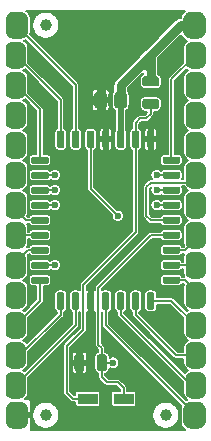
<source format=gtl>
G04 #@! TF.GenerationSoftware,KiCad,Pcbnew,(5.1.5-0-10_14)*
G04 #@! TF.CreationDate,2021-04-02T23:38:05-04:00*
G04 #@! TF.ProjectId,GW28R8128,47573238-5238-4313-9238-2e6b69636164,rev?*
G04 #@! TF.SameCoordinates,Original*
G04 #@! TF.FileFunction,Copper,L1,Top*
G04 #@! TF.FilePolarity,Positive*
%FSLAX46Y46*%
G04 Gerber Fmt 4.6, Leading zero omitted, Abs format (unit mm)*
G04 Created by KiCad (PCBNEW (5.1.5-0-10_14)) date 2021-04-02 23:38:05*
%MOMM*%
%LPD*%
G04 APERTURE LIST*
%ADD10C,0.100000*%
%ADD11C,1.000000*%
%ADD12R,1.700000X0.900000*%
%ADD13C,0.800000*%
%ADD14C,0.600000*%
%ADD15C,0.508000*%
%ADD16C,0.762000*%
%ADD17C,0.152400*%
G04 APERTURE END LIST*
G04 #@! TA.AperFunction,SMDPad,CuDef*
D10*
G36*
X46273329Y-48196023D02*
G01*
X46293957Y-48199083D01*
X46314185Y-48204150D01*
X46333820Y-48211176D01*
X46352672Y-48220092D01*
X46370559Y-48230813D01*
X46387309Y-48243235D01*
X46402760Y-48257240D01*
X46416765Y-48272691D01*
X46429187Y-48289441D01*
X46439908Y-48307328D01*
X46448824Y-48326180D01*
X46455850Y-48345815D01*
X46460917Y-48366043D01*
X46463977Y-48386671D01*
X46465000Y-48407500D01*
X46465000Y-49382500D01*
X46463977Y-49403329D01*
X46460917Y-49423957D01*
X46455850Y-49444185D01*
X46448824Y-49463820D01*
X46439908Y-49482672D01*
X46429187Y-49500559D01*
X46416765Y-49517309D01*
X46402760Y-49532760D01*
X46387309Y-49546765D01*
X46370559Y-49559187D01*
X46352672Y-49569908D01*
X46333820Y-49578824D01*
X46314185Y-49585850D01*
X46293957Y-49590917D01*
X46273329Y-49593977D01*
X46252500Y-49595000D01*
X45827500Y-49595000D01*
X45806671Y-49593977D01*
X45786043Y-49590917D01*
X45765815Y-49585850D01*
X45746180Y-49578824D01*
X45727328Y-49569908D01*
X45709441Y-49559187D01*
X45692691Y-49546765D01*
X45677240Y-49532760D01*
X45663235Y-49517309D01*
X45650813Y-49500559D01*
X45640092Y-49482672D01*
X45631176Y-49463820D01*
X45624150Y-49444185D01*
X45619083Y-49423957D01*
X45616023Y-49403329D01*
X45615000Y-49382500D01*
X45615000Y-48407500D01*
X45616023Y-48386671D01*
X45619083Y-48366043D01*
X45624150Y-48345815D01*
X45631176Y-48326180D01*
X45640092Y-48307328D01*
X45650813Y-48289441D01*
X45663235Y-48272691D01*
X45677240Y-48257240D01*
X45692691Y-48243235D01*
X45709441Y-48230813D01*
X45727328Y-48220092D01*
X45746180Y-48211176D01*
X45765815Y-48204150D01*
X45786043Y-48199083D01*
X45806671Y-48196023D01*
X45827500Y-48195000D01*
X46252500Y-48195000D01*
X46273329Y-48196023D01*
G37*
G04 #@! TD.AperFunction*
G04 #@! TA.AperFunction,SMDPad,CuDef*
G36*
X48173329Y-48196023D02*
G01*
X48193957Y-48199083D01*
X48214185Y-48204150D01*
X48233820Y-48211176D01*
X48252672Y-48220092D01*
X48270559Y-48230813D01*
X48287309Y-48243235D01*
X48302760Y-48257240D01*
X48316765Y-48272691D01*
X48329187Y-48289441D01*
X48339908Y-48307328D01*
X48348824Y-48326180D01*
X48355850Y-48345815D01*
X48360917Y-48366043D01*
X48363977Y-48386671D01*
X48365000Y-48407500D01*
X48365000Y-49382500D01*
X48363977Y-49403329D01*
X48360917Y-49423957D01*
X48355850Y-49444185D01*
X48348824Y-49463820D01*
X48339908Y-49482672D01*
X48329187Y-49500559D01*
X48316765Y-49517309D01*
X48302760Y-49532760D01*
X48287309Y-49546765D01*
X48270559Y-49559187D01*
X48252672Y-49569908D01*
X48233820Y-49578824D01*
X48214185Y-49585850D01*
X48193957Y-49590917D01*
X48173329Y-49593977D01*
X48152500Y-49595000D01*
X47727500Y-49595000D01*
X47706671Y-49593977D01*
X47686043Y-49590917D01*
X47665815Y-49585850D01*
X47646180Y-49578824D01*
X47627328Y-49569908D01*
X47609441Y-49559187D01*
X47592691Y-49546765D01*
X47577240Y-49532760D01*
X47563235Y-49517309D01*
X47550813Y-49500559D01*
X47540092Y-49482672D01*
X47531176Y-49463820D01*
X47524150Y-49444185D01*
X47519083Y-49423957D01*
X47516023Y-49403329D01*
X47515000Y-49382500D01*
X47515000Y-48407500D01*
X47516023Y-48386671D01*
X47519083Y-48366043D01*
X47524150Y-48345815D01*
X47531176Y-48326180D01*
X47540092Y-48307328D01*
X47550813Y-48289441D01*
X47563235Y-48272691D01*
X47577240Y-48257240D01*
X47592691Y-48243235D01*
X47609441Y-48230813D01*
X47627328Y-48220092D01*
X47646180Y-48211176D01*
X47665815Y-48204150D01*
X47686043Y-48199083D01*
X47706671Y-48196023D01*
X47727500Y-48195000D01*
X48152500Y-48195000D01*
X48173329Y-48196023D01*
G37*
G04 #@! TD.AperFunction*
G04 #@! TA.AperFunction,SMDPad,CuDef*
G36*
X48118229Y-25971264D02*
G01*
X48143711Y-25975044D01*
X48168700Y-25981303D01*
X48192954Y-25989982D01*
X48216242Y-26000996D01*
X48238337Y-26014239D01*
X48259028Y-26029585D01*
X48278116Y-26046884D01*
X48295415Y-26065972D01*
X48310761Y-26086663D01*
X48324004Y-26108758D01*
X48335018Y-26132046D01*
X48343697Y-26156300D01*
X48349956Y-26181289D01*
X48353736Y-26206771D01*
X48355000Y-26232500D01*
X48355000Y-27107500D01*
X48353736Y-27133229D01*
X48349956Y-27158711D01*
X48343697Y-27183700D01*
X48335018Y-27207954D01*
X48324004Y-27231242D01*
X48310761Y-27253337D01*
X48295415Y-27274028D01*
X48278116Y-27293116D01*
X48259028Y-27310415D01*
X48238337Y-27325761D01*
X48216242Y-27339004D01*
X48192954Y-27350018D01*
X48168700Y-27358697D01*
X48143711Y-27364956D01*
X48118229Y-27368736D01*
X48092500Y-27370000D01*
X47567500Y-27370000D01*
X47541771Y-27368736D01*
X47516289Y-27364956D01*
X47491300Y-27358697D01*
X47467046Y-27350018D01*
X47443758Y-27339004D01*
X47421663Y-27325761D01*
X47400972Y-27310415D01*
X47381884Y-27293116D01*
X47364585Y-27274028D01*
X47349239Y-27253337D01*
X47335996Y-27231242D01*
X47324982Y-27207954D01*
X47316303Y-27183700D01*
X47310044Y-27158711D01*
X47306264Y-27133229D01*
X47305000Y-27107500D01*
X47305000Y-26232500D01*
X47306264Y-26206771D01*
X47310044Y-26181289D01*
X47316303Y-26156300D01*
X47324982Y-26132046D01*
X47335996Y-26108758D01*
X47349239Y-26086663D01*
X47364585Y-26065972D01*
X47381884Y-26046884D01*
X47400972Y-26029585D01*
X47421663Y-26014239D01*
X47443758Y-26000996D01*
X47467046Y-25989982D01*
X47491300Y-25981303D01*
X47516289Y-25975044D01*
X47541771Y-25971264D01*
X47567500Y-25970000D01*
X48092500Y-25970000D01*
X48118229Y-25971264D01*
G37*
G04 #@! TD.AperFunction*
G04 #@! TA.AperFunction,SMDPad,CuDef*
G36*
X49818229Y-25971264D02*
G01*
X49843711Y-25975044D01*
X49868700Y-25981303D01*
X49892954Y-25989982D01*
X49916242Y-26000996D01*
X49938337Y-26014239D01*
X49959028Y-26029585D01*
X49978116Y-26046884D01*
X49995415Y-26065972D01*
X50010761Y-26086663D01*
X50024004Y-26108758D01*
X50035018Y-26132046D01*
X50043697Y-26156300D01*
X50049956Y-26181289D01*
X50053736Y-26206771D01*
X50055000Y-26232500D01*
X50055000Y-27107500D01*
X50053736Y-27133229D01*
X50049956Y-27158711D01*
X50043697Y-27183700D01*
X50035018Y-27207954D01*
X50024004Y-27231242D01*
X50010761Y-27253337D01*
X49995415Y-27274028D01*
X49978116Y-27293116D01*
X49959028Y-27310415D01*
X49938337Y-27325761D01*
X49916242Y-27339004D01*
X49892954Y-27350018D01*
X49868700Y-27358697D01*
X49843711Y-27364956D01*
X49818229Y-27368736D01*
X49792500Y-27370000D01*
X49267500Y-27370000D01*
X49241771Y-27368736D01*
X49216289Y-27364956D01*
X49191300Y-27358697D01*
X49167046Y-27350018D01*
X49143758Y-27339004D01*
X49121663Y-27325761D01*
X49100972Y-27310415D01*
X49081884Y-27293116D01*
X49064585Y-27274028D01*
X49049239Y-27253337D01*
X49035996Y-27231242D01*
X49024982Y-27207954D01*
X49016303Y-27183700D01*
X49010044Y-27158711D01*
X49006264Y-27133229D01*
X49005000Y-27107500D01*
X49005000Y-26232500D01*
X49006264Y-26206771D01*
X49010044Y-26181289D01*
X49016303Y-26156300D01*
X49024982Y-26132046D01*
X49035996Y-26108758D01*
X49049239Y-26086663D01*
X49064585Y-26065972D01*
X49081884Y-26046884D01*
X49100972Y-26029585D01*
X49121663Y-26014239D01*
X49143758Y-26000996D01*
X49167046Y-25989982D01*
X49191300Y-25981303D01*
X49216289Y-25975044D01*
X49241771Y-25971264D01*
X49267500Y-25970000D01*
X49792500Y-25970000D01*
X49818229Y-25971264D01*
G37*
G04 #@! TD.AperFunction*
G04 #@! TA.AperFunction,SMDPad,CuDef*
G36*
X52578329Y-26561023D02*
G01*
X52598957Y-26564083D01*
X52619185Y-26569150D01*
X52638820Y-26576176D01*
X52657672Y-26585092D01*
X52675559Y-26595813D01*
X52692309Y-26608235D01*
X52707760Y-26622240D01*
X52721765Y-26637691D01*
X52734187Y-26654441D01*
X52744908Y-26672328D01*
X52753824Y-26691180D01*
X52760850Y-26710815D01*
X52765917Y-26731043D01*
X52768977Y-26751671D01*
X52770000Y-26772500D01*
X52770000Y-27197500D01*
X52768977Y-27218329D01*
X52765917Y-27238957D01*
X52760850Y-27259185D01*
X52753824Y-27278820D01*
X52744908Y-27297672D01*
X52734187Y-27315559D01*
X52721765Y-27332309D01*
X52707760Y-27347760D01*
X52692309Y-27361765D01*
X52675559Y-27374187D01*
X52657672Y-27384908D01*
X52638820Y-27393824D01*
X52619185Y-27400850D01*
X52598957Y-27405917D01*
X52578329Y-27408977D01*
X52557500Y-27410000D01*
X51582500Y-27410000D01*
X51561671Y-27408977D01*
X51541043Y-27405917D01*
X51520815Y-27400850D01*
X51501180Y-27393824D01*
X51482328Y-27384908D01*
X51464441Y-27374187D01*
X51447691Y-27361765D01*
X51432240Y-27347760D01*
X51418235Y-27332309D01*
X51405813Y-27315559D01*
X51395092Y-27297672D01*
X51386176Y-27278820D01*
X51379150Y-27259185D01*
X51374083Y-27238957D01*
X51371023Y-27218329D01*
X51370000Y-27197500D01*
X51370000Y-26772500D01*
X51371023Y-26751671D01*
X51374083Y-26731043D01*
X51379150Y-26710815D01*
X51386176Y-26691180D01*
X51395092Y-26672328D01*
X51405813Y-26654441D01*
X51418235Y-26637691D01*
X51432240Y-26622240D01*
X51447691Y-26608235D01*
X51464441Y-26595813D01*
X51482328Y-26585092D01*
X51501180Y-26576176D01*
X51520815Y-26569150D01*
X51541043Y-26564083D01*
X51561671Y-26561023D01*
X51582500Y-26560000D01*
X52557500Y-26560000D01*
X52578329Y-26561023D01*
G37*
G04 #@! TD.AperFunction*
G04 #@! TA.AperFunction,SMDPad,CuDef*
G36*
X52578329Y-24661023D02*
G01*
X52598957Y-24664083D01*
X52619185Y-24669150D01*
X52638820Y-24676176D01*
X52657672Y-24685092D01*
X52675559Y-24695813D01*
X52692309Y-24708235D01*
X52707760Y-24722240D01*
X52721765Y-24737691D01*
X52734187Y-24754441D01*
X52744908Y-24772328D01*
X52753824Y-24791180D01*
X52760850Y-24810815D01*
X52765917Y-24831043D01*
X52768977Y-24851671D01*
X52770000Y-24872500D01*
X52770000Y-25297500D01*
X52768977Y-25318329D01*
X52765917Y-25338957D01*
X52760850Y-25359185D01*
X52753824Y-25378820D01*
X52744908Y-25397672D01*
X52734187Y-25415559D01*
X52721765Y-25432309D01*
X52707760Y-25447760D01*
X52692309Y-25461765D01*
X52675559Y-25474187D01*
X52657672Y-25484908D01*
X52638820Y-25493824D01*
X52619185Y-25500850D01*
X52598957Y-25505917D01*
X52578329Y-25508977D01*
X52557500Y-25510000D01*
X51582500Y-25510000D01*
X51561671Y-25508977D01*
X51541043Y-25505917D01*
X51520815Y-25500850D01*
X51501180Y-25493824D01*
X51482328Y-25484908D01*
X51464441Y-25474187D01*
X51447691Y-25461765D01*
X51432240Y-25447760D01*
X51418235Y-25432309D01*
X51405813Y-25415559D01*
X51395092Y-25397672D01*
X51386176Y-25378820D01*
X51379150Y-25359185D01*
X51374083Y-25338957D01*
X51371023Y-25318329D01*
X51370000Y-25297500D01*
X51370000Y-24872500D01*
X51371023Y-24851671D01*
X51374083Y-24831043D01*
X51379150Y-24810815D01*
X51386176Y-24791180D01*
X51395092Y-24772328D01*
X51405813Y-24754441D01*
X51418235Y-24737691D01*
X51432240Y-24722240D01*
X51447691Y-24708235D01*
X51464441Y-24695813D01*
X51482328Y-24685092D01*
X51501180Y-24676176D01*
X51520815Y-24669150D01*
X51541043Y-24664083D01*
X51561671Y-24661023D01*
X51582500Y-24660000D01*
X52557500Y-24660000D01*
X52578329Y-24661023D01*
G37*
G04 #@! TD.AperFunction*
G04 #@! TA.AperFunction,ComponentPad*
G36*
X41090181Y-19183202D02*
G01*
X41154735Y-19192778D01*
X41218039Y-19208635D01*
X41279484Y-19230620D01*
X41338479Y-19258522D01*
X41394454Y-19292073D01*
X41446872Y-19330948D01*
X41495226Y-19374774D01*
X41539052Y-19423128D01*
X41577927Y-19475546D01*
X41611478Y-19531521D01*
X41639380Y-19590516D01*
X41661365Y-19651961D01*
X41677222Y-19715265D01*
X41686798Y-19779819D01*
X41690000Y-19845000D01*
X41690000Y-20795000D01*
X41686798Y-20860181D01*
X41677222Y-20924735D01*
X41661365Y-20988039D01*
X41639380Y-21049484D01*
X41611478Y-21108479D01*
X41577927Y-21164454D01*
X41539052Y-21216872D01*
X41495226Y-21265226D01*
X41446872Y-21309052D01*
X41394454Y-21347927D01*
X41338479Y-21381478D01*
X41279484Y-21409380D01*
X41218039Y-21431365D01*
X41154735Y-21447222D01*
X41090181Y-21456798D01*
X41025000Y-21460000D01*
X40455000Y-21460000D01*
X40389819Y-21456798D01*
X40325265Y-21447222D01*
X40261961Y-21431365D01*
X40200516Y-21409380D01*
X40141521Y-21381478D01*
X40085546Y-21347927D01*
X40033128Y-21309052D01*
X39984774Y-21265226D01*
X39940948Y-21216872D01*
X39902073Y-21164454D01*
X39868522Y-21108479D01*
X39840620Y-21049484D01*
X39818635Y-20988039D01*
X39802778Y-20924735D01*
X39793202Y-20860181D01*
X39790000Y-20795000D01*
X39790000Y-19845000D01*
X39793202Y-19779819D01*
X39802778Y-19715265D01*
X39818635Y-19651961D01*
X39840620Y-19590516D01*
X39868522Y-19531521D01*
X39902073Y-19475546D01*
X39940948Y-19423128D01*
X39984774Y-19374774D01*
X40033128Y-19330948D01*
X40085546Y-19292073D01*
X40141521Y-19258522D01*
X40200516Y-19230620D01*
X40261961Y-19208635D01*
X40325265Y-19192778D01*
X40389819Y-19183202D01*
X40455000Y-19180000D01*
X41025000Y-19180000D01*
X41090181Y-19183202D01*
G37*
G04 #@! TD.AperFunction*
G04 #@! TA.AperFunction,ComponentPad*
G36*
X56130181Y-52203202D02*
G01*
X56194735Y-52212778D01*
X56258039Y-52228635D01*
X56319484Y-52250620D01*
X56378479Y-52278522D01*
X56434454Y-52312073D01*
X56486872Y-52350948D01*
X56535226Y-52394774D01*
X56579052Y-52443128D01*
X56617927Y-52495546D01*
X56651478Y-52551521D01*
X56679380Y-52610516D01*
X56701365Y-52671961D01*
X56717222Y-52735265D01*
X56726798Y-52799819D01*
X56730000Y-52865000D01*
X56730000Y-53815000D01*
X56726798Y-53880181D01*
X56717222Y-53944735D01*
X56701365Y-54008039D01*
X56679380Y-54069484D01*
X56651478Y-54128479D01*
X56617927Y-54184454D01*
X56579052Y-54236872D01*
X56535226Y-54285226D01*
X56486872Y-54329052D01*
X56434454Y-54367927D01*
X56378479Y-54401478D01*
X56319484Y-54429380D01*
X56258039Y-54451365D01*
X56194735Y-54467222D01*
X56130181Y-54476798D01*
X56065000Y-54480000D01*
X55495000Y-54480000D01*
X55429819Y-54476798D01*
X55365265Y-54467222D01*
X55301961Y-54451365D01*
X55240516Y-54429380D01*
X55181521Y-54401478D01*
X55125546Y-54367927D01*
X55073128Y-54329052D01*
X55024774Y-54285226D01*
X54980948Y-54236872D01*
X54942073Y-54184454D01*
X54908522Y-54128479D01*
X54880620Y-54069484D01*
X54858635Y-54008039D01*
X54842778Y-53944735D01*
X54833202Y-53880181D01*
X54830000Y-53815000D01*
X54830000Y-52865000D01*
X54833202Y-52799819D01*
X54842778Y-52735265D01*
X54858635Y-52671961D01*
X54880620Y-52610516D01*
X54908522Y-52551521D01*
X54942073Y-52495546D01*
X54980948Y-52443128D01*
X55024774Y-52394774D01*
X55073128Y-52350948D01*
X55125546Y-52312073D01*
X55181521Y-52278522D01*
X55240516Y-52250620D01*
X55301961Y-52228635D01*
X55365265Y-52212778D01*
X55429819Y-52203202D01*
X55495000Y-52200000D01*
X56065000Y-52200000D01*
X56130181Y-52203202D01*
G37*
G04 #@! TD.AperFunction*
G04 #@! TA.AperFunction,ComponentPad*
G36*
X40953320Y-21722865D02*
G01*
X41011079Y-21731433D01*
X41067719Y-21745621D01*
X41122697Y-21765292D01*
X41175481Y-21790257D01*
X41225564Y-21820276D01*
X41272464Y-21855059D01*
X41315729Y-21894271D01*
X41354941Y-21937536D01*
X41389724Y-21984436D01*
X41419743Y-22034519D01*
X41444708Y-22087303D01*
X41464379Y-22142281D01*
X41478567Y-22198921D01*
X41487135Y-22256680D01*
X41490000Y-22315000D01*
X41490000Y-23405000D01*
X41487135Y-23463320D01*
X41478567Y-23521079D01*
X41464379Y-23577719D01*
X41444708Y-23632697D01*
X41419743Y-23685481D01*
X41389724Y-23735564D01*
X41354941Y-23782464D01*
X41315729Y-23825729D01*
X41272464Y-23864941D01*
X41225564Y-23899724D01*
X41175481Y-23929743D01*
X41122697Y-23954708D01*
X41067719Y-23974379D01*
X41011079Y-23988567D01*
X40953320Y-23997135D01*
X40895000Y-24000000D01*
X40385000Y-24000000D01*
X40326680Y-23997135D01*
X40268921Y-23988567D01*
X40212281Y-23974379D01*
X40157303Y-23954708D01*
X40104519Y-23929743D01*
X40054436Y-23899724D01*
X40007536Y-23864941D01*
X39964271Y-23825729D01*
X39925059Y-23782464D01*
X39890276Y-23735564D01*
X39860257Y-23685481D01*
X39835292Y-23632697D01*
X39815621Y-23577719D01*
X39801433Y-23521079D01*
X39792865Y-23463320D01*
X39790000Y-23405000D01*
X39790000Y-22315000D01*
X39792865Y-22256680D01*
X39801433Y-22198921D01*
X39815621Y-22142281D01*
X39835292Y-22087303D01*
X39860257Y-22034519D01*
X39890276Y-21984436D01*
X39925059Y-21937536D01*
X39964271Y-21894271D01*
X40007536Y-21855059D01*
X40054436Y-21820276D01*
X40104519Y-21790257D01*
X40157303Y-21765292D01*
X40212281Y-21745621D01*
X40268921Y-21731433D01*
X40326680Y-21722865D01*
X40385000Y-21720000D01*
X40895000Y-21720000D01*
X40953320Y-21722865D01*
G37*
G04 #@! TD.AperFunction*
G04 #@! TA.AperFunction,ComponentPad*
G36*
X56193320Y-49662865D02*
G01*
X56251079Y-49671433D01*
X56307719Y-49685621D01*
X56362697Y-49705292D01*
X56415481Y-49730257D01*
X56465564Y-49760276D01*
X56512464Y-49795059D01*
X56555729Y-49834271D01*
X56594941Y-49877536D01*
X56629724Y-49924436D01*
X56659743Y-49974519D01*
X56684708Y-50027303D01*
X56704379Y-50082281D01*
X56718567Y-50138921D01*
X56727135Y-50196680D01*
X56730000Y-50255000D01*
X56730000Y-51345000D01*
X56727135Y-51403320D01*
X56718567Y-51461079D01*
X56704379Y-51517719D01*
X56684708Y-51572697D01*
X56659743Y-51625481D01*
X56629724Y-51675564D01*
X56594941Y-51722464D01*
X56555729Y-51765729D01*
X56512464Y-51804941D01*
X56465564Y-51839724D01*
X56415481Y-51869743D01*
X56362697Y-51894708D01*
X56307719Y-51914379D01*
X56251079Y-51928567D01*
X56193320Y-51937135D01*
X56135000Y-51940000D01*
X55625000Y-51940000D01*
X55566680Y-51937135D01*
X55508921Y-51928567D01*
X55452281Y-51914379D01*
X55397303Y-51894708D01*
X55344519Y-51869743D01*
X55294436Y-51839724D01*
X55247536Y-51804941D01*
X55204271Y-51765729D01*
X55165059Y-51722464D01*
X55130276Y-51675564D01*
X55100257Y-51625481D01*
X55075292Y-51572697D01*
X55055621Y-51517719D01*
X55041433Y-51461079D01*
X55032865Y-51403320D01*
X55030000Y-51345000D01*
X55030000Y-50255000D01*
X55032865Y-50196680D01*
X55041433Y-50138921D01*
X55055621Y-50082281D01*
X55075292Y-50027303D01*
X55100257Y-49974519D01*
X55130276Y-49924436D01*
X55165059Y-49877536D01*
X55204271Y-49834271D01*
X55247536Y-49795059D01*
X55294436Y-49760276D01*
X55344519Y-49730257D01*
X55397303Y-49705292D01*
X55452281Y-49685621D01*
X55508921Y-49671433D01*
X55566680Y-49662865D01*
X55625000Y-49660000D01*
X56135000Y-49660000D01*
X56193320Y-49662865D01*
G37*
G04 #@! TD.AperFunction*
G04 #@! TA.AperFunction,ComponentPad*
G36*
X40953320Y-24262865D02*
G01*
X41011079Y-24271433D01*
X41067719Y-24285621D01*
X41122697Y-24305292D01*
X41175481Y-24330257D01*
X41225564Y-24360276D01*
X41272464Y-24395059D01*
X41315729Y-24434271D01*
X41354941Y-24477536D01*
X41389724Y-24524436D01*
X41419743Y-24574519D01*
X41444708Y-24627303D01*
X41464379Y-24682281D01*
X41478567Y-24738921D01*
X41487135Y-24796680D01*
X41490000Y-24855000D01*
X41490000Y-25945000D01*
X41487135Y-26003320D01*
X41478567Y-26061079D01*
X41464379Y-26117719D01*
X41444708Y-26172697D01*
X41419743Y-26225481D01*
X41389724Y-26275564D01*
X41354941Y-26322464D01*
X41315729Y-26365729D01*
X41272464Y-26404941D01*
X41225564Y-26439724D01*
X41175481Y-26469743D01*
X41122697Y-26494708D01*
X41067719Y-26514379D01*
X41011079Y-26528567D01*
X40953320Y-26537135D01*
X40895000Y-26540000D01*
X40385000Y-26540000D01*
X40326680Y-26537135D01*
X40268921Y-26528567D01*
X40212281Y-26514379D01*
X40157303Y-26494708D01*
X40104519Y-26469743D01*
X40054436Y-26439724D01*
X40007536Y-26404941D01*
X39964271Y-26365729D01*
X39925059Y-26322464D01*
X39890276Y-26275564D01*
X39860257Y-26225481D01*
X39835292Y-26172697D01*
X39815621Y-26117719D01*
X39801433Y-26061079D01*
X39792865Y-26003320D01*
X39790000Y-25945000D01*
X39790000Y-24855000D01*
X39792865Y-24796680D01*
X39801433Y-24738921D01*
X39815621Y-24682281D01*
X39835292Y-24627303D01*
X39860257Y-24574519D01*
X39890276Y-24524436D01*
X39925059Y-24477536D01*
X39964271Y-24434271D01*
X40007536Y-24395059D01*
X40054436Y-24360276D01*
X40104519Y-24330257D01*
X40157303Y-24305292D01*
X40212281Y-24285621D01*
X40268921Y-24271433D01*
X40326680Y-24262865D01*
X40385000Y-24260000D01*
X40895000Y-24260000D01*
X40953320Y-24262865D01*
G37*
G04 #@! TD.AperFunction*
G04 #@! TA.AperFunction,ComponentPad*
G36*
X56193320Y-47122865D02*
G01*
X56251079Y-47131433D01*
X56307719Y-47145621D01*
X56362697Y-47165292D01*
X56415481Y-47190257D01*
X56465564Y-47220276D01*
X56512464Y-47255059D01*
X56555729Y-47294271D01*
X56594941Y-47337536D01*
X56629724Y-47384436D01*
X56659743Y-47434519D01*
X56684708Y-47487303D01*
X56704379Y-47542281D01*
X56718567Y-47598921D01*
X56727135Y-47656680D01*
X56730000Y-47715000D01*
X56730000Y-48805000D01*
X56727135Y-48863320D01*
X56718567Y-48921079D01*
X56704379Y-48977719D01*
X56684708Y-49032697D01*
X56659743Y-49085481D01*
X56629724Y-49135564D01*
X56594941Y-49182464D01*
X56555729Y-49225729D01*
X56512464Y-49264941D01*
X56465564Y-49299724D01*
X56415481Y-49329743D01*
X56362697Y-49354708D01*
X56307719Y-49374379D01*
X56251079Y-49388567D01*
X56193320Y-49397135D01*
X56135000Y-49400000D01*
X55625000Y-49400000D01*
X55566680Y-49397135D01*
X55508921Y-49388567D01*
X55452281Y-49374379D01*
X55397303Y-49354708D01*
X55344519Y-49329743D01*
X55294436Y-49299724D01*
X55247536Y-49264941D01*
X55204271Y-49225729D01*
X55165059Y-49182464D01*
X55130276Y-49135564D01*
X55100257Y-49085481D01*
X55075292Y-49032697D01*
X55055621Y-48977719D01*
X55041433Y-48921079D01*
X55032865Y-48863320D01*
X55030000Y-48805000D01*
X55030000Y-47715000D01*
X55032865Y-47656680D01*
X55041433Y-47598921D01*
X55055621Y-47542281D01*
X55075292Y-47487303D01*
X55100257Y-47434519D01*
X55130276Y-47384436D01*
X55165059Y-47337536D01*
X55204271Y-47294271D01*
X55247536Y-47255059D01*
X55294436Y-47220276D01*
X55344519Y-47190257D01*
X55397303Y-47165292D01*
X55452281Y-47145621D01*
X55508921Y-47131433D01*
X55566680Y-47122865D01*
X55625000Y-47120000D01*
X56135000Y-47120000D01*
X56193320Y-47122865D01*
G37*
G04 #@! TD.AperFunction*
G04 #@! TA.AperFunction,ComponentPad*
G36*
X40953320Y-26802865D02*
G01*
X41011079Y-26811433D01*
X41067719Y-26825621D01*
X41122697Y-26845292D01*
X41175481Y-26870257D01*
X41225564Y-26900276D01*
X41272464Y-26935059D01*
X41315729Y-26974271D01*
X41354941Y-27017536D01*
X41389724Y-27064436D01*
X41419743Y-27114519D01*
X41444708Y-27167303D01*
X41464379Y-27222281D01*
X41478567Y-27278921D01*
X41487135Y-27336680D01*
X41490000Y-27395000D01*
X41490000Y-28485000D01*
X41487135Y-28543320D01*
X41478567Y-28601079D01*
X41464379Y-28657719D01*
X41444708Y-28712697D01*
X41419743Y-28765481D01*
X41389724Y-28815564D01*
X41354941Y-28862464D01*
X41315729Y-28905729D01*
X41272464Y-28944941D01*
X41225564Y-28979724D01*
X41175481Y-29009743D01*
X41122697Y-29034708D01*
X41067719Y-29054379D01*
X41011079Y-29068567D01*
X40953320Y-29077135D01*
X40895000Y-29080000D01*
X40385000Y-29080000D01*
X40326680Y-29077135D01*
X40268921Y-29068567D01*
X40212281Y-29054379D01*
X40157303Y-29034708D01*
X40104519Y-29009743D01*
X40054436Y-28979724D01*
X40007536Y-28944941D01*
X39964271Y-28905729D01*
X39925059Y-28862464D01*
X39890276Y-28815564D01*
X39860257Y-28765481D01*
X39835292Y-28712697D01*
X39815621Y-28657719D01*
X39801433Y-28601079D01*
X39792865Y-28543320D01*
X39790000Y-28485000D01*
X39790000Y-27395000D01*
X39792865Y-27336680D01*
X39801433Y-27278921D01*
X39815621Y-27222281D01*
X39835292Y-27167303D01*
X39860257Y-27114519D01*
X39890276Y-27064436D01*
X39925059Y-27017536D01*
X39964271Y-26974271D01*
X40007536Y-26935059D01*
X40054436Y-26900276D01*
X40104519Y-26870257D01*
X40157303Y-26845292D01*
X40212281Y-26825621D01*
X40268921Y-26811433D01*
X40326680Y-26802865D01*
X40385000Y-26800000D01*
X40895000Y-26800000D01*
X40953320Y-26802865D01*
G37*
G04 #@! TD.AperFunction*
G04 #@! TA.AperFunction,ComponentPad*
G36*
X56193320Y-44582865D02*
G01*
X56251079Y-44591433D01*
X56307719Y-44605621D01*
X56362697Y-44625292D01*
X56415481Y-44650257D01*
X56465564Y-44680276D01*
X56512464Y-44715059D01*
X56555729Y-44754271D01*
X56594941Y-44797536D01*
X56629724Y-44844436D01*
X56659743Y-44894519D01*
X56684708Y-44947303D01*
X56704379Y-45002281D01*
X56718567Y-45058921D01*
X56727135Y-45116680D01*
X56730000Y-45175000D01*
X56730000Y-46265000D01*
X56727135Y-46323320D01*
X56718567Y-46381079D01*
X56704379Y-46437719D01*
X56684708Y-46492697D01*
X56659743Y-46545481D01*
X56629724Y-46595564D01*
X56594941Y-46642464D01*
X56555729Y-46685729D01*
X56512464Y-46724941D01*
X56465564Y-46759724D01*
X56415481Y-46789743D01*
X56362697Y-46814708D01*
X56307719Y-46834379D01*
X56251079Y-46848567D01*
X56193320Y-46857135D01*
X56135000Y-46860000D01*
X55625000Y-46860000D01*
X55566680Y-46857135D01*
X55508921Y-46848567D01*
X55452281Y-46834379D01*
X55397303Y-46814708D01*
X55344519Y-46789743D01*
X55294436Y-46759724D01*
X55247536Y-46724941D01*
X55204271Y-46685729D01*
X55165059Y-46642464D01*
X55130276Y-46595564D01*
X55100257Y-46545481D01*
X55075292Y-46492697D01*
X55055621Y-46437719D01*
X55041433Y-46381079D01*
X55032865Y-46323320D01*
X55030000Y-46265000D01*
X55030000Y-45175000D01*
X55032865Y-45116680D01*
X55041433Y-45058921D01*
X55055621Y-45002281D01*
X55075292Y-44947303D01*
X55100257Y-44894519D01*
X55130276Y-44844436D01*
X55165059Y-44797536D01*
X55204271Y-44754271D01*
X55247536Y-44715059D01*
X55294436Y-44680276D01*
X55344519Y-44650257D01*
X55397303Y-44625292D01*
X55452281Y-44605621D01*
X55508921Y-44591433D01*
X55566680Y-44582865D01*
X55625000Y-44580000D01*
X56135000Y-44580000D01*
X56193320Y-44582865D01*
G37*
G04 #@! TD.AperFunction*
G04 #@! TA.AperFunction,ComponentPad*
G36*
X40953320Y-29342865D02*
G01*
X41011079Y-29351433D01*
X41067719Y-29365621D01*
X41122697Y-29385292D01*
X41175481Y-29410257D01*
X41225564Y-29440276D01*
X41272464Y-29475059D01*
X41315729Y-29514271D01*
X41354941Y-29557536D01*
X41389724Y-29604436D01*
X41419743Y-29654519D01*
X41444708Y-29707303D01*
X41464379Y-29762281D01*
X41478567Y-29818921D01*
X41487135Y-29876680D01*
X41490000Y-29935000D01*
X41490000Y-31025000D01*
X41487135Y-31083320D01*
X41478567Y-31141079D01*
X41464379Y-31197719D01*
X41444708Y-31252697D01*
X41419743Y-31305481D01*
X41389724Y-31355564D01*
X41354941Y-31402464D01*
X41315729Y-31445729D01*
X41272464Y-31484941D01*
X41225564Y-31519724D01*
X41175481Y-31549743D01*
X41122697Y-31574708D01*
X41067719Y-31594379D01*
X41011079Y-31608567D01*
X40953320Y-31617135D01*
X40895000Y-31620000D01*
X40385000Y-31620000D01*
X40326680Y-31617135D01*
X40268921Y-31608567D01*
X40212281Y-31594379D01*
X40157303Y-31574708D01*
X40104519Y-31549743D01*
X40054436Y-31519724D01*
X40007536Y-31484941D01*
X39964271Y-31445729D01*
X39925059Y-31402464D01*
X39890276Y-31355564D01*
X39860257Y-31305481D01*
X39835292Y-31252697D01*
X39815621Y-31197719D01*
X39801433Y-31141079D01*
X39792865Y-31083320D01*
X39790000Y-31025000D01*
X39790000Y-29935000D01*
X39792865Y-29876680D01*
X39801433Y-29818921D01*
X39815621Y-29762281D01*
X39835292Y-29707303D01*
X39860257Y-29654519D01*
X39890276Y-29604436D01*
X39925059Y-29557536D01*
X39964271Y-29514271D01*
X40007536Y-29475059D01*
X40054436Y-29440276D01*
X40104519Y-29410257D01*
X40157303Y-29385292D01*
X40212281Y-29365621D01*
X40268921Y-29351433D01*
X40326680Y-29342865D01*
X40385000Y-29340000D01*
X40895000Y-29340000D01*
X40953320Y-29342865D01*
G37*
G04 #@! TD.AperFunction*
G04 #@! TA.AperFunction,ComponentPad*
G36*
X56193320Y-42042865D02*
G01*
X56251079Y-42051433D01*
X56307719Y-42065621D01*
X56362697Y-42085292D01*
X56415481Y-42110257D01*
X56465564Y-42140276D01*
X56512464Y-42175059D01*
X56555729Y-42214271D01*
X56594941Y-42257536D01*
X56629724Y-42304436D01*
X56659743Y-42354519D01*
X56684708Y-42407303D01*
X56704379Y-42462281D01*
X56718567Y-42518921D01*
X56727135Y-42576680D01*
X56730000Y-42635000D01*
X56730000Y-43725000D01*
X56727135Y-43783320D01*
X56718567Y-43841079D01*
X56704379Y-43897719D01*
X56684708Y-43952697D01*
X56659743Y-44005481D01*
X56629724Y-44055564D01*
X56594941Y-44102464D01*
X56555729Y-44145729D01*
X56512464Y-44184941D01*
X56465564Y-44219724D01*
X56415481Y-44249743D01*
X56362697Y-44274708D01*
X56307719Y-44294379D01*
X56251079Y-44308567D01*
X56193320Y-44317135D01*
X56135000Y-44320000D01*
X55625000Y-44320000D01*
X55566680Y-44317135D01*
X55508921Y-44308567D01*
X55452281Y-44294379D01*
X55397303Y-44274708D01*
X55344519Y-44249743D01*
X55294436Y-44219724D01*
X55247536Y-44184941D01*
X55204271Y-44145729D01*
X55165059Y-44102464D01*
X55130276Y-44055564D01*
X55100257Y-44005481D01*
X55075292Y-43952697D01*
X55055621Y-43897719D01*
X55041433Y-43841079D01*
X55032865Y-43783320D01*
X55030000Y-43725000D01*
X55030000Y-42635000D01*
X55032865Y-42576680D01*
X55041433Y-42518921D01*
X55055621Y-42462281D01*
X55075292Y-42407303D01*
X55100257Y-42354519D01*
X55130276Y-42304436D01*
X55165059Y-42257536D01*
X55204271Y-42214271D01*
X55247536Y-42175059D01*
X55294436Y-42140276D01*
X55344519Y-42110257D01*
X55397303Y-42085292D01*
X55452281Y-42065621D01*
X55508921Y-42051433D01*
X55566680Y-42042865D01*
X55625000Y-42040000D01*
X56135000Y-42040000D01*
X56193320Y-42042865D01*
G37*
G04 #@! TD.AperFunction*
G04 #@! TA.AperFunction,ComponentPad*
G36*
X40953320Y-31882865D02*
G01*
X41011079Y-31891433D01*
X41067719Y-31905621D01*
X41122697Y-31925292D01*
X41175481Y-31950257D01*
X41225564Y-31980276D01*
X41272464Y-32015059D01*
X41315729Y-32054271D01*
X41354941Y-32097536D01*
X41389724Y-32144436D01*
X41419743Y-32194519D01*
X41444708Y-32247303D01*
X41464379Y-32302281D01*
X41478567Y-32358921D01*
X41487135Y-32416680D01*
X41490000Y-32475000D01*
X41490000Y-33565000D01*
X41487135Y-33623320D01*
X41478567Y-33681079D01*
X41464379Y-33737719D01*
X41444708Y-33792697D01*
X41419743Y-33845481D01*
X41389724Y-33895564D01*
X41354941Y-33942464D01*
X41315729Y-33985729D01*
X41272464Y-34024941D01*
X41225564Y-34059724D01*
X41175481Y-34089743D01*
X41122697Y-34114708D01*
X41067719Y-34134379D01*
X41011079Y-34148567D01*
X40953320Y-34157135D01*
X40895000Y-34160000D01*
X40385000Y-34160000D01*
X40326680Y-34157135D01*
X40268921Y-34148567D01*
X40212281Y-34134379D01*
X40157303Y-34114708D01*
X40104519Y-34089743D01*
X40054436Y-34059724D01*
X40007536Y-34024941D01*
X39964271Y-33985729D01*
X39925059Y-33942464D01*
X39890276Y-33895564D01*
X39860257Y-33845481D01*
X39835292Y-33792697D01*
X39815621Y-33737719D01*
X39801433Y-33681079D01*
X39792865Y-33623320D01*
X39790000Y-33565000D01*
X39790000Y-32475000D01*
X39792865Y-32416680D01*
X39801433Y-32358921D01*
X39815621Y-32302281D01*
X39835292Y-32247303D01*
X39860257Y-32194519D01*
X39890276Y-32144436D01*
X39925059Y-32097536D01*
X39964271Y-32054271D01*
X40007536Y-32015059D01*
X40054436Y-31980276D01*
X40104519Y-31950257D01*
X40157303Y-31925292D01*
X40212281Y-31905621D01*
X40268921Y-31891433D01*
X40326680Y-31882865D01*
X40385000Y-31880000D01*
X40895000Y-31880000D01*
X40953320Y-31882865D01*
G37*
G04 #@! TD.AperFunction*
G04 #@! TA.AperFunction,ComponentPad*
G36*
X56193320Y-39502865D02*
G01*
X56251079Y-39511433D01*
X56307719Y-39525621D01*
X56362697Y-39545292D01*
X56415481Y-39570257D01*
X56465564Y-39600276D01*
X56512464Y-39635059D01*
X56555729Y-39674271D01*
X56594941Y-39717536D01*
X56629724Y-39764436D01*
X56659743Y-39814519D01*
X56684708Y-39867303D01*
X56704379Y-39922281D01*
X56718567Y-39978921D01*
X56727135Y-40036680D01*
X56730000Y-40095000D01*
X56730000Y-41185000D01*
X56727135Y-41243320D01*
X56718567Y-41301079D01*
X56704379Y-41357719D01*
X56684708Y-41412697D01*
X56659743Y-41465481D01*
X56629724Y-41515564D01*
X56594941Y-41562464D01*
X56555729Y-41605729D01*
X56512464Y-41644941D01*
X56465564Y-41679724D01*
X56415481Y-41709743D01*
X56362697Y-41734708D01*
X56307719Y-41754379D01*
X56251079Y-41768567D01*
X56193320Y-41777135D01*
X56135000Y-41780000D01*
X55625000Y-41780000D01*
X55566680Y-41777135D01*
X55508921Y-41768567D01*
X55452281Y-41754379D01*
X55397303Y-41734708D01*
X55344519Y-41709743D01*
X55294436Y-41679724D01*
X55247536Y-41644941D01*
X55204271Y-41605729D01*
X55165059Y-41562464D01*
X55130276Y-41515564D01*
X55100257Y-41465481D01*
X55075292Y-41412697D01*
X55055621Y-41357719D01*
X55041433Y-41301079D01*
X55032865Y-41243320D01*
X55030000Y-41185000D01*
X55030000Y-40095000D01*
X55032865Y-40036680D01*
X55041433Y-39978921D01*
X55055621Y-39922281D01*
X55075292Y-39867303D01*
X55100257Y-39814519D01*
X55130276Y-39764436D01*
X55165059Y-39717536D01*
X55204271Y-39674271D01*
X55247536Y-39635059D01*
X55294436Y-39600276D01*
X55344519Y-39570257D01*
X55397303Y-39545292D01*
X55452281Y-39525621D01*
X55508921Y-39511433D01*
X55566680Y-39502865D01*
X55625000Y-39500000D01*
X56135000Y-39500000D01*
X56193320Y-39502865D01*
G37*
G04 #@! TD.AperFunction*
G04 #@! TA.AperFunction,ComponentPad*
G36*
X40953320Y-34422865D02*
G01*
X41011079Y-34431433D01*
X41067719Y-34445621D01*
X41122697Y-34465292D01*
X41175481Y-34490257D01*
X41225564Y-34520276D01*
X41272464Y-34555059D01*
X41315729Y-34594271D01*
X41354941Y-34637536D01*
X41389724Y-34684436D01*
X41419743Y-34734519D01*
X41444708Y-34787303D01*
X41464379Y-34842281D01*
X41478567Y-34898921D01*
X41487135Y-34956680D01*
X41490000Y-35015000D01*
X41490000Y-36105000D01*
X41487135Y-36163320D01*
X41478567Y-36221079D01*
X41464379Y-36277719D01*
X41444708Y-36332697D01*
X41419743Y-36385481D01*
X41389724Y-36435564D01*
X41354941Y-36482464D01*
X41315729Y-36525729D01*
X41272464Y-36564941D01*
X41225564Y-36599724D01*
X41175481Y-36629743D01*
X41122697Y-36654708D01*
X41067719Y-36674379D01*
X41011079Y-36688567D01*
X40953320Y-36697135D01*
X40895000Y-36700000D01*
X40385000Y-36700000D01*
X40326680Y-36697135D01*
X40268921Y-36688567D01*
X40212281Y-36674379D01*
X40157303Y-36654708D01*
X40104519Y-36629743D01*
X40054436Y-36599724D01*
X40007536Y-36564941D01*
X39964271Y-36525729D01*
X39925059Y-36482464D01*
X39890276Y-36435564D01*
X39860257Y-36385481D01*
X39835292Y-36332697D01*
X39815621Y-36277719D01*
X39801433Y-36221079D01*
X39792865Y-36163320D01*
X39790000Y-36105000D01*
X39790000Y-35015000D01*
X39792865Y-34956680D01*
X39801433Y-34898921D01*
X39815621Y-34842281D01*
X39835292Y-34787303D01*
X39860257Y-34734519D01*
X39890276Y-34684436D01*
X39925059Y-34637536D01*
X39964271Y-34594271D01*
X40007536Y-34555059D01*
X40054436Y-34520276D01*
X40104519Y-34490257D01*
X40157303Y-34465292D01*
X40212281Y-34445621D01*
X40268921Y-34431433D01*
X40326680Y-34422865D01*
X40385000Y-34420000D01*
X40895000Y-34420000D01*
X40953320Y-34422865D01*
G37*
G04 #@! TD.AperFunction*
G04 #@! TA.AperFunction,ComponentPad*
G36*
X56193320Y-36962865D02*
G01*
X56251079Y-36971433D01*
X56307719Y-36985621D01*
X56362697Y-37005292D01*
X56415481Y-37030257D01*
X56465564Y-37060276D01*
X56512464Y-37095059D01*
X56555729Y-37134271D01*
X56594941Y-37177536D01*
X56629724Y-37224436D01*
X56659743Y-37274519D01*
X56684708Y-37327303D01*
X56704379Y-37382281D01*
X56718567Y-37438921D01*
X56727135Y-37496680D01*
X56730000Y-37555000D01*
X56730000Y-38645000D01*
X56727135Y-38703320D01*
X56718567Y-38761079D01*
X56704379Y-38817719D01*
X56684708Y-38872697D01*
X56659743Y-38925481D01*
X56629724Y-38975564D01*
X56594941Y-39022464D01*
X56555729Y-39065729D01*
X56512464Y-39104941D01*
X56465564Y-39139724D01*
X56415481Y-39169743D01*
X56362697Y-39194708D01*
X56307719Y-39214379D01*
X56251079Y-39228567D01*
X56193320Y-39237135D01*
X56135000Y-39240000D01*
X55625000Y-39240000D01*
X55566680Y-39237135D01*
X55508921Y-39228567D01*
X55452281Y-39214379D01*
X55397303Y-39194708D01*
X55344519Y-39169743D01*
X55294436Y-39139724D01*
X55247536Y-39104941D01*
X55204271Y-39065729D01*
X55165059Y-39022464D01*
X55130276Y-38975564D01*
X55100257Y-38925481D01*
X55075292Y-38872697D01*
X55055621Y-38817719D01*
X55041433Y-38761079D01*
X55032865Y-38703320D01*
X55030000Y-38645000D01*
X55030000Y-37555000D01*
X55032865Y-37496680D01*
X55041433Y-37438921D01*
X55055621Y-37382281D01*
X55075292Y-37327303D01*
X55100257Y-37274519D01*
X55130276Y-37224436D01*
X55165059Y-37177536D01*
X55204271Y-37134271D01*
X55247536Y-37095059D01*
X55294436Y-37060276D01*
X55344519Y-37030257D01*
X55397303Y-37005292D01*
X55452281Y-36985621D01*
X55508921Y-36971433D01*
X55566680Y-36962865D01*
X55625000Y-36960000D01*
X56135000Y-36960000D01*
X56193320Y-36962865D01*
G37*
G04 #@! TD.AperFunction*
G04 #@! TA.AperFunction,ComponentPad*
G36*
X40953320Y-36962865D02*
G01*
X41011079Y-36971433D01*
X41067719Y-36985621D01*
X41122697Y-37005292D01*
X41175481Y-37030257D01*
X41225564Y-37060276D01*
X41272464Y-37095059D01*
X41315729Y-37134271D01*
X41354941Y-37177536D01*
X41389724Y-37224436D01*
X41419743Y-37274519D01*
X41444708Y-37327303D01*
X41464379Y-37382281D01*
X41478567Y-37438921D01*
X41487135Y-37496680D01*
X41490000Y-37555000D01*
X41490000Y-38645000D01*
X41487135Y-38703320D01*
X41478567Y-38761079D01*
X41464379Y-38817719D01*
X41444708Y-38872697D01*
X41419743Y-38925481D01*
X41389724Y-38975564D01*
X41354941Y-39022464D01*
X41315729Y-39065729D01*
X41272464Y-39104941D01*
X41225564Y-39139724D01*
X41175481Y-39169743D01*
X41122697Y-39194708D01*
X41067719Y-39214379D01*
X41011079Y-39228567D01*
X40953320Y-39237135D01*
X40895000Y-39240000D01*
X40385000Y-39240000D01*
X40326680Y-39237135D01*
X40268921Y-39228567D01*
X40212281Y-39214379D01*
X40157303Y-39194708D01*
X40104519Y-39169743D01*
X40054436Y-39139724D01*
X40007536Y-39104941D01*
X39964271Y-39065729D01*
X39925059Y-39022464D01*
X39890276Y-38975564D01*
X39860257Y-38925481D01*
X39835292Y-38872697D01*
X39815621Y-38817719D01*
X39801433Y-38761079D01*
X39792865Y-38703320D01*
X39790000Y-38645000D01*
X39790000Y-37555000D01*
X39792865Y-37496680D01*
X39801433Y-37438921D01*
X39815621Y-37382281D01*
X39835292Y-37327303D01*
X39860257Y-37274519D01*
X39890276Y-37224436D01*
X39925059Y-37177536D01*
X39964271Y-37134271D01*
X40007536Y-37095059D01*
X40054436Y-37060276D01*
X40104519Y-37030257D01*
X40157303Y-37005292D01*
X40212281Y-36985621D01*
X40268921Y-36971433D01*
X40326680Y-36962865D01*
X40385000Y-36960000D01*
X40895000Y-36960000D01*
X40953320Y-36962865D01*
G37*
G04 #@! TD.AperFunction*
G04 #@! TA.AperFunction,ComponentPad*
G36*
X56193320Y-34422865D02*
G01*
X56251079Y-34431433D01*
X56307719Y-34445621D01*
X56362697Y-34465292D01*
X56415481Y-34490257D01*
X56465564Y-34520276D01*
X56512464Y-34555059D01*
X56555729Y-34594271D01*
X56594941Y-34637536D01*
X56629724Y-34684436D01*
X56659743Y-34734519D01*
X56684708Y-34787303D01*
X56704379Y-34842281D01*
X56718567Y-34898921D01*
X56727135Y-34956680D01*
X56730000Y-35015000D01*
X56730000Y-36105000D01*
X56727135Y-36163320D01*
X56718567Y-36221079D01*
X56704379Y-36277719D01*
X56684708Y-36332697D01*
X56659743Y-36385481D01*
X56629724Y-36435564D01*
X56594941Y-36482464D01*
X56555729Y-36525729D01*
X56512464Y-36564941D01*
X56465564Y-36599724D01*
X56415481Y-36629743D01*
X56362697Y-36654708D01*
X56307719Y-36674379D01*
X56251079Y-36688567D01*
X56193320Y-36697135D01*
X56135000Y-36700000D01*
X55625000Y-36700000D01*
X55566680Y-36697135D01*
X55508921Y-36688567D01*
X55452281Y-36674379D01*
X55397303Y-36654708D01*
X55344519Y-36629743D01*
X55294436Y-36599724D01*
X55247536Y-36564941D01*
X55204271Y-36525729D01*
X55165059Y-36482464D01*
X55130276Y-36435564D01*
X55100257Y-36385481D01*
X55075292Y-36332697D01*
X55055621Y-36277719D01*
X55041433Y-36221079D01*
X55032865Y-36163320D01*
X55030000Y-36105000D01*
X55030000Y-35015000D01*
X55032865Y-34956680D01*
X55041433Y-34898921D01*
X55055621Y-34842281D01*
X55075292Y-34787303D01*
X55100257Y-34734519D01*
X55130276Y-34684436D01*
X55165059Y-34637536D01*
X55204271Y-34594271D01*
X55247536Y-34555059D01*
X55294436Y-34520276D01*
X55344519Y-34490257D01*
X55397303Y-34465292D01*
X55452281Y-34445621D01*
X55508921Y-34431433D01*
X55566680Y-34422865D01*
X55625000Y-34420000D01*
X56135000Y-34420000D01*
X56193320Y-34422865D01*
G37*
G04 #@! TD.AperFunction*
G04 #@! TA.AperFunction,ComponentPad*
G36*
X40953320Y-39502865D02*
G01*
X41011079Y-39511433D01*
X41067719Y-39525621D01*
X41122697Y-39545292D01*
X41175481Y-39570257D01*
X41225564Y-39600276D01*
X41272464Y-39635059D01*
X41315729Y-39674271D01*
X41354941Y-39717536D01*
X41389724Y-39764436D01*
X41419743Y-39814519D01*
X41444708Y-39867303D01*
X41464379Y-39922281D01*
X41478567Y-39978921D01*
X41487135Y-40036680D01*
X41490000Y-40095000D01*
X41490000Y-41185000D01*
X41487135Y-41243320D01*
X41478567Y-41301079D01*
X41464379Y-41357719D01*
X41444708Y-41412697D01*
X41419743Y-41465481D01*
X41389724Y-41515564D01*
X41354941Y-41562464D01*
X41315729Y-41605729D01*
X41272464Y-41644941D01*
X41225564Y-41679724D01*
X41175481Y-41709743D01*
X41122697Y-41734708D01*
X41067719Y-41754379D01*
X41011079Y-41768567D01*
X40953320Y-41777135D01*
X40895000Y-41780000D01*
X40385000Y-41780000D01*
X40326680Y-41777135D01*
X40268921Y-41768567D01*
X40212281Y-41754379D01*
X40157303Y-41734708D01*
X40104519Y-41709743D01*
X40054436Y-41679724D01*
X40007536Y-41644941D01*
X39964271Y-41605729D01*
X39925059Y-41562464D01*
X39890276Y-41515564D01*
X39860257Y-41465481D01*
X39835292Y-41412697D01*
X39815621Y-41357719D01*
X39801433Y-41301079D01*
X39792865Y-41243320D01*
X39790000Y-41185000D01*
X39790000Y-40095000D01*
X39792865Y-40036680D01*
X39801433Y-39978921D01*
X39815621Y-39922281D01*
X39835292Y-39867303D01*
X39860257Y-39814519D01*
X39890276Y-39764436D01*
X39925059Y-39717536D01*
X39964271Y-39674271D01*
X40007536Y-39635059D01*
X40054436Y-39600276D01*
X40104519Y-39570257D01*
X40157303Y-39545292D01*
X40212281Y-39525621D01*
X40268921Y-39511433D01*
X40326680Y-39502865D01*
X40385000Y-39500000D01*
X40895000Y-39500000D01*
X40953320Y-39502865D01*
G37*
G04 #@! TD.AperFunction*
G04 #@! TA.AperFunction,ComponentPad*
G36*
X56193320Y-31882865D02*
G01*
X56251079Y-31891433D01*
X56307719Y-31905621D01*
X56362697Y-31925292D01*
X56415481Y-31950257D01*
X56465564Y-31980276D01*
X56512464Y-32015059D01*
X56555729Y-32054271D01*
X56594941Y-32097536D01*
X56629724Y-32144436D01*
X56659743Y-32194519D01*
X56684708Y-32247303D01*
X56704379Y-32302281D01*
X56718567Y-32358921D01*
X56727135Y-32416680D01*
X56730000Y-32475000D01*
X56730000Y-33565000D01*
X56727135Y-33623320D01*
X56718567Y-33681079D01*
X56704379Y-33737719D01*
X56684708Y-33792697D01*
X56659743Y-33845481D01*
X56629724Y-33895564D01*
X56594941Y-33942464D01*
X56555729Y-33985729D01*
X56512464Y-34024941D01*
X56465564Y-34059724D01*
X56415481Y-34089743D01*
X56362697Y-34114708D01*
X56307719Y-34134379D01*
X56251079Y-34148567D01*
X56193320Y-34157135D01*
X56135000Y-34160000D01*
X55625000Y-34160000D01*
X55566680Y-34157135D01*
X55508921Y-34148567D01*
X55452281Y-34134379D01*
X55397303Y-34114708D01*
X55344519Y-34089743D01*
X55294436Y-34059724D01*
X55247536Y-34024941D01*
X55204271Y-33985729D01*
X55165059Y-33942464D01*
X55130276Y-33895564D01*
X55100257Y-33845481D01*
X55075292Y-33792697D01*
X55055621Y-33737719D01*
X55041433Y-33681079D01*
X55032865Y-33623320D01*
X55030000Y-33565000D01*
X55030000Y-32475000D01*
X55032865Y-32416680D01*
X55041433Y-32358921D01*
X55055621Y-32302281D01*
X55075292Y-32247303D01*
X55100257Y-32194519D01*
X55130276Y-32144436D01*
X55165059Y-32097536D01*
X55204271Y-32054271D01*
X55247536Y-32015059D01*
X55294436Y-31980276D01*
X55344519Y-31950257D01*
X55397303Y-31925292D01*
X55452281Y-31905621D01*
X55508921Y-31891433D01*
X55566680Y-31882865D01*
X55625000Y-31880000D01*
X56135000Y-31880000D01*
X56193320Y-31882865D01*
G37*
G04 #@! TD.AperFunction*
G04 #@! TA.AperFunction,ComponentPad*
G36*
X40953320Y-42042865D02*
G01*
X41011079Y-42051433D01*
X41067719Y-42065621D01*
X41122697Y-42085292D01*
X41175481Y-42110257D01*
X41225564Y-42140276D01*
X41272464Y-42175059D01*
X41315729Y-42214271D01*
X41354941Y-42257536D01*
X41389724Y-42304436D01*
X41419743Y-42354519D01*
X41444708Y-42407303D01*
X41464379Y-42462281D01*
X41478567Y-42518921D01*
X41487135Y-42576680D01*
X41490000Y-42635000D01*
X41490000Y-43725000D01*
X41487135Y-43783320D01*
X41478567Y-43841079D01*
X41464379Y-43897719D01*
X41444708Y-43952697D01*
X41419743Y-44005481D01*
X41389724Y-44055564D01*
X41354941Y-44102464D01*
X41315729Y-44145729D01*
X41272464Y-44184941D01*
X41225564Y-44219724D01*
X41175481Y-44249743D01*
X41122697Y-44274708D01*
X41067719Y-44294379D01*
X41011079Y-44308567D01*
X40953320Y-44317135D01*
X40895000Y-44320000D01*
X40385000Y-44320000D01*
X40326680Y-44317135D01*
X40268921Y-44308567D01*
X40212281Y-44294379D01*
X40157303Y-44274708D01*
X40104519Y-44249743D01*
X40054436Y-44219724D01*
X40007536Y-44184941D01*
X39964271Y-44145729D01*
X39925059Y-44102464D01*
X39890276Y-44055564D01*
X39860257Y-44005481D01*
X39835292Y-43952697D01*
X39815621Y-43897719D01*
X39801433Y-43841079D01*
X39792865Y-43783320D01*
X39790000Y-43725000D01*
X39790000Y-42635000D01*
X39792865Y-42576680D01*
X39801433Y-42518921D01*
X39815621Y-42462281D01*
X39835292Y-42407303D01*
X39860257Y-42354519D01*
X39890276Y-42304436D01*
X39925059Y-42257536D01*
X39964271Y-42214271D01*
X40007536Y-42175059D01*
X40054436Y-42140276D01*
X40104519Y-42110257D01*
X40157303Y-42085292D01*
X40212281Y-42065621D01*
X40268921Y-42051433D01*
X40326680Y-42042865D01*
X40385000Y-42040000D01*
X40895000Y-42040000D01*
X40953320Y-42042865D01*
G37*
G04 #@! TD.AperFunction*
G04 #@! TA.AperFunction,ComponentPad*
G36*
X56193320Y-29342865D02*
G01*
X56251079Y-29351433D01*
X56307719Y-29365621D01*
X56362697Y-29385292D01*
X56415481Y-29410257D01*
X56465564Y-29440276D01*
X56512464Y-29475059D01*
X56555729Y-29514271D01*
X56594941Y-29557536D01*
X56629724Y-29604436D01*
X56659743Y-29654519D01*
X56684708Y-29707303D01*
X56704379Y-29762281D01*
X56718567Y-29818921D01*
X56727135Y-29876680D01*
X56730000Y-29935000D01*
X56730000Y-31025000D01*
X56727135Y-31083320D01*
X56718567Y-31141079D01*
X56704379Y-31197719D01*
X56684708Y-31252697D01*
X56659743Y-31305481D01*
X56629724Y-31355564D01*
X56594941Y-31402464D01*
X56555729Y-31445729D01*
X56512464Y-31484941D01*
X56465564Y-31519724D01*
X56415481Y-31549743D01*
X56362697Y-31574708D01*
X56307719Y-31594379D01*
X56251079Y-31608567D01*
X56193320Y-31617135D01*
X56135000Y-31620000D01*
X55625000Y-31620000D01*
X55566680Y-31617135D01*
X55508921Y-31608567D01*
X55452281Y-31594379D01*
X55397303Y-31574708D01*
X55344519Y-31549743D01*
X55294436Y-31519724D01*
X55247536Y-31484941D01*
X55204271Y-31445729D01*
X55165059Y-31402464D01*
X55130276Y-31355564D01*
X55100257Y-31305481D01*
X55075292Y-31252697D01*
X55055621Y-31197719D01*
X55041433Y-31141079D01*
X55032865Y-31083320D01*
X55030000Y-31025000D01*
X55030000Y-29935000D01*
X55032865Y-29876680D01*
X55041433Y-29818921D01*
X55055621Y-29762281D01*
X55075292Y-29707303D01*
X55100257Y-29654519D01*
X55130276Y-29604436D01*
X55165059Y-29557536D01*
X55204271Y-29514271D01*
X55247536Y-29475059D01*
X55294436Y-29440276D01*
X55344519Y-29410257D01*
X55397303Y-29385292D01*
X55452281Y-29365621D01*
X55508921Y-29351433D01*
X55566680Y-29342865D01*
X55625000Y-29340000D01*
X56135000Y-29340000D01*
X56193320Y-29342865D01*
G37*
G04 #@! TD.AperFunction*
G04 #@! TA.AperFunction,ComponentPad*
G36*
X40953320Y-44582865D02*
G01*
X41011079Y-44591433D01*
X41067719Y-44605621D01*
X41122697Y-44625292D01*
X41175481Y-44650257D01*
X41225564Y-44680276D01*
X41272464Y-44715059D01*
X41315729Y-44754271D01*
X41354941Y-44797536D01*
X41389724Y-44844436D01*
X41419743Y-44894519D01*
X41444708Y-44947303D01*
X41464379Y-45002281D01*
X41478567Y-45058921D01*
X41487135Y-45116680D01*
X41490000Y-45175000D01*
X41490000Y-46265000D01*
X41487135Y-46323320D01*
X41478567Y-46381079D01*
X41464379Y-46437719D01*
X41444708Y-46492697D01*
X41419743Y-46545481D01*
X41389724Y-46595564D01*
X41354941Y-46642464D01*
X41315729Y-46685729D01*
X41272464Y-46724941D01*
X41225564Y-46759724D01*
X41175481Y-46789743D01*
X41122697Y-46814708D01*
X41067719Y-46834379D01*
X41011079Y-46848567D01*
X40953320Y-46857135D01*
X40895000Y-46860000D01*
X40385000Y-46860000D01*
X40326680Y-46857135D01*
X40268921Y-46848567D01*
X40212281Y-46834379D01*
X40157303Y-46814708D01*
X40104519Y-46789743D01*
X40054436Y-46759724D01*
X40007536Y-46724941D01*
X39964271Y-46685729D01*
X39925059Y-46642464D01*
X39890276Y-46595564D01*
X39860257Y-46545481D01*
X39835292Y-46492697D01*
X39815621Y-46437719D01*
X39801433Y-46381079D01*
X39792865Y-46323320D01*
X39790000Y-46265000D01*
X39790000Y-45175000D01*
X39792865Y-45116680D01*
X39801433Y-45058921D01*
X39815621Y-45002281D01*
X39835292Y-44947303D01*
X39860257Y-44894519D01*
X39890276Y-44844436D01*
X39925059Y-44797536D01*
X39964271Y-44754271D01*
X40007536Y-44715059D01*
X40054436Y-44680276D01*
X40104519Y-44650257D01*
X40157303Y-44625292D01*
X40212281Y-44605621D01*
X40268921Y-44591433D01*
X40326680Y-44582865D01*
X40385000Y-44580000D01*
X40895000Y-44580000D01*
X40953320Y-44582865D01*
G37*
G04 #@! TD.AperFunction*
G04 #@! TA.AperFunction,ComponentPad*
G36*
X56193320Y-26802865D02*
G01*
X56251079Y-26811433D01*
X56307719Y-26825621D01*
X56362697Y-26845292D01*
X56415481Y-26870257D01*
X56465564Y-26900276D01*
X56512464Y-26935059D01*
X56555729Y-26974271D01*
X56594941Y-27017536D01*
X56629724Y-27064436D01*
X56659743Y-27114519D01*
X56684708Y-27167303D01*
X56704379Y-27222281D01*
X56718567Y-27278921D01*
X56727135Y-27336680D01*
X56730000Y-27395000D01*
X56730000Y-28485000D01*
X56727135Y-28543320D01*
X56718567Y-28601079D01*
X56704379Y-28657719D01*
X56684708Y-28712697D01*
X56659743Y-28765481D01*
X56629724Y-28815564D01*
X56594941Y-28862464D01*
X56555729Y-28905729D01*
X56512464Y-28944941D01*
X56465564Y-28979724D01*
X56415481Y-29009743D01*
X56362697Y-29034708D01*
X56307719Y-29054379D01*
X56251079Y-29068567D01*
X56193320Y-29077135D01*
X56135000Y-29080000D01*
X55625000Y-29080000D01*
X55566680Y-29077135D01*
X55508921Y-29068567D01*
X55452281Y-29054379D01*
X55397303Y-29034708D01*
X55344519Y-29009743D01*
X55294436Y-28979724D01*
X55247536Y-28944941D01*
X55204271Y-28905729D01*
X55165059Y-28862464D01*
X55130276Y-28815564D01*
X55100257Y-28765481D01*
X55075292Y-28712697D01*
X55055621Y-28657719D01*
X55041433Y-28601079D01*
X55032865Y-28543320D01*
X55030000Y-28485000D01*
X55030000Y-27395000D01*
X55032865Y-27336680D01*
X55041433Y-27278921D01*
X55055621Y-27222281D01*
X55075292Y-27167303D01*
X55100257Y-27114519D01*
X55130276Y-27064436D01*
X55165059Y-27017536D01*
X55204271Y-26974271D01*
X55247536Y-26935059D01*
X55294436Y-26900276D01*
X55344519Y-26870257D01*
X55397303Y-26845292D01*
X55452281Y-26825621D01*
X55508921Y-26811433D01*
X55566680Y-26802865D01*
X55625000Y-26800000D01*
X56135000Y-26800000D01*
X56193320Y-26802865D01*
G37*
G04 #@! TD.AperFunction*
G04 #@! TA.AperFunction,ComponentPad*
G36*
X40953320Y-47122865D02*
G01*
X41011079Y-47131433D01*
X41067719Y-47145621D01*
X41122697Y-47165292D01*
X41175481Y-47190257D01*
X41225564Y-47220276D01*
X41272464Y-47255059D01*
X41315729Y-47294271D01*
X41354941Y-47337536D01*
X41389724Y-47384436D01*
X41419743Y-47434519D01*
X41444708Y-47487303D01*
X41464379Y-47542281D01*
X41478567Y-47598921D01*
X41487135Y-47656680D01*
X41490000Y-47715000D01*
X41490000Y-48805000D01*
X41487135Y-48863320D01*
X41478567Y-48921079D01*
X41464379Y-48977719D01*
X41444708Y-49032697D01*
X41419743Y-49085481D01*
X41389724Y-49135564D01*
X41354941Y-49182464D01*
X41315729Y-49225729D01*
X41272464Y-49264941D01*
X41225564Y-49299724D01*
X41175481Y-49329743D01*
X41122697Y-49354708D01*
X41067719Y-49374379D01*
X41011079Y-49388567D01*
X40953320Y-49397135D01*
X40895000Y-49400000D01*
X40385000Y-49400000D01*
X40326680Y-49397135D01*
X40268921Y-49388567D01*
X40212281Y-49374379D01*
X40157303Y-49354708D01*
X40104519Y-49329743D01*
X40054436Y-49299724D01*
X40007536Y-49264941D01*
X39964271Y-49225729D01*
X39925059Y-49182464D01*
X39890276Y-49135564D01*
X39860257Y-49085481D01*
X39835292Y-49032697D01*
X39815621Y-48977719D01*
X39801433Y-48921079D01*
X39792865Y-48863320D01*
X39790000Y-48805000D01*
X39790000Y-47715000D01*
X39792865Y-47656680D01*
X39801433Y-47598921D01*
X39815621Y-47542281D01*
X39835292Y-47487303D01*
X39860257Y-47434519D01*
X39890276Y-47384436D01*
X39925059Y-47337536D01*
X39964271Y-47294271D01*
X40007536Y-47255059D01*
X40054436Y-47220276D01*
X40104519Y-47190257D01*
X40157303Y-47165292D01*
X40212281Y-47145621D01*
X40268921Y-47131433D01*
X40326680Y-47122865D01*
X40385000Y-47120000D01*
X40895000Y-47120000D01*
X40953320Y-47122865D01*
G37*
G04 #@! TD.AperFunction*
G04 #@! TA.AperFunction,ComponentPad*
G36*
X56193320Y-24262865D02*
G01*
X56251079Y-24271433D01*
X56307719Y-24285621D01*
X56362697Y-24305292D01*
X56415481Y-24330257D01*
X56465564Y-24360276D01*
X56512464Y-24395059D01*
X56555729Y-24434271D01*
X56594941Y-24477536D01*
X56629724Y-24524436D01*
X56659743Y-24574519D01*
X56684708Y-24627303D01*
X56704379Y-24682281D01*
X56718567Y-24738921D01*
X56727135Y-24796680D01*
X56730000Y-24855000D01*
X56730000Y-25945000D01*
X56727135Y-26003320D01*
X56718567Y-26061079D01*
X56704379Y-26117719D01*
X56684708Y-26172697D01*
X56659743Y-26225481D01*
X56629724Y-26275564D01*
X56594941Y-26322464D01*
X56555729Y-26365729D01*
X56512464Y-26404941D01*
X56465564Y-26439724D01*
X56415481Y-26469743D01*
X56362697Y-26494708D01*
X56307719Y-26514379D01*
X56251079Y-26528567D01*
X56193320Y-26537135D01*
X56135000Y-26540000D01*
X55625000Y-26540000D01*
X55566680Y-26537135D01*
X55508921Y-26528567D01*
X55452281Y-26514379D01*
X55397303Y-26494708D01*
X55344519Y-26469743D01*
X55294436Y-26439724D01*
X55247536Y-26404941D01*
X55204271Y-26365729D01*
X55165059Y-26322464D01*
X55130276Y-26275564D01*
X55100257Y-26225481D01*
X55075292Y-26172697D01*
X55055621Y-26117719D01*
X55041433Y-26061079D01*
X55032865Y-26003320D01*
X55030000Y-25945000D01*
X55030000Y-24855000D01*
X55032865Y-24796680D01*
X55041433Y-24738921D01*
X55055621Y-24682281D01*
X55075292Y-24627303D01*
X55100257Y-24574519D01*
X55130276Y-24524436D01*
X55165059Y-24477536D01*
X55204271Y-24434271D01*
X55247536Y-24395059D01*
X55294436Y-24360276D01*
X55344519Y-24330257D01*
X55397303Y-24305292D01*
X55452281Y-24285621D01*
X55508921Y-24271433D01*
X55566680Y-24262865D01*
X55625000Y-24260000D01*
X56135000Y-24260000D01*
X56193320Y-24262865D01*
G37*
G04 #@! TD.AperFunction*
G04 #@! TA.AperFunction,ComponentPad*
G36*
X40953320Y-49662865D02*
G01*
X41011079Y-49671433D01*
X41067719Y-49685621D01*
X41122697Y-49705292D01*
X41175481Y-49730257D01*
X41225564Y-49760276D01*
X41272464Y-49795059D01*
X41315729Y-49834271D01*
X41354941Y-49877536D01*
X41389724Y-49924436D01*
X41419743Y-49974519D01*
X41444708Y-50027303D01*
X41464379Y-50082281D01*
X41478567Y-50138921D01*
X41487135Y-50196680D01*
X41490000Y-50255000D01*
X41490000Y-51345000D01*
X41487135Y-51403320D01*
X41478567Y-51461079D01*
X41464379Y-51517719D01*
X41444708Y-51572697D01*
X41419743Y-51625481D01*
X41389724Y-51675564D01*
X41354941Y-51722464D01*
X41315729Y-51765729D01*
X41272464Y-51804941D01*
X41225564Y-51839724D01*
X41175481Y-51869743D01*
X41122697Y-51894708D01*
X41067719Y-51914379D01*
X41011079Y-51928567D01*
X40953320Y-51937135D01*
X40895000Y-51940000D01*
X40385000Y-51940000D01*
X40326680Y-51937135D01*
X40268921Y-51928567D01*
X40212281Y-51914379D01*
X40157303Y-51894708D01*
X40104519Y-51869743D01*
X40054436Y-51839724D01*
X40007536Y-51804941D01*
X39964271Y-51765729D01*
X39925059Y-51722464D01*
X39890276Y-51675564D01*
X39860257Y-51625481D01*
X39835292Y-51572697D01*
X39815621Y-51517719D01*
X39801433Y-51461079D01*
X39792865Y-51403320D01*
X39790000Y-51345000D01*
X39790000Y-50255000D01*
X39792865Y-50196680D01*
X39801433Y-50138921D01*
X39815621Y-50082281D01*
X39835292Y-50027303D01*
X39860257Y-49974519D01*
X39890276Y-49924436D01*
X39925059Y-49877536D01*
X39964271Y-49834271D01*
X40007536Y-49795059D01*
X40054436Y-49760276D01*
X40104519Y-49730257D01*
X40157303Y-49705292D01*
X40212281Y-49685621D01*
X40268921Y-49671433D01*
X40326680Y-49662865D01*
X40385000Y-49660000D01*
X40895000Y-49660000D01*
X40953320Y-49662865D01*
G37*
G04 #@! TD.AperFunction*
G04 #@! TA.AperFunction,ComponentPad*
G36*
X56193320Y-21722865D02*
G01*
X56251079Y-21731433D01*
X56307719Y-21745621D01*
X56362697Y-21765292D01*
X56415481Y-21790257D01*
X56465564Y-21820276D01*
X56512464Y-21855059D01*
X56555729Y-21894271D01*
X56594941Y-21937536D01*
X56629724Y-21984436D01*
X56659743Y-22034519D01*
X56684708Y-22087303D01*
X56704379Y-22142281D01*
X56718567Y-22198921D01*
X56727135Y-22256680D01*
X56730000Y-22315000D01*
X56730000Y-23405000D01*
X56727135Y-23463320D01*
X56718567Y-23521079D01*
X56704379Y-23577719D01*
X56684708Y-23632697D01*
X56659743Y-23685481D01*
X56629724Y-23735564D01*
X56594941Y-23782464D01*
X56555729Y-23825729D01*
X56512464Y-23864941D01*
X56465564Y-23899724D01*
X56415481Y-23929743D01*
X56362697Y-23954708D01*
X56307719Y-23974379D01*
X56251079Y-23988567D01*
X56193320Y-23997135D01*
X56135000Y-24000000D01*
X55625000Y-24000000D01*
X55566680Y-23997135D01*
X55508921Y-23988567D01*
X55452281Y-23974379D01*
X55397303Y-23954708D01*
X55344519Y-23929743D01*
X55294436Y-23899724D01*
X55247536Y-23864941D01*
X55204271Y-23825729D01*
X55165059Y-23782464D01*
X55130276Y-23735564D01*
X55100257Y-23685481D01*
X55075292Y-23632697D01*
X55055621Y-23577719D01*
X55041433Y-23521079D01*
X55032865Y-23463320D01*
X55030000Y-23405000D01*
X55030000Y-22315000D01*
X55032865Y-22256680D01*
X55041433Y-22198921D01*
X55055621Y-22142281D01*
X55075292Y-22087303D01*
X55100257Y-22034519D01*
X55130276Y-21984436D01*
X55165059Y-21937536D01*
X55204271Y-21894271D01*
X55247536Y-21855059D01*
X55294436Y-21820276D01*
X55344519Y-21790257D01*
X55397303Y-21765292D01*
X55452281Y-21745621D01*
X55508921Y-21731433D01*
X55566680Y-21722865D01*
X55625000Y-21720000D01*
X56135000Y-21720000D01*
X56193320Y-21722865D01*
G37*
G04 #@! TD.AperFunction*
G04 #@! TA.AperFunction,ComponentPad*
G36*
X41090181Y-52203202D02*
G01*
X41154735Y-52212778D01*
X41218039Y-52228635D01*
X41279484Y-52250620D01*
X41338479Y-52278522D01*
X41394454Y-52312073D01*
X41446872Y-52350948D01*
X41495226Y-52394774D01*
X41539052Y-52443128D01*
X41577927Y-52495546D01*
X41611478Y-52551521D01*
X41639380Y-52610516D01*
X41661365Y-52671961D01*
X41677222Y-52735265D01*
X41686798Y-52799819D01*
X41690000Y-52865000D01*
X41690000Y-53815000D01*
X41686798Y-53880181D01*
X41677222Y-53944735D01*
X41661365Y-54008039D01*
X41639380Y-54069484D01*
X41611478Y-54128479D01*
X41577927Y-54184454D01*
X41539052Y-54236872D01*
X41495226Y-54285226D01*
X41446872Y-54329052D01*
X41394454Y-54367927D01*
X41338479Y-54401478D01*
X41279484Y-54429380D01*
X41218039Y-54451365D01*
X41154735Y-54467222D01*
X41090181Y-54476798D01*
X41025000Y-54480000D01*
X40455000Y-54480000D01*
X40389819Y-54476798D01*
X40325265Y-54467222D01*
X40261961Y-54451365D01*
X40200516Y-54429380D01*
X40141521Y-54401478D01*
X40085546Y-54367927D01*
X40033128Y-54329052D01*
X39984774Y-54285226D01*
X39940948Y-54236872D01*
X39902073Y-54184454D01*
X39868522Y-54128479D01*
X39840620Y-54069484D01*
X39818635Y-54008039D01*
X39802778Y-53944735D01*
X39793202Y-53880181D01*
X39790000Y-53815000D01*
X39790000Y-52865000D01*
X39793202Y-52799819D01*
X39802778Y-52735265D01*
X39818635Y-52671961D01*
X39840620Y-52610516D01*
X39868522Y-52551521D01*
X39902073Y-52495546D01*
X39940948Y-52443128D01*
X39984774Y-52394774D01*
X40033128Y-52350948D01*
X40085546Y-52312073D01*
X40141521Y-52278522D01*
X40200516Y-52250620D01*
X40261961Y-52228635D01*
X40325265Y-52212778D01*
X40389819Y-52203202D01*
X40455000Y-52200000D01*
X41025000Y-52200000D01*
X41090181Y-52203202D01*
G37*
G04 #@! TD.AperFunction*
G04 #@! TA.AperFunction,ComponentPad*
G36*
X56130181Y-19183202D02*
G01*
X56194735Y-19192778D01*
X56258039Y-19208635D01*
X56319484Y-19230620D01*
X56378479Y-19258522D01*
X56434454Y-19292073D01*
X56486872Y-19330948D01*
X56535226Y-19374774D01*
X56579052Y-19423128D01*
X56617927Y-19475546D01*
X56651478Y-19531521D01*
X56679380Y-19590516D01*
X56701365Y-19651961D01*
X56717222Y-19715265D01*
X56726798Y-19779819D01*
X56730000Y-19845000D01*
X56730000Y-20795000D01*
X56726798Y-20860181D01*
X56717222Y-20924735D01*
X56701365Y-20988039D01*
X56679380Y-21049484D01*
X56651478Y-21108479D01*
X56617927Y-21164454D01*
X56579052Y-21216872D01*
X56535226Y-21265226D01*
X56486872Y-21309052D01*
X56434454Y-21347927D01*
X56378479Y-21381478D01*
X56319484Y-21409380D01*
X56258039Y-21431365D01*
X56194735Y-21447222D01*
X56130181Y-21456798D01*
X56065000Y-21460000D01*
X55495000Y-21460000D01*
X55429819Y-21456798D01*
X55365265Y-21447222D01*
X55301961Y-21431365D01*
X55240516Y-21409380D01*
X55181521Y-21381478D01*
X55125546Y-21347927D01*
X55073128Y-21309052D01*
X55024774Y-21265226D01*
X54980948Y-21216872D01*
X54942073Y-21164454D01*
X54908522Y-21108479D01*
X54880620Y-21049484D01*
X54858635Y-20988039D01*
X54842778Y-20924735D01*
X54833202Y-20860181D01*
X54830000Y-20795000D01*
X54830000Y-19845000D01*
X54833202Y-19779819D01*
X54842778Y-19715265D01*
X54858635Y-19651961D01*
X54880620Y-19590516D01*
X54908522Y-19531521D01*
X54942073Y-19475546D01*
X54980948Y-19423128D01*
X55024774Y-19374774D01*
X55073128Y-19330948D01*
X55125546Y-19292073D01*
X55181521Y-19258522D01*
X55240516Y-19230620D01*
X55301961Y-19208635D01*
X55365265Y-19192778D01*
X55429819Y-19183202D01*
X55495000Y-19180000D01*
X56065000Y-19180000D01*
X56130181Y-19183202D01*
G37*
G04 #@! TD.AperFunction*
G04 #@! TA.AperFunction,SMDPad,CuDef*
G36*
X49694703Y-29255722D02*
G01*
X49709264Y-29257882D01*
X49723543Y-29261459D01*
X49737403Y-29266418D01*
X49750710Y-29272712D01*
X49763336Y-29280280D01*
X49775159Y-29289048D01*
X49786066Y-29298934D01*
X49795952Y-29309841D01*
X49804720Y-29321664D01*
X49812288Y-29334290D01*
X49818582Y-29347597D01*
X49823541Y-29361457D01*
X49827118Y-29375736D01*
X49829278Y-29390297D01*
X49830000Y-29405000D01*
X49830000Y-30580000D01*
X49829278Y-30594703D01*
X49827118Y-30609264D01*
X49823541Y-30623543D01*
X49818582Y-30637403D01*
X49812288Y-30650710D01*
X49804720Y-30663336D01*
X49795952Y-30675159D01*
X49786066Y-30686066D01*
X49775159Y-30695952D01*
X49763336Y-30704720D01*
X49750710Y-30712288D01*
X49737403Y-30718582D01*
X49723543Y-30723541D01*
X49709264Y-30727118D01*
X49694703Y-30729278D01*
X49680000Y-30730000D01*
X49380000Y-30730000D01*
X49365297Y-30729278D01*
X49350736Y-30727118D01*
X49336457Y-30723541D01*
X49322597Y-30718582D01*
X49309290Y-30712288D01*
X49296664Y-30704720D01*
X49284841Y-30695952D01*
X49273934Y-30686066D01*
X49264048Y-30675159D01*
X49255280Y-30663336D01*
X49247712Y-30650710D01*
X49241418Y-30637403D01*
X49236459Y-30623543D01*
X49232882Y-30609264D01*
X49230722Y-30594703D01*
X49230000Y-30580000D01*
X49230000Y-29405000D01*
X49230722Y-29390297D01*
X49232882Y-29375736D01*
X49236459Y-29361457D01*
X49241418Y-29347597D01*
X49247712Y-29334290D01*
X49255280Y-29321664D01*
X49264048Y-29309841D01*
X49273934Y-29298934D01*
X49284841Y-29289048D01*
X49296664Y-29280280D01*
X49309290Y-29272712D01*
X49322597Y-29266418D01*
X49336457Y-29261459D01*
X49350736Y-29257882D01*
X49365297Y-29255722D01*
X49380000Y-29255000D01*
X49680000Y-29255000D01*
X49694703Y-29255722D01*
G37*
G04 #@! TD.AperFunction*
G04 #@! TA.AperFunction,SMDPad,CuDef*
G36*
X50964703Y-29255722D02*
G01*
X50979264Y-29257882D01*
X50993543Y-29261459D01*
X51007403Y-29266418D01*
X51020710Y-29272712D01*
X51033336Y-29280280D01*
X51045159Y-29289048D01*
X51056066Y-29298934D01*
X51065952Y-29309841D01*
X51074720Y-29321664D01*
X51082288Y-29334290D01*
X51088582Y-29347597D01*
X51093541Y-29361457D01*
X51097118Y-29375736D01*
X51099278Y-29390297D01*
X51100000Y-29405000D01*
X51100000Y-30580000D01*
X51099278Y-30594703D01*
X51097118Y-30609264D01*
X51093541Y-30623543D01*
X51088582Y-30637403D01*
X51082288Y-30650710D01*
X51074720Y-30663336D01*
X51065952Y-30675159D01*
X51056066Y-30686066D01*
X51045159Y-30695952D01*
X51033336Y-30704720D01*
X51020710Y-30712288D01*
X51007403Y-30718582D01*
X50993543Y-30723541D01*
X50979264Y-30727118D01*
X50964703Y-30729278D01*
X50950000Y-30730000D01*
X50650000Y-30730000D01*
X50635297Y-30729278D01*
X50620736Y-30727118D01*
X50606457Y-30723541D01*
X50592597Y-30718582D01*
X50579290Y-30712288D01*
X50566664Y-30704720D01*
X50554841Y-30695952D01*
X50543934Y-30686066D01*
X50534048Y-30675159D01*
X50525280Y-30663336D01*
X50517712Y-30650710D01*
X50511418Y-30637403D01*
X50506459Y-30623543D01*
X50502882Y-30609264D01*
X50500722Y-30594703D01*
X50500000Y-30580000D01*
X50500000Y-29405000D01*
X50500722Y-29390297D01*
X50502882Y-29375736D01*
X50506459Y-29361457D01*
X50511418Y-29347597D01*
X50517712Y-29334290D01*
X50525280Y-29321664D01*
X50534048Y-29309841D01*
X50543934Y-29298934D01*
X50554841Y-29289048D01*
X50566664Y-29280280D01*
X50579290Y-29272712D01*
X50592597Y-29266418D01*
X50606457Y-29261459D01*
X50620736Y-29257882D01*
X50635297Y-29255722D01*
X50650000Y-29255000D01*
X50950000Y-29255000D01*
X50964703Y-29255722D01*
G37*
G04 #@! TD.AperFunction*
G04 #@! TA.AperFunction,SMDPad,CuDef*
G36*
X52234703Y-29255722D02*
G01*
X52249264Y-29257882D01*
X52263543Y-29261459D01*
X52277403Y-29266418D01*
X52290710Y-29272712D01*
X52303336Y-29280280D01*
X52315159Y-29289048D01*
X52326066Y-29298934D01*
X52335952Y-29309841D01*
X52344720Y-29321664D01*
X52352288Y-29334290D01*
X52358582Y-29347597D01*
X52363541Y-29361457D01*
X52367118Y-29375736D01*
X52369278Y-29390297D01*
X52370000Y-29405000D01*
X52370000Y-30580000D01*
X52369278Y-30594703D01*
X52367118Y-30609264D01*
X52363541Y-30623543D01*
X52358582Y-30637403D01*
X52352288Y-30650710D01*
X52344720Y-30663336D01*
X52335952Y-30675159D01*
X52326066Y-30686066D01*
X52315159Y-30695952D01*
X52303336Y-30704720D01*
X52290710Y-30712288D01*
X52277403Y-30718582D01*
X52263543Y-30723541D01*
X52249264Y-30727118D01*
X52234703Y-30729278D01*
X52220000Y-30730000D01*
X51920000Y-30730000D01*
X51905297Y-30729278D01*
X51890736Y-30727118D01*
X51876457Y-30723541D01*
X51862597Y-30718582D01*
X51849290Y-30712288D01*
X51836664Y-30704720D01*
X51824841Y-30695952D01*
X51813934Y-30686066D01*
X51804048Y-30675159D01*
X51795280Y-30663336D01*
X51787712Y-30650710D01*
X51781418Y-30637403D01*
X51776459Y-30623543D01*
X51772882Y-30609264D01*
X51770722Y-30594703D01*
X51770000Y-30580000D01*
X51770000Y-29405000D01*
X51770722Y-29390297D01*
X51772882Y-29375736D01*
X51776459Y-29361457D01*
X51781418Y-29347597D01*
X51787712Y-29334290D01*
X51795280Y-29321664D01*
X51804048Y-29309841D01*
X51813934Y-29298934D01*
X51824841Y-29289048D01*
X51836664Y-29280280D01*
X51849290Y-29272712D01*
X51862597Y-29266418D01*
X51876457Y-29261459D01*
X51890736Y-29257882D01*
X51905297Y-29255722D01*
X51920000Y-29255000D01*
X52220000Y-29255000D01*
X52234703Y-29255722D01*
G37*
G04 #@! TD.AperFunction*
G04 #@! TA.AperFunction,SMDPad,CuDef*
G36*
X54424703Y-31450722D02*
G01*
X54439264Y-31452882D01*
X54453543Y-31456459D01*
X54467403Y-31461418D01*
X54480710Y-31467712D01*
X54493336Y-31475280D01*
X54505159Y-31484048D01*
X54516066Y-31493934D01*
X54525952Y-31504841D01*
X54534720Y-31516664D01*
X54542288Y-31529290D01*
X54548582Y-31542597D01*
X54553541Y-31556457D01*
X54557118Y-31570736D01*
X54559278Y-31585297D01*
X54560000Y-31600000D01*
X54560000Y-31900000D01*
X54559278Y-31914703D01*
X54557118Y-31929264D01*
X54553541Y-31943543D01*
X54548582Y-31957403D01*
X54542288Y-31970710D01*
X54534720Y-31983336D01*
X54525952Y-31995159D01*
X54516066Y-32006066D01*
X54505159Y-32015952D01*
X54493336Y-32024720D01*
X54480710Y-32032288D01*
X54467403Y-32038582D01*
X54453543Y-32043541D01*
X54439264Y-32047118D01*
X54424703Y-32049278D01*
X54410000Y-32050000D01*
X53235000Y-32050000D01*
X53220297Y-32049278D01*
X53205736Y-32047118D01*
X53191457Y-32043541D01*
X53177597Y-32038582D01*
X53164290Y-32032288D01*
X53151664Y-32024720D01*
X53139841Y-32015952D01*
X53128934Y-32006066D01*
X53119048Y-31995159D01*
X53110280Y-31983336D01*
X53102712Y-31970710D01*
X53096418Y-31957403D01*
X53091459Y-31943543D01*
X53087882Y-31929264D01*
X53085722Y-31914703D01*
X53085000Y-31900000D01*
X53085000Y-31600000D01*
X53085722Y-31585297D01*
X53087882Y-31570736D01*
X53091459Y-31556457D01*
X53096418Y-31542597D01*
X53102712Y-31529290D01*
X53110280Y-31516664D01*
X53119048Y-31504841D01*
X53128934Y-31493934D01*
X53139841Y-31484048D01*
X53151664Y-31475280D01*
X53164290Y-31467712D01*
X53177597Y-31461418D01*
X53191457Y-31456459D01*
X53205736Y-31452882D01*
X53220297Y-31450722D01*
X53235000Y-31450000D01*
X54410000Y-31450000D01*
X54424703Y-31450722D01*
G37*
G04 #@! TD.AperFunction*
G04 #@! TA.AperFunction,SMDPad,CuDef*
G36*
X54424703Y-32720722D02*
G01*
X54439264Y-32722882D01*
X54453543Y-32726459D01*
X54467403Y-32731418D01*
X54480710Y-32737712D01*
X54493336Y-32745280D01*
X54505159Y-32754048D01*
X54516066Y-32763934D01*
X54525952Y-32774841D01*
X54534720Y-32786664D01*
X54542288Y-32799290D01*
X54548582Y-32812597D01*
X54553541Y-32826457D01*
X54557118Y-32840736D01*
X54559278Y-32855297D01*
X54560000Y-32870000D01*
X54560000Y-33170000D01*
X54559278Y-33184703D01*
X54557118Y-33199264D01*
X54553541Y-33213543D01*
X54548582Y-33227403D01*
X54542288Y-33240710D01*
X54534720Y-33253336D01*
X54525952Y-33265159D01*
X54516066Y-33276066D01*
X54505159Y-33285952D01*
X54493336Y-33294720D01*
X54480710Y-33302288D01*
X54467403Y-33308582D01*
X54453543Y-33313541D01*
X54439264Y-33317118D01*
X54424703Y-33319278D01*
X54410000Y-33320000D01*
X53235000Y-33320000D01*
X53220297Y-33319278D01*
X53205736Y-33317118D01*
X53191457Y-33313541D01*
X53177597Y-33308582D01*
X53164290Y-33302288D01*
X53151664Y-33294720D01*
X53139841Y-33285952D01*
X53128934Y-33276066D01*
X53119048Y-33265159D01*
X53110280Y-33253336D01*
X53102712Y-33240710D01*
X53096418Y-33227403D01*
X53091459Y-33213543D01*
X53087882Y-33199264D01*
X53085722Y-33184703D01*
X53085000Y-33170000D01*
X53085000Y-32870000D01*
X53085722Y-32855297D01*
X53087882Y-32840736D01*
X53091459Y-32826457D01*
X53096418Y-32812597D01*
X53102712Y-32799290D01*
X53110280Y-32786664D01*
X53119048Y-32774841D01*
X53128934Y-32763934D01*
X53139841Y-32754048D01*
X53151664Y-32745280D01*
X53164290Y-32737712D01*
X53177597Y-32731418D01*
X53191457Y-32726459D01*
X53205736Y-32722882D01*
X53220297Y-32720722D01*
X53235000Y-32720000D01*
X54410000Y-32720000D01*
X54424703Y-32720722D01*
G37*
G04 #@! TD.AperFunction*
G04 #@! TA.AperFunction,SMDPad,CuDef*
G36*
X54424703Y-33990722D02*
G01*
X54439264Y-33992882D01*
X54453543Y-33996459D01*
X54467403Y-34001418D01*
X54480710Y-34007712D01*
X54493336Y-34015280D01*
X54505159Y-34024048D01*
X54516066Y-34033934D01*
X54525952Y-34044841D01*
X54534720Y-34056664D01*
X54542288Y-34069290D01*
X54548582Y-34082597D01*
X54553541Y-34096457D01*
X54557118Y-34110736D01*
X54559278Y-34125297D01*
X54560000Y-34140000D01*
X54560000Y-34440000D01*
X54559278Y-34454703D01*
X54557118Y-34469264D01*
X54553541Y-34483543D01*
X54548582Y-34497403D01*
X54542288Y-34510710D01*
X54534720Y-34523336D01*
X54525952Y-34535159D01*
X54516066Y-34546066D01*
X54505159Y-34555952D01*
X54493336Y-34564720D01*
X54480710Y-34572288D01*
X54467403Y-34578582D01*
X54453543Y-34583541D01*
X54439264Y-34587118D01*
X54424703Y-34589278D01*
X54410000Y-34590000D01*
X53235000Y-34590000D01*
X53220297Y-34589278D01*
X53205736Y-34587118D01*
X53191457Y-34583541D01*
X53177597Y-34578582D01*
X53164290Y-34572288D01*
X53151664Y-34564720D01*
X53139841Y-34555952D01*
X53128934Y-34546066D01*
X53119048Y-34535159D01*
X53110280Y-34523336D01*
X53102712Y-34510710D01*
X53096418Y-34497403D01*
X53091459Y-34483543D01*
X53087882Y-34469264D01*
X53085722Y-34454703D01*
X53085000Y-34440000D01*
X53085000Y-34140000D01*
X53085722Y-34125297D01*
X53087882Y-34110736D01*
X53091459Y-34096457D01*
X53096418Y-34082597D01*
X53102712Y-34069290D01*
X53110280Y-34056664D01*
X53119048Y-34044841D01*
X53128934Y-34033934D01*
X53139841Y-34024048D01*
X53151664Y-34015280D01*
X53164290Y-34007712D01*
X53177597Y-34001418D01*
X53191457Y-33996459D01*
X53205736Y-33992882D01*
X53220297Y-33990722D01*
X53235000Y-33990000D01*
X54410000Y-33990000D01*
X54424703Y-33990722D01*
G37*
G04 #@! TD.AperFunction*
G04 #@! TA.AperFunction,SMDPad,CuDef*
G36*
X54424703Y-35260722D02*
G01*
X54439264Y-35262882D01*
X54453543Y-35266459D01*
X54467403Y-35271418D01*
X54480710Y-35277712D01*
X54493336Y-35285280D01*
X54505159Y-35294048D01*
X54516066Y-35303934D01*
X54525952Y-35314841D01*
X54534720Y-35326664D01*
X54542288Y-35339290D01*
X54548582Y-35352597D01*
X54553541Y-35366457D01*
X54557118Y-35380736D01*
X54559278Y-35395297D01*
X54560000Y-35410000D01*
X54560000Y-35710000D01*
X54559278Y-35724703D01*
X54557118Y-35739264D01*
X54553541Y-35753543D01*
X54548582Y-35767403D01*
X54542288Y-35780710D01*
X54534720Y-35793336D01*
X54525952Y-35805159D01*
X54516066Y-35816066D01*
X54505159Y-35825952D01*
X54493336Y-35834720D01*
X54480710Y-35842288D01*
X54467403Y-35848582D01*
X54453543Y-35853541D01*
X54439264Y-35857118D01*
X54424703Y-35859278D01*
X54410000Y-35860000D01*
X53235000Y-35860000D01*
X53220297Y-35859278D01*
X53205736Y-35857118D01*
X53191457Y-35853541D01*
X53177597Y-35848582D01*
X53164290Y-35842288D01*
X53151664Y-35834720D01*
X53139841Y-35825952D01*
X53128934Y-35816066D01*
X53119048Y-35805159D01*
X53110280Y-35793336D01*
X53102712Y-35780710D01*
X53096418Y-35767403D01*
X53091459Y-35753543D01*
X53087882Y-35739264D01*
X53085722Y-35724703D01*
X53085000Y-35710000D01*
X53085000Y-35410000D01*
X53085722Y-35395297D01*
X53087882Y-35380736D01*
X53091459Y-35366457D01*
X53096418Y-35352597D01*
X53102712Y-35339290D01*
X53110280Y-35326664D01*
X53119048Y-35314841D01*
X53128934Y-35303934D01*
X53139841Y-35294048D01*
X53151664Y-35285280D01*
X53164290Y-35277712D01*
X53177597Y-35271418D01*
X53191457Y-35266459D01*
X53205736Y-35262882D01*
X53220297Y-35260722D01*
X53235000Y-35260000D01*
X54410000Y-35260000D01*
X54424703Y-35260722D01*
G37*
G04 #@! TD.AperFunction*
G04 #@! TA.AperFunction,SMDPad,CuDef*
G36*
X54424703Y-36530722D02*
G01*
X54439264Y-36532882D01*
X54453543Y-36536459D01*
X54467403Y-36541418D01*
X54480710Y-36547712D01*
X54493336Y-36555280D01*
X54505159Y-36564048D01*
X54516066Y-36573934D01*
X54525952Y-36584841D01*
X54534720Y-36596664D01*
X54542288Y-36609290D01*
X54548582Y-36622597D01*
X54553541Y-36636457D01*
X54557118Y-36650736D01*
X54559278Y-36665297D01*
X54560000Y-36680000D01*
X54560000Y-36980000D01*
X54559278Y-36994703D01*
X54557118Y-37009264D01*
X54553541Y-37023543D01*
X54548582Y-37037403D01*
X54542288Y-37050710D01*
X54534720Y-37063336D01*
X54525952Y-37075159D01*
X54516066Y-37086066D01*
X54505159Y-37095952D01*
X54493336Y-37104720D01*
X54480710Y-37112288D01*
X54467403Y-37118582D01*
X54453543Y-37123541D01*
X54439264Y-37127118D01*
X54424703Y-37129278D01*
X54410000Y-37130000D01*
X53235000Y-37130000D01*
X53220297Y-37129278D01*
X53205736Y-37127118D01*
X53191457Y-37123541D01*
X53177597Y-37118582D01*
X53164290Y-37112288D01*
X53151664Y-37104720D01*
X53139841Y-37095952D01*
X53128934Y-37086066D01*
X53119048Y-37075159D01*
X53110280Y-37063336D01*
X53102712Y-37050710D01*
X53096418Y-37037403D01*
X53091459Y-37023543D01*
X53087882Y-37009264D01*
X53085722Y-36994703D01*
X53085000Y-36980000D01*
X53085000Y-36680000D01*
X53085722Y-36665297D01*
X53087882Y-36650736D01*
X53091459Y-36636457D01*
X53096418Y-36622597D01*
X53102712Y-36609290D01*
X53110280Y-36596664D01*
X53119048Y-36584841D01*
X53128934Y-36573934D01*
X53139841Y-36564048D01*
X53151664Y-36555280D01*
X53164290Y-36547712D01*
X53177597Y-36541418D01*
X53191457Y-36536459D01*
X53205736Y-36532882D01*
X53220297Y-36530722D01*
X53235000Y-36530000D01*
X54410000Y-36530000D01*
X54424703Y-36530722D01*
G37*
G04 #@! TD.AperFunction*
G04 #@! TA.AperFunction,SMDPad,CuDef*
G36*
X54424703Y-37800722D02*
G01*
X54439264Y-37802882D01*
X54453543Y-37806459D01*
X54467403Y-37811418D01*
X54480710Y-37817712D01*
X54493336Y-37825280D01*
X54505159Y-37834048D01*
X54516066Y-37843934D01*
X54525952Y-37854841D01*
X54534720Y-37866664D01*
X54542288Y-37879290D01*
X54548582Y-37892597D01*
X54553541Y-37906457D01*
X54557118Y-37920736D01*
X54559278Y-37935297D01*
X54560000Y-37950000D01*
X54560000Y-38250000D01*
X54559278Y-38264703D01*
X54557118Y-38279264D01*
X54553541Y-38293543D01*
X54548582Y-38307403D01*
X54542288Y-38320710D01*
X54534720Y-38333336D01*
X54525952Y-38345159D01*
X54516066Y-38356066D01*
X54505159Y-38365952D01*
X54493336Y-38374720D01*
X54480710Y-38382288D01*
X54467403Y-38388582D01*
X54453543Y-38393541D01*
X54439264Y-38397118D01*
X54424703Y-38399278D01*
X54410000Y-38400000D01*
X53235000Y-38400000D01*
X53220297Y-38399278D01*
X53205736Y-38397118D01*
X53191457Y-38393541D01*
X53177597Y-38388582D01*
X53164290Y-38382288D01*
X53151664Y-38374720D01*
X53139841Y-38365952D01*
X53128934Y-38356066D01*
X53119048Y-38345159D01*
X53110280Y-38333336D01*
X53102712Y-38320710D01*
X53096418Y-38307403D01*
X53091459Y-38293543D01*
X53087882Y-38279264D01*
X53085722Y-38264703D01*
X53085000Y-38250000D01*
X53085000Y-37950000D01*
X53085722Y-37935297D01*
X53087882Y-37920736D01*
X53091459Y-37906457D01*
X53096418Y-37892597D01*
X53102712Y-37879290D01*
X53110280Y-37866664D01*
X53119048Y-37854841D01*
X53128934Y-37843934D01*
X53139841Y-37834048D01*
X53151664Y-37825280D01*
X53164290Y-37817712D01*
X53177597Y-37811418D01*
X53191457Y-37806459D01*
X53205736Y-37802882D01*
X53220297Y-37800722D01*
X53235000Y-37800000D01*
X54410000Y-37800000D01*
X54424703Y-37800722D01*
G37*
G04 #@! TD.AperFunction*
G04 #@! TA.AperFunction,SMDPad,CuDef*
G36*
X54424703Y-39070722D02*
G01*
X54439264Y-39072882D01*
X54453543Y-39076459D01*
X54467403Y-39081418D01*
X54480710Y-39087712D01*
X54493336Y-39095280D01*
X54505159Y-39104048D01*
X54516066Y-39113934D01*
X54525952Y-39124841D01*
X54534720Y-39136664D01*
X54542288Y-39149290D01*
X54548582Y-39162597D01*
X54553541Y-39176457D01*
X54557118Y-39190736D01*
X54559278Y-39205297D01*
X54560000Y-39220000D01*
X54560000Y-39520000D01*
X54559278Y-39534703D01*
X54557118Y-39549264D01*
X54553541Y-39563543D01*
X54548582Y-39577403D01*
X54542288Y-39590710D01*
X54534720Y-39603336D01*
X54525952Y-39615159D01*
X54516066Y-39626066D01*
X54505159Y-39635952D01*
X54493336Y-39644720D01*
X54480710Y-39652288D01*
X54467403Y-39658582D01*
X54453543Y-39663541D01*
X54439264Y-39667118D01*
X54424703Y-39669278D01*
X54410000Y-39670000D01*
X53235000Y-39670000D01*
X53220297Y-39669278D01*
X53205736Y-39667118D01*
X53191457Y-39663541D01*
X53177597Y-39658582D01*
X53164290Y-39652288D01*
X53151664Y-39644720D01*
X53139841Y-39635952D01*
X53128934Y-39626066D01*
X53119048Y-39615159D01*
X53110280Y-39603336D01*
X53102712Y-39590710D01*
X53096418Y-39577403D01*
X53091459Y-39563543D01*
X53087882Y-39549264D01*
X53085722Y-39534703D01*
X53085000Y-39520000D01*
X53085000Y-39220000D01*
X53085722Y-39205297D01*
X53087882Y-39190736D01*
X53091459Y-39176457D01*
X53096418Y-39162597D01*
X53102712Y-39149290D01*
X53110280Y-39136664D01*
X53119048Y-39124841D01*
X53128934Y-39113934D01*
X53139841Y-39104048D01*
X53151664Y-39095280D01*
X53164290Y-39087712D01*
X53177597Y-39081418D01*
X53191457Y-39076459D01*
X53205736Y-39072882D01*
X53220297Y-39070722D01*
X53235000Y-39070000D01*
X54410000Y-39070000D01*
X54424703Y-39070722D01*
G37*
G04 #@! TD.AperFunction*
G04 #@! TA.AperFunction,SMDPad,CuDef*
G36*
X54424703Y-40340722D02*
G01*
X54439264Y-40342882D01*
X54453543Y-40346459D01*
X54467403Y-40351418D01*
X54480710Y-40357712D01*
X54493336Y-40365280D01*
X54505159Y-40374048D01*
X54516066Y-40383934D01*
X54525952Y-40394841D01*
X54534720Y-40406664D01*
X54542288Y-40419290D01*
X54548582Y-40432597D01*
X54553541Y-40446457D01*
X54557118Y-40460736D01*
X54559278Y-40475297D01*
X54560000Y-40490000D01*
X54560000Y-40790000D01*
X54559278Y-40804703D01*
X54557118Y-40819264D01*
X54553541Y-40833543D01*
X54548582Y-40847403D01*
X54542288Y-40860710D01*
X54534720Y-40873336D01*
X54525952Y-40885159D01*
X54516066Y-40896066D01*
X54505159Y-40905952D01*
X54493336Y-40914720D01*
X54480710Y-40922288D01*
X54467403Y-40928582D01*
X54453543Y-40933541D01*
X54439264Y-40937118D01*
X54424703Y-40939278D01*
X54410000Y-40940000D01*
X53235000Y-40940000D01*
X53220297Y-40939278D01*
X53205736Y-40937118D01*
X53191457Y-40933541D01*
X53177597Y-40928582D01*
X53164290Y-40922288D01*
X53151664Y-40914720D01*
X53139841Y-40905952D01*
X53128934Y-40896066D01*
X53119048Y-40885159D01*
X53110280Y-40873336D01*
X53102712Y-40860710D01*
X53096418Y-40847403D01*
X53091459Y-40833543D01*
X53087882Y-40819264D01*
X53085722Y-40804703D01*
X53085000Y-40790000D01*
X53085000Y-40490000D01*
X53085722Y-40475297D01*
X53087882Y-40460736D01*
X53091459Y-40446457D01*
X53096418Y-40432597D01*
X53102712Y-40419290D01*
X53110280Y-40406664D01*
X53119048Y-40394841D01*
X53128934Y-40383934D01*
X53139841Y-40374048D01*
X53151664Y-40365280D01*
X53164290Y-40357712D01*
X53177597Y-40351418D01*
X53191457Y-40346459D01*
X53205736Y-40342882D01*
X53220297Y-40340722D01*
X53235000Y-40340000D01*
X54410000Y-40340000D01*
X54424703Y-40340722D01*
G37*
G04 #@! TD.AperFunction*
G04 #@! TA.AperFunction,SMDPad,CuDef*
G36*
X54424703Y-41610722D02*
G01*
X54439264Y-41612882D01*
X54453543Y-41616459D01*
X54467403Y-41621418D01*
X54480710Y-41627712D01*
X54493336Y-41635280D01*
X54505159Y-41644048D01*
X54516066Y-41653934D01*
X54525952Y-41664841D01*
X54534720Y-41676664D01*
X54542288Y-41689290D01*
X54548582Y-41702597D01*
X54553541Y-41716457D01*
X54557118Y-41730736D01*
X54559278Y-41745297D01*
X54560000Y-41760000D01*
X54560000Y-42060000D01*
X54559278Y-42074703D01*
X54557118Y-42089264D01*
X54553541Y-42103543D01*
X54548582Y-42117403D01*
X54542288Y-42130710D01*
X54534720Y-42143336D01*
X54525952Y-42155159D01*
X54516066Y-42166066D01*
X54505159Y-42175952D01*
X54493336Y-42184720D01*
X54480710Y-42192288D01*
X54467403Y-42198582D01*
X54453543Y-42203541D01*
X54439264Y-42207118D01*
X54424703Y-42209278D01*
X54410000Y-42210000D01*
X53235000Y-42210000D01*
X53220297Y-42209278D01*
X53205736Y-42207118D01*
X53191457Y-42203541D01*
X53177597Y-42198582D01*
X53164290Y-42192288D01*
X53151664Y-42184720D01*
X53139841Y-42175952D01*
X53128934Y-42166066D01*
X53119048Y-42155159D01*
X53110280Y-42143336D01*
X53102712Y-42130710D01*
X53096418Y-42117403D01*
X53091459Y-42103543D01*
X53087882Y-42089264D01*
X53085722Y-42074703D01*
X53085000Y-42060000D01*
X53085000Y-41760000D01*
X53085722Y-41745297D01*
X53087882Y-41730736D01*
X53091459Y-41716457D01*
X53096418Y-41702597D01*
X53102712Y-41689290D01*
X53110280Y-41676664D01*
X53119048Y-41664841D01*
X53128934Y-41653934D01*
X53139841Y-41644048D01*
X53151664Y-41635280D01*
X53164290Y-41627712D01*
X53177597Y-41621418D01*
X53191457Y-41616459D01*
X53205736Y-41612882D01*
X53220297Y-41610722D01*
X53235000Y-41610000D01*
X54410000Y-41610000D01*
X54424703Y-41610722D01*
G37*
G04 #@! TD.AperFunction*
G04 #@! TA.AperFunction,SMDPad,CuDef*
G36*
X52234703Y-42930722D02*
G01*
X52249264Y-42932882D01*
X52263543Y-42936459D01*
X52277403Y-42941418D01*
X52290710Y-42947712D01*
X52303336Y-42955280D01*
X52315159Y-42964048D01*
X52326066Y-42973934D01*
X52335952Y-42984841D01*
X52344720Y-42996664D01*
X52352288Y-43009290D01*
X52358582Y-43022597D01*
X52363541Y-43036457D01*
X52367118Y-43050736D01*
X52369278Y-43065297D01*
X52370000Y-43080000D01*
X52370000Y-44255000D01*
X52369278Y-44269703D01*
X52367118Y-44284264D01*
X52363541Y-44298543D01*
X52358582Y-44312403D01*
X52352288Y-44325710D01*
X52344720Y-44338336D01*
X52335952Y-44350159D01*
X52326066Y-44361066D01*
X52315159Y-44370952D01*
X52303336Y-44379720D01*
X52290710Y-44387288D01*
X52277403Y-44393582D01*
X52263543Y-44398541D01*
X52249264Y-44402118D01*
X52234703Y-44404278D01*
X52220000Y-44405000D01*
X51920000Y-44405000D01*
X51905297Y-44404278D01*
X51890736Y-44402118D01*
X51876457Y-44398541D01*
X51862597Y-44393582D01*
X51849290Y-44387288D01*
X51836664Y-44379720D01*
X51824841Y-44370952D01*
X51813934Y-44361066D01*
X51804048Y-44350159D01*
X51795280Y-44338336D01*
X51787712Y-44325710D01*
X51781418Y-44312403D01*
X51776459Y-44298543D01*
X51772882Y-44284264D01*
X51770722Y-44269703D01*
X51770000Y-44255000D01*
X51770000Y-43080000D01*
X51770722Y-43065297D01*
X51772882Y-43050736D01*
X51776459Y-43036457D01*
X51781418Y-43022597D01*
X51787712Y-43009290D01*
X51795280Y-42996664D01*
X51804048Y-42984841D01*
X51813934Y-42973934D01*
X51824841Y-42964048D01*
X51836664Y-42955280D01*
X51849290Y-42947712D01*
X51862597Y-42941418D01*
X51876457Y-42936459D01*
X51890736Y-42932882D01*
X51905297Y-42930722D01*
X51920000Y-42930000D01*
X52220000Y-42930000D01*
X52234703Y-42930722D01*
G37*
G04 #@! TD.AperFunction*
G04 #@! TA.AperFunction,SMDPad,CuDef*
G36*
X50964703Y-42930722D02*
G01*
X50979264Y-42932882D01*
X50993543Y-42936459D01*
X51007403Y-42941418D01*
X51020710Y-42947712D01*
X51033336Y-42955280D01*
X51045159Y-42964048D01*
X51056066Y-42973934D01*
X51065952Y-42984841D01*
X51074720Y-42996664D01*
X51082288Y-43009290D01*
X51088582Y-43022597D01*
X51093541Y-43036457D01*
X51097118Y-43050736D01*
X51099278Y-43065297D01*
X51100000Y-43080000D01*
X51100000Y-44255000D01*
X51099278Y-44269703D01*
X51097118Y-44284264D01*
X51093541Y-44298543D01*
X51088582Y-44312403D01*
X51082288Y-44325710D01*
X51074720Y-44338336D01*
X51065952Y-44350159D01*
X51056066Y-44361066D01*
X51045159Y-44370952D01*
X51033336Y-44379720D01*
X51020710Y-44387288D01*
X51007403Y-44393582D01*
X50993543Y-44398541D01*
X50979264Y-44402118D01*
X50964703Y-44404278D01*
X50950000Y-44405000D01*
X50650000Y-44405000D01*
X50635297Y-44404278D01*
X50620736Y-44402118D01*
X50606457Y-44398541D01*
X50592597Y-44393582D01*
X50579290Y-44387288D01*
X50566664Y-44379720D01*
X50554841Y-44370952D01*
X50543934Y-44361066D01*
X50534048Y-44350159D01*
X50525280Y-44338336D01*
X50517712Y-44325710D01*
X50511418Y-44312403D01*
X50506459Y-44298543D01*
X50502882Y-44284264D01*
X50500722Y-44269703D01*
X50500000Y-44255000D01*
X50500000Y-43080000D01*
X50500722Y-43065297D01*
X50502882Y-43050736D01*
X50506459Y-43036457D01*
X50511418Y-43022597D01*
X50517712Y-43009290D01*
X50525280Y-42996664D01*
X50534048Y-42984841D01*
X50543934Y-42973934D01*
X50554841Y-42964048D01*
X50566664Y-42955280D01*
X50579290Y-42947712D01*
X50592597Y-42941418D01*
X50606457Y-42936459D01*
X50620736Y-42932882D01*
X50635297Y-42930722D01*
X50650000Y-42930000D01*
X50950000Y-42930000D01*
X50964703Y-42930722D01*
G37*
G04 #@! TD.AperFunction*
G04 #@! TA.AperFunction,SMDPad,CuDef*
G36*
X49694703Y-42930722D02*
G01*
X49709264Y-42932882D01*
X49723543Y-42936459D01*
X49737403Y-42941418D01*
X49750710Y-42947712D01*
X49763336Y-42955280D01*
X49775159Y-42964048D01*
X49786066Y-42973934D01*
X49795952Y-42984841D01*
X49804720Y-42996664D01*
X49812288Y-43009290D01*
X49818582Y-43022597D01*
X49823541Y-43036457D01*
X49827118Y-43050736D01*
X49829278Y-43065297D01*
X49830000Y-43080000D01*
X49830000Y-44255000D01*
X49829278Y-44269703D01*
X49827118Y-44284264D01*
X49823541Y-44298543D01*
X49818582Y-44312403D01*
X49812288Y-44325710D01*
X49804720Y-44338336D01*
X49795952Y-44350159D01*
X49786066Y-44361066D01*
X49775159Y-44370952D01*
X49763336Y-44379720D01*
X49750710Y-44387288D01*
X49737403Y-44393582D01*
X49723543Y-44398541D01*
X49709264Y-44402118D01*
X49694703Y-44404278D01*
X49680000Y-44405000D01*
X49380000Y-44405000D01*
X49365297Y-44404278D01*
X49350736Y-44402118D01*
X49336457Y-44398541D01*
X49322597Y-44393582D01*
X49309290Y-44387288D01*
X49296664Y-44379720D01*
X49284841Y-44370952D01*
X49273934Y-44361066D01*
X49264048Y-44350159D01*
X49255280Y-44338336D01*
X49247712Y-44325710D01*
X49241418Y-44312403D01*
X49236459Y-44298543D01*
X49232882Y-44284264D01*
X49230722Y-44269703D01*
X49230000Y-44255000D01*
X49230000Y-43080000D01*
X49230722Y-43065297D01*
X49232882Y-43050736D01*
X49236459Y-43036457D01*
X49241418Y-43022597D01*
X49247712Y-43009290D01*
X49255280Y-42996664D01*
X49264048Y-42984841D01*
X49273934Y-42973934D01*
X49284841Y-42964048D01*
X49296664Y-42955280D01*
X49309290Y-42947712D01*
X49322597Y-42941418D01*
X49336457Y-42936459D01*
X49350736Y-42932882D01*
X49365297Y-42930722D01*
X49380000Y-42930000D01*
X49680000Y-42930000D01*
X49694703Y-42930722D01*
G37*
G04 #@! TD.AperFunction*
G04 #@! TA.AperFunction,SMDPad,CuDef*
G36*
X48424703Y-42930722D02*
G01*
X48439264Y-42932882D01*
X48453543Y-42936459D01*
X48467403Y-42941418D01*
X48480710Y-42947712D01*
X48493336Y-42955280D01*
X48505159Y-42964048D01*
X48516066Y-42973934D01*
X48525952Y-42984841D01*
X48534720Y-42996664D01*
X48542288Y-43009290D01*
X48548582Y-43022597D01*
X48553541Y-43036457D01*
X48557118Y-43050736D01*
X48559278Y-43065297D01*
X48560000Y-43080000D01*
X48560000Y-44255000D01*
X48559278Y-44269703D01*
X48557118Y-44284264D01*
X48553541Y-44298543D01*
X48548582Y-44312403D01*
X48542288Y-44325710D01*
X48534720Y-44338336D01*
X48525952Y-44350159D01*
X48516066Y-44361066D01*
X48505159Y-44370952D01*
X48493336Y-44379720D01*
X48480710Y-44387288D01*
X48467403Y-44393582D01*
X48453543Y-44398541D01*
X48439264Y-44402118D01*
X48424703Y-44404278D01*
X48410000Y-44405000D01*
X48110000Y-44405000D01*
X48095297Y-44404278D01*
X48080736Y-44402118D01*
X48066457Y-44398541D01*
X48052597Y-44393582D01*
X48039290Y-44387288D01*
X48026664Y-44379720D01*
X48014841Y-44370952D01*
X48003934Y-44361066D01*
X47994048Y-44350159D01*
X47985280Y-44338336D01*
X47977712Y-44325710D01*
X47971418Y-44312403D01*
X47966459Y-44298543D01*
X47962882Y-44284264D01*
X47960722Y-44269703D01*
X47960000Y-44255000D01*
X47960000Y-43080000D01*
X47960722Y-43065297D01*
X47962882Y-43050736D01*
X47966459Y-43036457D01*
X47971418Y-43022597D01*
X47977712Y-43009290D01*
X47985280Y-42996664D01*
X47994048Y-42984841D01*
X48003934Y-42973934D01*
X48014841Y-42964048D01*
X48026664Y-42955280D01*
X48039290Y-42947712D01*
X48052597Y-42941418D01*
X48066457Y-42936459D01*
X48080736Y-42932882D01*
X48095297Y-42930722D01*
X48110000Y-42930000D01*
X48410000Y-42930000D01*
X48424703Y-42930722D01*
G37*
G04 #@! TD.AperFunction*
G04 #@! TA.AperFunction,SMDPad,CuDef*
G36*
X47154703Y-42930722D02*
G01*
X47169264Y-42932882D01*
X47183543Y-42936459D01*
X47197403Y-42941418D01*
X47210710Y-42947712D01*
X47223336Y-42955280D01*
X47235159Y-42964048D01*
X47246066Y-42973934D01*
X47255952Y-42984841D01*
X47264720Y-42996664D01*
X47272288Y-43009290D01*
X47278582Y-43022597D01*
X47283541Y-43036457D01*
X47287118Y-43050736D01*
X47289278Y-43065297D01*
X47290000Y-43080000D01*
X47290000Y-44255000D01*
X47289278Y-44269703D01*
X47287118Y-44284264D01*
X47283541Y-44298543D01*
X47278582Y-44312403D01*
X47272288Y-44325710D01*
X47264720Y-44338336D01*
X47255952Y-44350159D01*
X47246066Y-44361066D01*
X47235159Y-44370952D01*
X47223336Y-44379720D01*
X47210710Y-44387288D01*
X47197403Y-44393582D01*
X47183543Y-44398541D01*
X47169264Y-44402118D01*
X47154703Y-44404278D01*
X47140000Y-44405000D01*
X46840000Y-44405000D01*
X46825297Y-44404278D01*
X46810736Y-44402118D01*
X46796457Y-44398541D01*
X46782597Y-44393582D01*
X46769290Y-44387288D01*
X46756664Y-44379720D01*
X46744841Y-44370952D01*
X46733934Y-44361066D01*
X46724048Y-44350159D01*
X46715280Y-44338336D01*
X46707712Y-44325710D01*
X46701418Y-44312403D01*
X46696459Y-44298543D01*
X46692882Y-44284264D01*
X46690722Y-44269703D01*
X46690000Y-44255000D01*
X46690000Y-43080000D01*
X46690722Y-43065297D01*
X46692882Y-43050736D01*
X46696459Y-43036457D01*
X46701418Y-43022597D01*
X46707712Y-43009290D01*
X46715280Y-42996664D01*
X46724048Y-42984841D01*
X46733934Y-42973934D01*
X46744841Y-42964048D01*
X46756664Y-42955280D01*
X46769290Y-42947712D01*
X46782597Y-42941418D01*
X46796457Y-42936459D01*
X46810736Y-42932882D01*
X46825297Y-42930722D01*
X46840000Y-42930000D01*
X47140000Y-42930000D01*
X47154703Y-42930722D01*
G37*
G04 #@! TD.AperFunction*
G04 #@! TA.AperFunction,SMDPad,CuDef*
G36*
X45884703Y-42930722D02*
G01*
X45899264Y-42932882D01*
X45913543Y-42936459D01*
X45927403Y-42941418D01*
X45940710Y-42947712D01*
X45953336Y-42955280D01*
X45965159Y-42964048D01*
X45976066Y-42973934D01*
X45985952Y-42984841D01*
X45994720Y-42996664D01*
X46002288Y-43009290D01*
X46008582Y-43022597D01*
X46013541Y-43036457D01*
X46017118Y-43050736D01*
X46019278Y-43065297D01*
X46020000Y-43080000D01*
X46020000Y-44255000D01*
X46019278Y-44269703D01*
X46017118Y-44284264D01*
X46013541Y-44298543D01*
X46008582Y-44312403D01*
X46002288Y-44325710D01*
X45994720Y-44338336D01*
X45985952Y-44350159D01*
X45976066Y-44361066D01*
X45965159Y-44370952D01*
X45953336Y-44379720D01*
X45940710Y-44387288D01*
X45927403Y-44393582D01*
X45913543Y-44398541D01*
X45899264Y-44402118D01*
X45884703Y-44404278D01*
X45870000Y-44405000D01*
X45570000Y-44405000D01*
X45555297Y-44404278D01*
X45540736Y-44402118D01*
X45526457Y-44398541D01*
X45512597Y-44393582D01*
X45499290Y-44387288D01*
X45486664Y-44379720D01*
X45474841Y-44370952D01*
X45463934Y-44361066D01*
X45454048Y-44350159D01*
X45445280Y-44338336D01*
X45437712Y-44325710D01*
X45431418Y-44312403D01*
X45426459Y-44298543D01*
X45422882Y-44284264D01*
X45420722Y-44269703D01*
X45420000Y-44255000D01*
X45420000Y-43080000D01*
X45420722Y-43065297D01*
X45422882Y-43050736D01*
X45426459Y-43036457D01*
X45431418Y-43022597D01*
X45437712Y-43009290D01*
X45445280Y-42996664D01*
X45454048Y-42984841D01*
X45463934Y-42973934D01*
X45474841Y-42964048D01*
X45486664Y-42955280D01*
X45499290Y-42947712D01*
X45512597Y-42941418D01*
X45526457Y-42936459D01*
X45540736Y-42932882D01*
X45555297Y-42930722D01*
X45570000Y-42930000D01*
X45870000Y-42930000D01*
X45884703Y-42930722D01*
G37*
G04 #@! TD.AperFunction*
G04 #@! TA.AperFunction,SMDPad,CuDef*
G36*
X44614703Y-42930722D02*
G01*
X44629264Y-42932882D01*
X44643543Y-42936459D01*
X44657403Y-42941418D01*
X44670710Y-42947712D01*
X44683336Y-42955280D01*
X44695159Y-42964048D01*
X44706066Y-42973934D01*
X44715952Y-42984841D01*
X44724720Y-42996664D01*
X44732288Y-43009290D01*
X44738582Y-43022597D01*
X44743541Y-43036457D01*
X44747118Y-43050736D01*
X44749278Y-43065297D01*
X44750000Y-43080000D01*
X44750000Y-44255000D01*
X44749278Y-44269703D01*
X44747118Y-44284264D01*
X44743541Y-44298543D01*
X44738582Y-44312403D01*
X44732288Y-44325710D01*
X44724720Y-44338336D01*
X44715952Y-44350159D01*
X44706066Y-44361066D01*
X44695159Y-44370952D01*
X44683336Y-44379720D01*
X44670710Y-44387288D01*
X44657403Y-44393582D01*
X44643543Y-44398541D01*
X44629264Y-44402118D01*
X44614703Y-44404278D01*
X44600000Y-44405000D01*
X44300000Y-44405000D01*
X44285297Y-44404278D01*
X44270736Y-44402118D01*
X44256457Y-44398541D01*
X44242597Y-44393582D01*
X44229290Y-44387288D01*
X44216664Y-44379720D01*
X44204841Y-44370952D01*
X44193934Y-44361066D01*
X44184048Y-44350159D01*
X44175280Y-44338336D01*
X44167712Y-44325710D01*
X44161418Y-44312403D01*
X44156459Y-44298543D01*
X44152882Y-44284264D01*
X44150722Y-44269703D01*
X44150000Y-44255000D01*
X44150000Y-43080000D01*
X44150722Y-43065297D01*
X44152882Y-43050736D01*
X44156459Y-43036457D01*
X44161418Y-43022597D01*
X44167712Y-43009290D01*
X44175280Y-42996664D01*
X44184048Y-42984841D01*
X44193934Y-42973934D01*
X44204841Y-42964048D01*
X44216664Y-42955280D01*
X44229290Y-42947712D01*
X44242597Y-42941418D01*
X44256457Y-42936459D01*
X44270736Y-42932882D01*
X44285297Y-42930722D01*
X44300000Y-42930000D01*
X44600000Y-42930000D01*
X44614703Y-42930722D01*
G37*
G04 #@! TD.AperFunction*
G04 #@! TA.AperFunction,SMDPad,CuDef*
G36*
X43299703Y-41610722D02*
G01*
X43314264Y-41612882D01*
X43328543Y-41616459D01*
X43342403Y-41621418D01*
X43355710Y-41627712D01*
X43368336Y-41635280D01*
X43380159Y-41644048D01*
X43391066Y-41653934D01*
X43400952Y-41664841D01*
X43409720Y-41676664D01*
X43417288Y-41689290D01*
X43423582Y-41702597D01*
X43428541Y-41716457D01*
X43432118Y-41730736D01*
X43434278Y-41745297D01*
X43435000Y-41760000D01*
X43435000Y-42060000D01*
X43434278Y-42074703D01*
X43432118Y-42089264D01*
X43428541Y-42103543D01*
X43423582Y-42117403D01*
X43417288Y-42130710D01*
X43409720Y-42143336D01*
X43400952Y-42155159D01*
X43391066Y-42166066D01*
X43380159Y-42175952D01*
X43368336Y-42184720D01*
X43355710Y-42192288D01*
X43342403Y-42198582D01*
X43328543Y-42203541D01*
X43314264Y-42207118D01*
X43299703Y-42209278D01*
X43285000Y-42210000D01*
X42110000Y-42210000D01*
X42095297Y-42209278D01*
X42080736Y-42207118D01*
X42066457Y-42203541D01*
X42052597Y-42198582D01*
X42039290Y-42192288D01*
X42026664Y-42184720D01*
X42014841Y-42175952D01*
X42003934Y-42166066D01*
X41994048Y-42155159D01*
X41985280Y-42143336D01*
X41977712Y-42130710D01*
X41971418Y-42117403D01*
X41966459Y-42103543D01*
X41962882Y-42089264D01*
X41960722Y-42074703D01*
X41960000Y-42060000D01*
X41960000Y-41760000D01*
X41960722Y-41745297D01*
X41962882Y-41730736D01*
X41966459Y-41716457D01*
X41971418Y-41702597D01*
X41977712Y-41689290D01*
X41985280Y-41676664D01*
X41994048Y-41664841D01*
X42003934Y-41653934D01*
X42014841Y-41644048D01*
X42026664Y-41635280D01*
X42039290Y-41627712D01*
X42052597Y-41621418D01*
X42066457Y-41616459D01*
X42080736Y-41612882D01*
X42095297Y-41610722D01*
X42110000Y-41610000D01*
X43285000Y-41610000D01*
X43299703Y-41610722D01*
G37*
G04 #@! TD.AperFunction*
G04 #@! TA.AperFunction,SMDPad,CuDef*
G36*
X43299703Y-40340722D02*
G01*
X43314264Y-40342882D01*
X43328543Y-40346459D01*
X43342403Y-40351418D01*
X43355710Y-40357712D01*
X43368336Y-40365280D01*
X43380159Y-40374048D01*
X43391066Y-40383934D01*
X43400952Y-40394841D01*
X43409720Y-40406664D01*
X43417288Y-40419290D01*
X43423582Y-40432597D01*
X43428541Y-40446457D01*
X43432118Y-40460736D01*
X43434278Y-40475297D01*
X43435000Y-40490000D01*
X43435000Y-40790000D01*
X43434278Y-40804703D01*
X43432118Y-40819264D01*
X43428541Y-40833543D01*
X43423582Y-40847403D01*
X43417288Y-40860710D01*
X43409720Y-40873336D01*
X43400952Y-40885159D01*
X43391066Y-40896066D01*
X43380159Y-40905952D01*
X43368336Y-40914720D01*
X43355710Y-40922288D01*
X43342403Y-40928582D01*
X43328543Y-40933541D01*
X43314264Y-40937118D01*
X43299703Y-40939278D01*
X43285000Y-40940000D01*
X42110000Y-40940000D01*
X42095297Y-40939278D01*
X42080736Y-40937118D01*
X42066457Y-40933541D01*
X42052597Y-40928582D01*
X42039290Y-40922288D01*
X42026664Y-40914720D01*
X42014841Y-40905952D01*
X42003934Y-40896066D01*
X41994048Y-40885159D01*
X41985280Y-40873336D01*
X41977712Y-40860710D01*
X41971418Y-40847403D01*
X41966459Y-40833543D01*
X41962882Y-40819264D01*
X41960722Y-40804703D01*
X41960000Y-40790000D01*
X41960000Y-40490000D01*
X41960722Y-40475297D01*
X41962882Y-40460736D01*
X41966459Y-40446457D01*
X41971418Y-40432597D01*
X41977712Y-40419290D01*
X41985280Y-40406664D01*
X41994048Y-40394841D01*
X42003934Y-40383934D01*
X42014841Y-40374048D01*
X42026664Y-40365280D01*
X42039290Y-40357712D01*
X42052597Y-40351418D01*
X42066457Y-40346459D01*
X42080736Y-40342882D01*
X42095297Y-40340722D01*
X42110000Y-40340000D01*
X43285000Y-40340000D01*
X43299703Y-40340722D01*
G37*
G04 #@! TD.AperFunction*
G04 #@! TA.AperFunction,SMDPad,CuDef*
G36*
X43299703Y-39070722D02*
G01*
X43314264Y-39072882D01*
X43328543Y-39076459D01*
X43342403Y-39081418D01*
X43355710Y-39087712D01*
X43368336Y-39095280D01*
X43380159Y-39104048D01*
X43391066Y-39113934D01*
X43400952Y-39124841D01*
X43409720Y-39136664D01*
X43417288Y-39149290D01*
X43423582Y-39162597D01*
X43428541Y-39176457D01*
X43432118Y-39190736D01*
X43434278Y-39205297D01*
X43435000Y-39220000D01*
X43435000Y-39520000D01*
X43434278Y-39534703D01*
X43432118Y-39549264D01*
X43428541Y-39563543D01*
X43423582Y-39577403D01*
X43417288Y-39590710D01*
X43409720Y-39603336D01*
X43400952Y-39615159D01*
X43391066Y-39626066D01*
X43380159Y-39635952D01*
X43368336Y-39644720D01*
X43355710Y-39652288D01*
X43342403Y-39658582D01*
X43328543Y-39663541D01*
X43314264Y-39667118D01*
X43299703Y-39669278D01*
X43285000Y-39670000D01*
X42110000Y-39670000D01*
X42095297Y-39669278D01*
X42080736Y-39667118D01*
X42066457Y-39663541D01*
X42052597Y-39658582D01*
X42039290Y-39652288D01*
X42026664Y-39644720D01*
X42014841Y-39635952D01*
X42003934Y-39626066D01*
X41994048Y-39615159D01*
X41985280Y-39603336D01*
X41977712Y-39590710D01*
X41971418Y-39577403D01*
X41966459Y-39563543D01*
X41962882Y-39549264D01*
X41960722Y-39534703D01*
X41960000Y-39520000D01*
X41960000Y-39220000D01*
X41960722Y-39205297D01*
X41962882Y-39190736D01*
X41966459Y-39176457D01*
X41971418Y-39162597D01*
X41977712Y-39149290D01*
X41985280Y-39136664D01*
X41994048Y-39124841D01*
X42003934Y-39113934D01*
X42014841Y-39104048D01*
X42026664Y-39095280D01*
X42039290Y-39087712D01*
X42052597Y-39081418D01*
X42066457Y-39076459D01*
X42080736Y-39072882D01*
X42095297Y-39070722D01*
X42110000Y-39070000D01*
X43285000Y-39070000D01*
X43299703Y-39070722D01*
G37*
G04 #@! TD.AperFunction*
G04 #@! TA.AperFunction,SMDPad,CuDef*
G36*
X43299703Y-37800722D02*
G01*
X43314264Y-37802882D01*
X43328543Y-37806459D01*
X43342403Y-37811418D01*
X43355710Y-37817712D01*
X43368336Y-37825280D01*
X43380159Y-37834048D01*
X43391066Y-37843934D01*
X43400952Y-37854841D01*
X43409720Y-37866664D01*
X43417288Y-37879290D01*
X43423582Y-37892597D01*
X43428541Y-37906457D01*
X43432118Y-37920736D01*
X43434278Y-37935297D01*
X43435000Y-37950000D01*
X43435000Y-38250000D01*
X43434278Y-38264703D01*
X43432118Y-38279264D01*
X43428541Y-38293543D01*
X43423582Y-38307403D01*
X43417288Y-38320710D01*
X43409720Y-38333336D01*
X43400952Y-38345159D01*
X43391066Y-38356066D01*
X43380159Y-38365952D01*
X43368336Y-38374720D01*
X43355710Y-38382288D01*
X43342403Y-38388582D01*
X43328543Y-38393541D01*
X43314264Y-38397118D01*
X43299703Y-38399278D01*
X43285000Y-38400000D01*
X42110000Y-38400000D01*
X42095297Y-38399278D01*
X42080736Y-38397118D01*
X42066457Y-38393541D01*
X42052597Y-38388582D01*
X42039290Y-38382288D01*
X42026664Y-38374720D01*
X42014841Y-38365952D01*
X42003934Y-38356066D01*
X41994048Y-38345159D01*
X41985280Y-38333336D01*
X41977712Y-38320710D01*
X41971418Y-38307403D01*
X41966459Y-38293543D01*
X41962882Y-38279264D01*
X41960722Y-38264703D01*
X41960000Y-38250000D01*
X41960000Y-37950000D01*
X41960722Y-37935297D01*
X41962882Y-37920736D01*
X41966459Y-37906457D01*
X41971418Y-37892597D01*
X41977712Y-37879290D01*
X41985280Y-37866664D01*
X41994048Y-37854841D01*
X42003934Y-37843934D01*
X42014841Y-37834048D01*
X42026664Y-37825280D01*
X42039290Y-37817712D01*
X42052597Y-37811418D01*
X42066457Y-37806459D01*
X42080736Y-37802882D01*
X42095297Y-37800722D01*
X42110000Y-37800000D01*
X43285000Y-37800000D01*
X43299703Y-37800722D01*
G37*
G04 #@! TD.AperFunction*
G04 #@! TA.AperFunction,SMDPad,CuDef*
G36*
X43299703Y-36530722D02*
G01*
X43314264Y-36532882D01*
X43328543Y-36536459D01*
X43342403Y-36541418D01*
X43355710Y-36547712D01*
X43368336Y-36555280D01*
X43380159Y-36564048D01*
X43391066Y-36573934D01*
X43400952Y-36584841D01*
X43409720Y-36596664D01*
X43417288Y-36609290D01*
X43423582Y-36622597D01*
X43428541Y-36636457D01*
X43432118Y-36650736D01*
X43434278Y-36665297D01*
X43435000Y-36680000D01*
X43435000Y-36980000D01*
X43434278Y-36994703D01*
X43432118Y-37009264D01*
X43428541Y-37023543D01*
X43423582Y-37037403D01*
X43417288Y-37050710D01*
X43409720Y-37063336D01*
X43400952Y-37075159D01*
X43391066Y-37086066D01*
X43380159Y-37095952D01*
X43368336Y-37104720D01*
X43355710Y-37112288D01*
X43342403Y-37118582D01*
X43328543Y-37123541D01*
X43314264Y-37127118D01*
X43299703Y-37129278D01*
X43285000Y-37130000D01*
X42110000Y-37130000D01*
X42095297Y-37129278D01*
X42080736Y-37127118D01*
X42066457Y-37123541D01*
X42052597Y-37118582D01*
X42039290Y-37112288D01*
X42026664Y-37104720D01*
X42014841Y-37095952D01*
X42003934Y-37086066D01*
X41994048Y-37075159D01*
X41985280Y-37063336D01*
X41977712Y-37050710D01*
X41971418Y-37037403D01*
X41966459Y-37023543D01*
X41962882Y-37009264D01*
X41960722Y-36994703D01*
X41960000Y-36980000D01*
X41960000Y-36680000D01*
X41960722Y-36665297D01*
X41962882Y-36650736D01*
X41966459Y-36636457D01*
X41971418Y-36622597D01*
X41977712Y-36609290D01*
X41985280Y-36596664D01*
X41994048Y-36584841D01*
X42003934Y-36573934D01*
X42014841Y-36564048D01*
X42026664Y-36555280D01*
X42039290Y-36547712D01*
X42052597Y-36541418D01*
X42066457Y-36536459D01*
X42080736Y-36532882D01*
X42095297Y-36530722D01*
X42110000Y-36530000D01*
X43285000Y-36530000D01*
X43299703Y-36530722D01*
G37*
G04 #@! TD.AperFunction*
G04 #@! TA.AperFunction,SMDPad,CuDef*
G36*
X43299703Y-35260722D02*
G01*
X43314264Y-35262882D01*
X43328543Y-35266459D01*
X43342403Y-35271418D01*
X43355710Y-35277712D01*
X43368336Y-35285280D01*
X43380159Y-35294048D01*
X43391066Y-35303934D01*
X43400952Y-35314841D01*
X43409720Y-35326664D01*
X43417288Y-35339290D01*
X43423582Y-35352597D01*
X43428541Y-35366457D01*
X43432118Y-35380736D01*
X43434278Y-35395297D01*
X43435000Y-35410000D01*
X43435000Y-35710000D01*
X43434278Y-35724703D01*
X43432118Y-35739264D01*
X43428541Y-35753543D01*
X43423582Y-35767403D01*
X43417288Y-35780710D01*
X43409720Y-35793336D01*
X43400952Y-35805159D01*
X43391066Y-35816066D01*
X43380159Y-35825952D01*
X43368336Y-35834720D01*
X43355710Y-35842288D01*
X43342403Y-35848582D01*
X43328543Y-35853541D01*
X43314264Y-35857118D01*
X43299703Y-35859278D01*
X43285000Y-35860000D01*
X42110000Y-35860000D01*
X42095297Y-35859278D01*
X42080736Y-35857118D01*
X42066457Y-35853541D01*
X42052597Y-35848582D01*
X42039290Y-35842288D01*
X42026664Y-35834720D01*
X42014841Y-35825952D01*
X42003934Y-35816066D01*
X41994048Y-35805159D01*
X41985280Y-35793336D01*
X41977712Y-35780710D01*
X41971418Y-35767403D01*
X41966459Y-35753543D01*
X41962882Y-35739264D01*
X41960722Y-35724703D01*
X41960000Y-35710000D01*
X41960000Y-35410000D01*
X41960722Y-35395297D01*
X41962882Y-35380736D01*
X41966459Y-35366457D01*
X41971418Y-35352597D01*
X41977712Y-35339290D01*
X41985280Y-35326664D01*
X41994048Y-35314841D01*
X42003934Y-35303934D01*
X42014841Y-35294048D01*
X42026664Y-35285280D01*
X42039290Y-35277712D01*
X42052597Y-35271418D01*
X42066457Y-35266459D01*
X42080736Y-35262882D01*
X42095297Y-35260722D01*
X42110000Y-35260000D01*
X43285000Y-35260000D01*
X43299703Y-35260722D01*
G37*
G04 #@! TD.AperFunction*
G04 #@! TA.AperFunction,SMDPad,CuDef*
G36*
X43299703Y-33990722D02*
G01*
X43314264Y-33992882D01*
X43328543Y-33996459D01*
X43342403Y-34001418D01*
X43355710Y-34007712D01*
X43368336Y-34015280D01*
X43380159Y-34024048D01*
X43391066Y-34033934D01*
X43400952Y-34044841D01*
X43409720Y-34056664D01*
X43417288Y-34069290D01*
X43423582Y-34082597D01*
X43428541Y-34096457D01*
X43432118Y-34110736D01*
X43434278Y-34125297D01*
X43435000Y-34140000D01*
X43435000Y-34440000D01*
X43434278Y-34454703D01*
X43432118Y-34469264D01*
X43428541Y-34483543D01*
X43423582Y-34497403D01*
X43417288Y-34510710D01*
X43409720Y-34523336D01*
X43400952Y-34535159D01*
X43391066Y-34546066D01*
X43380159Y-34555952D01*
X43368336Y-34564720D01*
X43355710Y-34572288D01*
X43342403Y-34578582D01*
X43328543Y-34583541D01*
X43314264Y-34587118D01*
X43299703Y-34589278D01*
X43285000Y-34590000D01*
X42110000Y-34590000D01*
X42095297Y-34589278D01*
X42080736Y-34587118D01*
X42066457Y-34583541D01*
X42052597Y-34578582D01*
X42039290Y-34572288D01*
X42026664Y-34564720D01*
X42014841Y-34555952D01*
X42003934Y-34546066D01*
X41994048Y-34535159D01*
X41985280Y-34523336D01*
X41977712Y-34510710D01*
X41971418Y-34497403D01*
X41966459Y-34483543D01*
X41962882Y-34469264D01*
X41960722Y-34454703D01*
X41960000Y-34440000D01*
X41960000Y-34140000D01*
X41960722Y-34125297D01*
X41962882Y-34110736D01*
X41966459Y-34096457D01*
X41971418Y-34082597D01*
X41977712Y-34069290D01*
X41985280Y-34056664D01*
X41994048Y-34044841D01*
X42003934Y-34033934D01*
X42014841Y-34024048D01*
X42026664Y-34015280D01*
X42039290Y-34007712D01*
X42052597Y-34001418D01*
X42066457Y-33996459D01*
X42080736Y-33992882D01*
X42095297Y-33990722D01*
X42110000Y-33990000D01*
X43285000Y-33990000D01*
X43299703Y-33990722D01*
G37*
G04 #@! TD.AperFunction*
G04 #@! TA.AperFunction,SMDPad,CuDef*
G36*
X43299703Y-32720722D02*
G01*
X43314264Y-32722882D01*
X43328543Y-32726459D01*
X43342403Y-32731418D01*
X43355710Y-32737712D01*
X43368336Y-32745280D01*
X43380159Y-32754048D01*
X43391066Y-32763934D01*
X43400952Y-32774841D01*
X43409720Y-32786664D01*
X43417288Y-32799290D01*
X43423582Y-32812597D01*
X43428541Y-32826457D01*
X43432118Y-32840736D01*
X43434278Y-32855297D01*
X43435000Y-32870000D01*
X43435000Y-33170000D01*
X43434278Y-33184703D01*
X43432118Y-33199264D01*
X43428541Y-33213543D01*
X43423582Y-33227403D01*
X43417288Y-33240710D01*
X43409720Y-33253336D01*
X43400952Y-33265159D01*
X43391066Y-33276066D01*
X43380159Y-33285952D01*
X43368336Y-33294720D01*
X43355710Y-33302288D01*
X43342403Y-33308582D01*
X43328543Y-33313541D01*
X43314264Y-33317118D01*
X43299703Y-33319278D01*
X43285000Y-33320000D01*
X42110000Y-33320000D01*
X42095297Y-33319278D01*
X42080736Y-33317118D01*
X42066457Y-33313541D01*
X42052597Y-33308582D01*
X42039290Y-33302288D01*
X42026664Y-33294720D01*
X42014841Y-33285952D01*
X42003934Y-33276066D01*
X41994048Y-33265159D01*
X41985280Y-33253336D01*
X41977712Y-33240710D01*
X41971418Y-33227403D01*
X41966459Y-33213543D01*
X41962882Y-33199264D01*
X41960722Y-33184703D01*
X41960000Y-33170000D01*
X41960000Y-32870000D01*
X41960722Y-32855297D01*
X41962882Y-32840736D01*
X41966459Y-32826457D01*
X41971418Y-32812597D01*
X41977712Y-32799290D01*
X41985280Y-32786664D01*
X41994048Y-32774841D01*
X42003934Y-32763934D01*
X42014841Y-32754048D01*
X42026664Y-32745280D01*
X42039290Y-32737712D01*
X42052597Y-32731418D01*
X42066457Y-32726459D01*
X42080736Y-32722882D01*
X42095297Y-32720722D01*
X42110000Y-32720000D01*
X43285000Y-32720000D01*
X43299703Y-32720722D01*
G37*
G04 #@! TD.AperFunction*
G04 #@! TA.AperFunction,SMDPad,CuDef*
G36*
X43299703Y-31450722D02*
G01*
X43314264Y-31452882D01*
X43328543Y-31456459D01*
X43342403Y-31461418D01*
X43355710Y-31467712D01*
X43368336Y-31475280D01*
X43380159Y-31484048D01*
X43391066Y-31493934D01*
X43400952Y-31504841D01*
X43409720Y-31516664D01*
X43417288Y-31529290D01*
X43423582Y-31542597D01*
X43428541Y-31556457D01*
X43432118Y-31570736D01*
X43434278Y-31585297D01*
X43435000Y-31600000D01*
X43435000Y-31900000D01*
X43434278Y-31914703D01*
X43432118Y-31929264D01*
X43428541Y-31943543D01*
X43423582Y-31957403D01*
X43417288Y-31970710D01*
X43409720Y-31983336D01*
X43400952Y-31995159D01*
X43391066Y-32006066D01*
X43380159Y-32015952D01*
X43368336Y-32024720D01*
X43355710Y-32032288D01*
X43342403Y-32038582D01*
X43328543Y-32043541D01*
X43314264Y-32047118D01*
X43299703Y-32049278D01*
X43285000Y-32050000D01*
X42110000Y-32050000D01*
X42095297Y-32049278D01*
X42080736Y-32047118D01*
X42066457Y-32043541D01*
X42052597Y-32038582D01*
X42039290Y-32032288D01*
X42026664Y-32024720D01*
X42014841Y-32015952D01*
X42003934Y-32006066D01*
X41994048Y-31995159D01*
X41985280Y-31983336D01*
X41977712Y-31970710D01*
X41971418Y-31957403D01*
X41966459Y-31943543D01*
X41962882Y-31929264D01*
X41960722Y-31914703D01*
X41960000Y-31900000D01*
X41960000Y-31600000D01*
X41960722Y-31585297D01*
X41962882Y-31570736D01*
X41966459Y-31556457D01*
X41971418Y-31542597D01*
X41977712Y-31529290D01*
X41985280Y-31516664D01*
X41994048Y-31504841D01*
X42003934Y-31493934D01*
X42014841Y-31484048D01*
X42026664Y-31475280D01*
X42039290Y-31467712D01*
X42052597Y-31461418D01*
X42066457Y-31456459D01*
X42080736Y-31452882D01*
X42095297Y-31450722D01*
X42110000Y-31450000D01*
X43285000Y-31450000D01*
X43299703Y-31450722D01*
G37*
G04 #@! TD.AperFunction*
G04 #@! TA.AperFunction,SMDPad,CuDef*
G36*
X44614703Y-29255722D02*
G01*
X44629264Y-29257882D01*
X44643543Y-29261459D01*
X44657403Y-29266418D01*
X44670710Y-29272712D01*
X44683336Y-29280280D01*
X44695159Y-29289048D01*
X44706066Y-29298934D01*
X44715952Y-29309841D01*
X44724720Y-29321664D01*
X44732288Y-29334290D01*
X44738582Y-29347597D01*
X44743541Y-29361457D01*
X44747118Y-29375736D01*
X44749278Y-29390297D01*
X44750000Y-29405000D01*
X44750000Y-30580000D01*
X44749278Y-30594703D01*
X44747118Y-30609264D01*
X44743541Y-30623543D01*
X44738582Y-30637403D01*
X44732288Y-30650710D01*
X44724720Y-30663336D01*
X44715952Y-30675159D01*
X44706066Y-30686066D01*
X44695159Y-30695952D01*
X44683336Y-30704720D01*
X44670710Y-30712288D01*
X44657403Y-30718582D01*
X44643543Y-30723541D01*
X44629264Y-30727118D01*
X44614703Y-30729278D01*
X44600000Y-30730000D01*
X44300000Y-30730000D01*
X44285297Y-30729278D01*
X44270736Y-30727118D01*
X44256457Y-30723541D01*
X44242597Y-30718582D01*
X44229290Y-30712288D01*
X44216664Y-30704720D01*
X44204841Y-30695952D01*
X44193934Y-30686066D01*
X44184048Y-30675159D01*
X44175280Y-30663336D01*
X44167712Y-30650710D01*
X44161418Y-30637403D01*
X44156459Y-30623543D01*
X44152882Y-30609264D01*
X44150722Y-30594703D01*
X44150000Y-30580000D01*
X44150000Y-29405000D01*
X44150722Y-29390297D01*
X44152882Y-29375736D01*
X44156459Y-29361457D01*
X44161418Y-29347597D01*
X44167712Y-29334290D01*
X44175280Y-29321664D01*
X44184048Y-29309841D01*
X44193934Y-29298934D01*
X44204841Y-29289048D01*
X44216664Y-29280280D01*
X44229290Y-29272712D01*
X44242597Y-29266418D01*
X44256457Y-29261459D01*
X44270736Y-29257882D01*
X44285297Y-29255722D01*
X44300000Y-29255000D01*
X44600000Y-29255000D01*
X44614703Y-29255722D01*
G37*
G04 #@! TD.AperFunction*
G04 #@! TA.AperFunction,SMDPad,CuDef*
G36*
X45884703Y-29255722D02*
G01*
X45899264Y-29257882D01*
X45913543Y-29261459D01*
X45927403Y-29266418D01*
X45940710Y-29272712D01*
X45953336Y-29280280D01*
X45965159Y-29289048D01*
X45976066Y-29298934D01*
X45985952Y-29309841D01*
X45994720Y-29321664D01*
X46002288Y-29334290D01*
X46008582Y-29347597D01*
X46013541Y-29361457D01*
X46017118Y-29375736D01*
X46019278Y-29390297D01*
X46020000Y-29405000D01*
X46020000Y-30580000D01*
X46019278Y-30594703D01*
X46017118Y-30609264D01*
X46013541Y-30623543D01*
X46008582Y-30637403D01*
X46002288Y-30650710D01*
X45994720Y-30663336D01*
X45985952Y-30675159D01*
X45976066Y-30686066D01*
X45965159Y-30695952D01*
X45953336Y-30704720D01*
X45940710Y-30712288D01*
X45927403Y-30718582D01*
X45913543Y-30723541D01*
X45899264Y-30727118D01*
X45884703Y-30729278D01*
X45870000Y-30730000D01*
X45570000Y-30730000D01*
X45555297Y-30729278D01*
X45540736Y-30727118D01*
X45526457Y-30723541D01*
X45512597Y-30718582D01*
X45499290Y-30712288D01*
X45486664Y-30704720D01*
X45474841Y-30695952D01*
X45463934Y-30686066D01*
X45454048Y-30675159D01*
X45445280Y-30663336D01*
X45437712Y-30650710D01*
X45431418Y-30637403D01*
X45426459Y-30623543D01*
X45422882Y-30609264D01*
X45420722Y-30594703D01*
X45420000Y-30580000D01*
X45420000Y-29405000D01*
X45420722Y-29390297D01*
X45422882Y-29375736D01*
X45426459Y-29361457D01*
X45431418Y-29347597D01*
X45437712Y-29334290D01*
X45445280Y-29321664D01*
X45454048Y-29309841D01*
X45463934Y-29298934D01*
X45474841Y-29289048D01*
X45486664Y-29280280D01*
X45499290Y-29272712D01*
X45512597Y-29266418D01*
X45526457Y-29261459D01*
X45540736Y-29257882D01*
X45555297Y-29255722D01*
X45570000Y-29255000D01*
X45870000Y-29255000D01*
X45884703Y-29255722D01*
G37*
G04 #@! TD.AperFunction*
G04 #@! TA.AperFunction,SMDPad,CuDef*
G36*
X47154703Y-29255722D02*
G01*
X47169264Y-29257882D01*
X47183543Y-29261459D01*
X47197403Y-29266418D01*
X47210710Y-29272712D01*
X47223336Y-29280280D01*
X47235159Y-29289048D01*
X47246066Y-29298934D01*
X47255952Y-29309841D01*
X47264720Y-29321664D01*
X47272288Y-29334290D01*
X47278582Y-29347597D01*
X47283541Y-29361457D01*
X47287118Y-29375736D01*
X47289278Y-29390297D01*
X47290000Y-29405000D01*
X47290000Y-30580000D01*
X47289278Y-30594703D01*
X47287118Y-30609264D01*
X47283541Y-30623543D01*
X47278582Y-30637403D01*
X47272288Y-30650710D01*
X47264720Y-30663336D01*
X47255952Y-30675159D01*
X47246066Y-30686066D01*
X47235159Y-30695952D01*
X47223336Y-30704720D01*
X47210710Y-30712288D01*
X47197403Y-30718582D01*
X47183543Y-30723541D01*
X47169264Y-30727118D01*
X47154703Y-30729278D01*
X47140000Y-30730000D01*
X46840000Y-30730000D01*
X46825297Y-30729278D01*
X46810736Y-30727118D01*
X46796457Y-30723541D01*
X46782597Y-30718582D01*
X46769290Y-30712288D01*
X46756664Y-30704720D01*
X46744841Y-30695952D01*
X46733934Y-30686066D01*
X46724048Y-30675159D01*
X46715280Y-30663336D01*
X46707712Y-30650710D01*
X46701418Y-30637403D01*
X46696459Y-30623543D01*
X46692882Y-30609264D01*
X46690722Y-30594703D01*
X46690000Y-30580000D01*
X46690000Y-29405000D01*
X46690722Y-29390297D01*
X46692882Y-29375736D01*
X46696459Y-29361457D01*
X46701418Y-29347597D01*
X46707712Y-29334290D01*
X46715280Y-29321664D01*
X46724048Y-29309841D01*
X46733934Y-29298934D01*
X46744841Y-29289048D01*
X46756664Y-29280280D01*
X46769290Y-29272712D01*
X46782597Y-29266418D01*
X46796457Y-29261459D01*
X46810736Y-29257882D01*
X46825297Y-29255722D01*
X46840000Y-29255000D01*
X47140000Y-29255000D01*
X47154703Y-29255722D01*
G37*
G04 #@! TD.AperFunction*
G04 #@! TA.AperFunction,SMDPad,CuDef*
G36*
X48424703Y-29255722D02*
G01*
X48439264Y-29257882D01*
X48453543Y-29261459D01*
X48467403Y-29266418D01*
X48480710Y-29272712D01*
X48493336Y-29280280D01*
X48505159Y-29289048D01*
X48516066Y-29298934D01*
X48525952Y-29309841D01*
X48534720Y-29321664D01*
X48542288Y-29334290D01*
X48548582Y-29347597D01*
X48553541Y-29361457D01*
X48557118Y-29375736D01*
X48559278Y-29390297D01*
X48560000Y-29405000D01*
X48560000Y-30580000D01*
X48559278Y-30594703D01*
X48557118Y-30609264D01*
X48553541Y-30623543D01*
X48548582Y-30637403D01*
X48542288Y-30650710D01*
X48534720Y-30663336D01*
X48525952Y-30675159D01*
X48516066Y-30686066D01*
X48505159Y-30695952D01*
X48493336Y-30704720D01*
X48480710Y-30712288D01*
X48467403Y-30718582D01*
X48453543Y-30723541D01*
X48439264Y-30727118D01*
X48424703Y-30729278D01*
X48410000Y-30730000D01*
X48110000Y-30730000D01*
X48095297Y-30729278D01*
X48080736Y-30727118D01*
X48066457Y-30723541D01*
X48052597Y-30718582D01*
X48039290Y-30712288D01*
X48026664Y-30704720D01*
X48014841Y-30695952D01*
X48003934Y-30686066D01*
X47994048Y-30675159D01*
X47985280Y-30663336D01*
X47977712Y-30650710D01*
X47971418Y-30637403D01*
X47966459Y-30623543D01*
X47962882Y-30609264D01*
X47960722Y-30594703D01*
X47960000Y-30580000D01*
X47960000Y-29405000D01*
X47960722Y-29390297D01*
X47962882Y-29375736D01*
X47966459Y-29361457D01*
X47971418Y-29347597D01*
X47977712Y-29334290D01*
X47985280Y-29321664D01*
X47994048Y-29309841D01*
X48003934Y-29298934D01*
X48014841Y-29289048D01*
X48026664Y-29280280D01*
X48039290Y-29272712D01*
X48052597Y-29266418D01*
X48066457Y-29261459D01*
X48080736Y-29257882D01*
X48095297Y-29255722D01*
X48110000Y-29255000D01*
X48410000Y-29255000D01*
X48424703Y-29255722D01*
G37*
G04 #@! TD.AperFunction*
D11*
X43180000Y-53340000D03*
X53340000Y-53340000D03*
X43180000Y-20320000D03*
D12*
X49784000Y-51943000D03*
X46736000Y-51943000D03*
D13*
X47879000Y-25400000D03*
X46736000Y-26670000D03*
X47879000Y-27940000D03*
D14*
X46990000Y-42418000D03*
X46990000Y-44958000D03*
X48260000Y-31242000D03*
X52070000Y-31242000D03*
X52070000Y-28702000D03*
X53975000Y-50165000D03*
X53975000Y-46355000D03*
X51435000Y-40640000D03*
X46101000Y-50038000D03*
X43942000Y-35560000D03*
X52578000Y-34290000D03*
X43942000Y-33020000D03*
X43942000Y-34290000D03*
X43942000Y-40640000D03*
X52578000Y-35560000D03*
X52578000Y-33020000D03*
X48895000Y-48895000D03*
X49276000Y-36449000D03*
D15*
X49530000Y-29992500D02*
X49530000Y-26670000D01*
D16*
X49530000Y-26670000D02*
X49530000Y-25400000D01*
X54610000Y-20320000D02*
X55880000Y-20320000D01*
X52070000Y-23495000D02*
X52070000Y-22860000D01*
X54610000Y-20320000D02*
X52070000Y-22860000D01*
X51244500Y-23685500D02*
X51752500Y-23685500D01*
X51244500Y-23685500D02*
X52070000Y-22860000D01*
X49530000Y-25400000D02*
X51244500Y-23685500D01*
X51752500Y-23685500D02*
X52070000Y-24003000D01*
X52070000Y-24003000D02*
X52070000Y-23495000D01*
X52070000Y-25085000D02*
X52070000Y-24003000D01*
X47830000Y-25449000D02*
X47879000Y-25400000D01*
X47830000Y-26670000D02*
X47830000Y-25449000D01*
X47830000Y-26670000D02*
X46736000Y-26670000D01*
X47830000Y-27891000D02*
X47879000Y-27940000D01*
X47830000Y-26670000D02*
X47830000Y-27891000D01*
D15*
X46990000Y-43667500D02*
X46990000Y-42418000D01*
X46990000Y-43667500D02*
X46990000Y-44958000D01*
X48260000Y-29992500D02*
X48260000Y-31242000D01*
X52070000Y-29992500D02*
X52070000Y-31242000D01*
X52070000Y-29992500D02*
X52070000Y-28702000D01*
D17*
X46040000Y-49977000D02*
X46101000Y-50038000D01*
X46040000Y-48895000D02*
X46040000Y-49977000D01*
X42697500Y-35560000D02*
X43942000Y-35560000D01*
X53822500Y-41910000D02*
X54991000Y-41910000D01*
X55880000Y-42799000D02*
X55880000Y-43180000D01*
X54991000Y-41910000D02*
X55880000Y-42799000D01*
X53827500Y-43667500D02*
X55880000Y-45720000D01*
X52070000Y-43667500D02*
X53827500Y-43667500D01*
X53822500Y-34290000D02*
X52578000Y-34290000D01*
X42697500Y-27457500D02*
X40640000Y-25400000D01*
X42697500Y-31750000D02*
X42697500Y-27457500D01*
X42697500Y-33020000D02*
X43942000Y-33020000D01*
X42697500Y-34290000D02*
X43942000Y-34290000D01*
X42697500Y-36830000D02*
X41529000Y-36830000D01*
X40640000Y-35941000D02*
X40640000Y-35560000D01*
X41529000Y-36830000D02*
X40640000Y-35941000D01*
X40640000Y-38100000D02*
X42697500Y-38100000D01*
X42697500Y-39370000D02*
X41656000Y-39370000D01*
X40640000Y-40386000D02*
X40640000Y-40640000D01*
X41656000Y-39370000D02*
X40640000Y-40386000D01*
X42697500Y-40640000D02*
X43942000Y-40640000D01*
X53822500Y-35560000D02*
X52578000Y-35560000D01*
X44450000Y-44831000D02*
X44450000Y-43667500D01*
X41021000Y-48260000D02*
X44450000Y-44831000D01*
X40640000Y-48260000D02*
X41021000Y-48260000D01*
X54229000Y-48260000D02*
X55880000Y-48260000D01*
X50800000Y-44831000D02*
X54229000Y-48260000D01*
X50800000Y-43667500D02*
X50800000Y-44831000D01*
X42697500Y-43662500D02*
X40640000Y-45720000D01*
X42697500Y-41910000D02*
X42697500Y-43662500D01*
X45720000Y-45720000D02*
X45720000Y-43667500D01*
X40640000Y-50800000D02*
X45720000Y-45720000D01*
X48260000Y-45720000D02*
X55880000Y-53340000D01*
X48260000Y-43667500D02*
X48260000Y-45720000D01*
X55499000Y-50800000D02*
X55880000Y-50800000D01*
X49530000Y-44831000D02*
X55499000Y-50800000D01*
X49530000Y-43667500D02*
X49530000Y-44831000D01*
X53822500Y-39370000D02*
X54991000Y-39370000D01*
X55880000Y-38481000D02*
X55880000Y-38100000D01*
X54991000Y-39370000D02*
X55880000Y-38481000D01*
X51689000Y-34036000D02*
X51689000Y-36449000D01*
X52070000Y-33655000D02*
X51689000Y-34036000D01*
X51689000Y-36449000D02*
X52070000Y-36830000D01*
X55245000Y-33655000D02*
X52070000Y-33655000D01*
X52070000Y-36830000D02*
X53822500Y-36830000D01*
X55880000Y-33020000D02*
X55245000Y-33655000D01*
X44450000Y-26670000D02*
X40640000Y-22860000D01*
X44450000Y-29992500D02*
X44450000Y-26670000D01*
X53822500Y-33020000D02*
X52578000Y-33020000D01*
X53822500Y-24917500D02*
X55880000Y-22860000D01*
X53822500Y-31750000D02*
X53822500Y-24917500D01*
X45720000Y-25400000D02*
X40640000Y-20320000D01*
X45720000Y-29992500D02*
X45720000Y-25400000D01*
X47940000Y-48895000D02*
X48895000Y-48895000D01*
X48387000Y-50546000D02*
X47940000Y-50099000D01*
X47940000Y-50099000D02*
X47940000Y-48895000D01*
X49784000Y-51054000D02*
X49276000Y-50546000D01*
X49784000Y-51943000D02*
X49784000Y-51054000D01*
X49276000Y-50546000D02*
X48387000Y-50546000D01*
X52070000Y-38100000D02*
X53822500Y-38100000D01*
X47625000Y-42545000D02*
X52070000Y-38100000D01*
X47625000Y-47371000D02*
X47625000Y-42545000D01*
X47940000Y-47686000D02*
X47625000Y-47371000D01*
X47940000Y-48895000D02*
X47940000Y-47686000D01*
X46990000Y-34163000D02*
X46990000Y-29992500D01*
X49276000Y-36449000D02*
X46990000Y-34163000D01*
X53822500Y-40640000D02*
X55880000Y-40640000D01*
X51181000Y-28194000D02*
X50800000Y-28575000D01*
X50800000Y-28575000D02*
X50800000Y-29992500D01*
X51689000Y-28194000D02*
X51181000Y-28194000D01*
X52070000Y-27813000D02*
X51689000Y-28194000D01*
X52070000Y-26985000D02*
X52070000Y-27813000D01*
X50800000Y-31115000D02*
X50800000Y-29992500D01*
X50800000Y-37846000D02*
X50800000Y-31115000D01*
X46355000Y-42291000D02*
X50800000Y-37846000D01*
X44958000Y-47498000D02*
X46355000Y-46101000D01*
X46355000Y-46101000D02*
X46355000Y-42291000D01*
X44958000Y-51435000D02*
X44958000Y-47498000D01*
X45466000Y-51943000D02*
X44958000Y-51435000D01*
X46736000Y-51943000D02*
X45466000Y-51943000D01*
G36*
X54997928Y-19101079D02*
G01*
X54862347Y-19212347D01*
X54751079Y-19347928D01*
X54668399Y-19502611D01*
X54617486Y-19670452D01*
X54613805Y-19707826D01*
X54609999Y-19707451D01*
X54580060Y-19710400D01*
X54580059Y-19710400D01*
X54490498Y-19719221D01*
X54375588Y-19754079D01*
X54269686Y-19810684D01*
X54176862Y-19886862D01*
X54157774Y-19910121D01*
X51660129Y-22407768D01*
X51660118Y-22407777D01*
X51636863Y-22426862D01*
X51617779Y-22450116D01*
X50834632Y-23233265D01*
X50811362Y-23252362D01*
X50792269Y-23275627D01*
X49120127Y-24947770D01*
X49096863Y-24966862D01*
X49020685Y-25059686D01*
X48964080Y-25165588D01*
X48929221Y-25280498D01*
X48917451Y-25400000D01*
X48920401Y-25429951D01*
X48920401Y-25883684D01*
X48919458Y-25884458D01*
X48858246Y-25959045D01*
X48812761Y-26044141D01*
X48784752Y-26136475D01*
X48775294Y-26232500D01*
X48775294Y-27107500D01*
X48784752Y-27203525D01*
X48812761Y-27295859D01*
X48858246Y-27380955D01*
X48919458Y-27455542D01*
X48994045Y-27516754D01*
X49047401Y-27545273D01*
X49047400Y-29225638D01*
X49029197Y-29259693D01*
X49007590Y-29330923D01*
X49000294Y-29405000D01*
X49000294Y-30580000D01*
X49007590Y-30654077D01*
X49029197Y-30725307D01*
X49064286Y-30790953D01*
X49111507Y-30848493D01*
X49169047Y-30895714D01*
X49234693Y-30930803D01*
X49305923Y-30952410D01*
X49380000Y-30959706D01*
X49680000Y-30959706D01*
X49754077Y-30952410D01*
X49825307Y-30930803D01*
X49890953Y-30895714D01*
X49948493Y-30848493D01*
X49995714Y-30790953D01*
X50030803Y-30725307D01*
X50052410Y-30654077D01*
X50059706Y-30580000D01*
X50059706Y-29405000D01*
X50052410Y-29330923D01*
X50030803Y-29259693D01*
X50012600Y-29225638D01*
X50012600Y-27545273D01*
X50065955Y-27516754D01*
X50140542Y-27455542D01*
X50201754Y-27380955D01*
X50247239Y-27295859D01*
X50275248Y-27203525D01*
X50284706Y-27107500D01*
X50284706Y-26232500D01*
X50275248Y-26136475D01*
X50247239Y-26044141D01*
X50201754Y-25959045D01*
X50140542Y-25884458D01*
X50139600Y-25883685D01*
X50139600Y-25652503D01*
X51460401Y-24331703D01*
X51460401Y-24449660D01*
X51413275Y-24463955D01*
X51336824Y-24504819D01*
X51269813Y-24559813D01*
X51214819Y-24626824D01*
X51173955Y-24703275D01*
X51148791Y-24786230D01*
X51140294Y-24872500D01*
X51140294Y-25297500D01*
X51148791Y-25383770D01*
X51173955Y-25466725D01*
X51214819Y-25543176D01*
X51269813Y-25610187D01*
X51336824Y-25665181D01*
X51413275Y-25706045D01*
X51496230Y-25731209D01*
X51582500Y-25739706D01*
X52557500Y-25739706D01*
X52643770Y-25731209D01*
X52726725Y-25706045D01*
X52803176Y-25665181D01*
X52870187Y-25610187D01*
X52925181Y-25543176D01*
X52966045Y-25466725D01*
X52991209Y-25383770D01*
X52999706Y-25297500D01*
X52999706Y-24872500D01*
X52991209Y-24786230D01*
X52966045Y-24703275D01*
X52925181Y-24626824D01*
X52870187Y-24559813D01*
X52803176Y-24504819D01*
X52726725Y-24463955D01*
X52679600Y-24449660D01*
X52679600Y-24032940D01*
X52682549Y-24003000D01*
X52679600Y-23973058D01*
X52679600Y-23112503D01*
X54665214Y-21126890D01*
X54668399Y-21137389D01*
X54751079Y-21292072D01*
X54862347Y-21427653D01*
X54997928Y-21538921D01*
X55152611Y-21621601D01*
X55170842Y-21627131D01*
X55166818Y-21629282D01*
X55041845Y-21731845D01*
X54939282Y-21856818D01*
X54863071Y-21999399D01*
X54816140Y-22154108D01*
X54800294Y-22315000D01*
X54800294Y-23405000D01*
X54809587Y-23499361D01*
X53617557Y-24691392D01*
X53605933Y-24700932D01*
X53567843Y-24747343D01*
X53552715Y-24775646D01*
X53539540Y-24800295D01*
X53522111Y-24857749D01*
X53516227Y-24917500D01*
X53517701Y-24932468D01*
X53517700Y-31220294D01*
X53235000Y-31220294D01*
X53160923Y-31227590D01*
X53089693Y-31249197D01*
X53024047Y-31284286D01*
X52966507Y-31331507D01*
X52919286Y-31389047D01*
X52884197Y-31454693D01*
X52862590Y-31525923D01*
X52855294Y-31600000D01*
X52855294Y-31900000D01*
X52862590Y-31974077D01*
X52884197Y-32045307D01*
X52919286Y-32110953D01*
X52966507Y-32168493D01*
X53024047Y-32215714D01*
X53089693Y-32250803D01*
X53160923Y-32272410D01*
X53235000Y-32279706D01*
X54410000Y-32279706D01*
X54484077Y-32272410D01*
X54555307Y-32250803D01*
X54620953Y-32215714D01*
X54678493Y-32168493D01*
X54725714Y-32110953D01*
X54760803Y-32045307D01*
X54782410Y-31974077D01*
X54789706Y-31900000D01*
X54789706Y-31600000D01*
X54782410Y-31525923D01*
X54760803Y-31454693D01*
X54725714Y-31389047D01*
X54678493Y-31331507D01*
X54620953Y-31284286D01*
X54555307Y-31249197D01*
X54484077Y-31227590D01*
X54410000Y-31220294D01*
X54127300Y-31220294D01*
X54127300Y-25043751D01*
X55119317Y-24051735D01*
X55166818Y-24090718D01*
X55240310Y-24130000D01*
X55166818Y-24169282D01*
X55041845Y-24271845D01*
X54939282Y-24396818D01*
X54863071Y-24539399D01*
X54816140Y-24694108D01*
X54800294Y-24855000D01*
X54800294Y-25945000D01*
X54816140Y-26105892D01*
X54863071Y-26260601D01*
X54939282Y-26403182D01*
X55041845Y-26528155D01*
X55166818Y-26630718D01*
X55240310Y-26670000D01*
X55166818Y-26709282D01*
X55041845Y-26811845D01*
X54939282Y-26936818D01*
X54863071Y-27079399D01*
X54816140Y-27234108D01*
X54800294Y-27395000D01*
X54800294Y-28485000D01*
X54816140Y-28645892D01*
X54863071Y-28800601D01*
X54939282Y-28943182D01*
X55041845Y-29068155D01*
X55166818Y-29170718D01*
X55240310Y-29210000D01*
X55166818Y-29249282D01*
X55041845Y-29351845D01*
X54939282Y-29476818D01*
X54863071Y-29619399D01*
X54816140Y-29774108D01*
X54800294Y-29935000D01*
X54800294Y-31025000D01*
X54816140Y-31185892D01*
X54863071Y-31340601D01*
X54939282Y-31483182D01*
X55041845Y-31608155D01*
X55166818Y-31710718D01*
X55240310Y-31750000D01*
X55166818Y-31789282D01*
X55041845Y-31891845D01*
X54939282Y-32016818D01*
X54863071Y-32159399D01*
X54816140Y-32314108D01*
X54800294Y-32475000D01*
X54800294Y-33350200D01*
X54742152Y-33350200D01*
X54760803Y-33315307D01*
X54782410Y-33244077D01*
X54789706Y-33170000D01*
X54789706Y-32870000D01*
X54782410Y-32795923D01*
X54760803Y-32724693D01*
X54725714Y-32659047D01*
X54678493Y-32601507D01*
X54620953Y-32554286D01*
X54555307Y-32519197D01*
X54484077Y-32497590D01*
X54410000Y-32490294D01*
X53235000Y-32490294D01*
X53160923Y-32497590D01*
X53089693Y-32519197D01*
X53024047Y-32554286D01*
X52966507Y-32601507D01*
X52939712Y-32634158D01*
X52914963Y-32609409D01*
X52828386Y-32551560D01*
X52732187Y-32511713D01*
X52630063Y-32491400D01*
X52525937Y-32491400D01*
X52423813Y-32511713D01*
X52327614Y-32551560D01*
X52241037Y-32609409D01*
X52167409Y-32683037D01*
X52109560Y-32769614D01*
X52069713Y-32865813D01*
X52049400Y-32967937D01*
X52049400Y-33072063D01*
X52069713Y-33174187D01*
X52109560Y-33270386D01*
X52162890Y-33350200D01*
X52084957Y-33350200D01*
X52069999Y-33348727D01*
X52055041Y-33350200D01*
X52055034Y-33350200D01*
X52015889Y-33354055D01*
X52010248Y-33354611D01*
X51992819Y-33359898D01*
X51952794Y-33372040D01*
X51899843Y-33400342D01*
X51853432Y-33438432D01*
X51843892Y-33450056D01*
X51484061Y-33809888D01*
X51472432Y-33819432D01*
X51434342Y-33865844D01*
X51411627Y-33908343D01*
X51406040Y-33918795D01*
X51395653Y-33953037D01*
X51388611Y-33976250D01*
X51384200Y-34021035D01*
X51384200Y-34021042D01*
X51382727Y-34036000D01*
X51384200Y-34050958D01*
X51384201Y-36434032D01*
X51382727Y-36449000D01*
X51388611Y-36508751D01*
X51406040Y-36566205D01*
X51406041Y-36566206D01*
X51434343Y-36619157D01*
X51472433Y-36665568D01*
X51484056Y-36675107D01*
X51843892Y-37034944D01*
X51853432Y-37046568D01*
X51899843Y-37084658D01*
X51952794Y-37112960D01*
X51992819Y-37125102D01*
X52010248Y-37130389D01*
X52015889Y-37130945D01*
X52055034Y-37134800D01*
X52055041Y-37134800D01*
X52069999Y-37136273D01*
X52084957Y-37134800D01*
X52889271Y-37134800D01*
X52919286Y-37190953D01*
X52966507Y-37248493D01*
X53024047Y-37295714D01*
X53089693Y-37330803D01*
X53160923Y-37352410D01*
X53235000Y-37359706D01*
X54410000Y-37359706D01*
X54484077Y-37352410D01*
X54555307Y-37330803D01*
X54620953Y-37295714D01*
X54678493Y-37248493D01*
X54725714Y-37190953D01*
X54760803Y-37125307D01*
X54782410Y-37054077D01*
X54789706Y-36980000D01*
X54789706Y-36680000D01*
X54782410Y-36605923D01*
X54760803Y-36534693D01*
X54725714Y-36469047D01*
X54678493Y-36411507D01*
X54620953Y-36364286D01*
X54555307Y-36329197D01*
X54484077Y-36307590D01*
X54410000Y-36300294D01*
X53235000Y-36300294D01*
X53160923Y-36307590D01*
X53089693Y-36329197D01*
X53024047Y-36364286D01*
X52966507Y-36411507D01*
X52919286Y-36469047D01*
X52889271Y-36525200D01*
X52196252Y-36525200D01*
X51993800Y-36322749D01*
X51993800Y-35507937D01*
X52049400Y-35507937D01*
X52049400Y-35612063D01*
X52069713Y-35714187D01*
X52109560Y-35810386D01*
X52167409Y-35896963D01*
X52241037Y-35970591D01*
X52327614Y-36028440D01*
X52423813Y-36068287D01*
X52525937Y-36088600D01*
X52630063Y-36088600D01*
X52732187Y-36068287D01*
X52828386Y-36028440D01*
X52914963Y-35970591D01*
X52939712Y-35945842D01*
X52966507Y-35978493D01*
X53024047Y-36025714D01*
X53089693Y-36060803D01*
X53160923Y-36082410D01*
X53235000Y-36089706D01*
X54410000Y-36089706D01*
X54484077Y-36082410D01*
X54555307Y-36060803D01*
X54620953Y-36025714D01*
X54678493Y-35978493D01*
X54725714Y-35920953D01*
X54760803Y-35855307D01*
X54782410Y-35784077D01*
X54789706Y-35710000D01*
X54789706Y-35410000D01*
X54782410Y-35335923D01*
X54760803Y-35264693D01*
X54725714Y-35199047D01*
X54678493Y-35141507D01*
X54620953Y-35094286D01*
X54555307Y-35059197D01*
X54484077Y-35037590D01*
X54410000Y-35030294D01*
X53235000Y-35030294D01*
X53160923Y-35037590D01*
X53089693Y-35059197D01*
X53024047Y-35094286D01*
X52966507Y-35141507D01*
X52939712Y-35174158D01*
X52914963Y-35149409D01*
X52828386Y-35091560D01*
X52732187Y-35051713D01*
X52630063Y-35031400D01*
X52525937Y-35031400D01*
X52423813Y-35051713D01*
X52327614Y-35091560D01*
X52241037Y-35149409D01*
X52167409Y-35223037D01*
X52109560Y-35309614D01*
X52069713Y-35405813D01*
X52049400Y-35507937D01*
X51993800Y-35507937D01*
X51993800Y-34162251D01*
X52104697Y-34051355D01*
X52069713Y-34135813D01*
X52049400Y-34237937D01*
X52049400Y-34342063D01*
X52069713Y-34444187D01*
X52109560Y-34540386D01*
X52167409Y-34626963D01*
X52241037Y-34700591D01*
X52327614Y-34758440D01*
X52423813Y-34798287D01*
X52525937Y-34818600D01*
X52630063Y-34818600D01*
X52732187Y-34798287D01*
X52828386Y-34758440D01*
X52914963Y-34700591D01*
X52939712Y-34675842D01*
X52966507Y-34708493D01*
X53024047Y-34755714D01*
X53089693Y-34790803D01*
X53160923Y-34812410D01*
X53235000Y-34819706D01*
X54410000Y-34819706D01*
X54484077Y-34812410D01*
X54555307Y-34790803D01*
X54620953Y-34755714D01*
X54678493Y-34708493D01*
X54725714Y-34650953D01*
X54760803Y-34585307D01*
X54782410Y-34514077D01*
X54789706Y-34440000D01*
X54789706Y-34140000D01*
X54782410Y-34065923D01*
X54760803Y-33994693D01*
X54742152Y-33959800D01*
X54905404Y-33959800D01*
X54939282Y-34023182D01*
X55041845Y-34148155D01*
X55166818Y-34250718D01*
X55240310Y-34290000D01*
X55166818Y-34329282D01*
X55041845Y-34431845D01*
X54939282Y-34556818D01*
X54863071Y-34699399D01*
X54816140Y-34854108D01*
X54800294Y-35015000D01*
X54800294Y-36105000D01*
X54816140Y-36265892D01*
X54863071Y-36420601D01*
X54939282Y-36563182D01*
X55041845Y-36688155D01*
X55166818Y-36790718D01*
X55240310Y-36830000D01*
X55166818Y-36869282D01*
X55041845Y-36971845D01*
X54939282Y-37096818D01*
X54863071Y-37239399D01*
X54816140Y-37394108D01*
X54800294Y-37555000D01*
X54800294Y-38645000D01*
X54816140Y-38805892D01*
X54863071Y-38960601D01*
X54900090Y-39029859D01*
X54864749Y-39065200D01*
X54755729Y-39065200D01*
X54725714Y-39009047D01*
X54678493Y-38951507D01*
X54620953Y-38904286D01*
X54555307Y-38869197D01*
X54484077Y-38847590D01*
X54410000Y-38840294D01*
X53235000Y-38840294D01*
X53160923Y-38847590D01*
X53089693Y-38869197D01*
X53024047Y-38904286D01*
X52966507Y-38951507D01*
X52919286Y-39009047D01*
X52884197Y-39074693D01*
X52862590Y-39145923D01*
X52855294Y-39220000D01*
X52855294Y-39520000D01*
X52862590Y-39594077D01*
X52884197Y-39665307D01*
X52919286Y-39730953D01*
X52966507Y-39788493D01*
X53024047Y-39835714D01*
X53089693Y-39870803D01*
X53160923Y-39892410D01*
X53235000Y-39899706D01*
X54410000Y-39899706D01*
X54484077Y-39892410D01*
X54555307Y-39870803D01*
X54620953Y-39835714D01*
X54678493Y-39788493D01*
X54725714Y-39730953D01*
X54755729Y-39674800D01*
X54918980Y-39674800D01*
X54863071Y-39779399D01*
X54816140Y-39934108D01*
X54800294Y-40095000D01*
X54800294Y-40335200D01*
X54755729Y-40335200D01*
X54725714Y-40279047D01*
X54678493Y-40221507D01*
X54620953Y-40174286D01*
X54555307Y-40139197D01*
X54484077Y-40117590D01*
X54410000Y-40110294D01*
X53235000Y-40110294D01*
X53160923Y-40117590D01*
X53089693Y-40139197D01*
X53024047Y-40174286D01*
X52966507Y-40221507D01*
X52919286Y-40279047D01*
X52884197Y-40344693D01*
X52862590Y-40415923D01*
X52855294Y-40490000D01*
X52855294Y-40790000D01*
X52862590Y-40864077D01*
X52884197Y-40935307D01*
X52919286Y-41000953D01*
X52966507Y-41058493D01*
X53024047Y-41105714D01*
X53089693Y-41140803D01*
X53160923Y-41162410D01*
X53235000Y-41169706D01*
X54410000Y-41169706D01*
X54484077Y-41162410D01*
X54555307Y-41140803D01*
X54620953Y-41105714D01*
X54678493Y-41058493D01*
X54725714Y-41000953D01*
X54755729Y-40944800D01*
X54800294Y-40944800D01*
X54800294Y-41185000D01*
X54816140Y-41345892D01*
X54863071Y-41500601D01*
X54918980Y-41605200D01*
X54755729Y-41605200D01*
X54725714Y-41549047D01*
X54678493Y-41491507D01*
X54620953Y-41444286D01*
X54555307Y-41409197D01*
X54484077Y-41387590D01*
X54410000Y-41380294D01*
X53235000Y-41380294D01*
X53160923Y-41387590D01*
X53089693Y-41409197D01*
X53024047Y-41444286D01*
X52966507Y-41491507D01*
X52919286Y-41549047D01*
X52884197Y-41614693D01*
X52862590Y-41685923D01*
X52855294Y-41760000D01*
X52855294Y-42060000D01*
X52862590Y-42134077D01*
X52884197Y-42205307D01*
X52919286Y-42270953D01*
X52966507Y-42328493D01*
X53024047Y-42375714D01*
X53089693Y-42410803D01*
X53160923Y-42432410D01*
X53235000Y-42439706D01*
X54410000Y-42439706D01*
X54484077Y-42432410D01*
X54555307Y-42410803D01*
X54620953Y-42375714D01*
X54678493Y-42328493D01*
X54725714Y-42270953D01*
X54755729Y-42214800D01*
X54864749Y-42214800D01*
X54900090Y-42250141D01*
X54863071Y-42319399D01*
X54816140Y-42474108D01*
X54800294Y-42635000D01*
X54800294Y-43725000D01*
X54816140Y-43885892D01*
X54863071Y-44040601D01*
X54939282Y-44183182D01*
X55041845Y-44308155D01*
X55166818Y-44410718D01*
X55240310Y-44450000D01*
X55166818Y-44489282D01*
X55119317Y-44528265D01*
X54053612Y-43462561D01*
X54044068Y-43450932D01*
X53997657Y-43412842D01*
X53944706Y-43384540D01*
X53887251Y-43367111D01*
X53842466Y-43362700D01*
X53842458Y-43362700D01*
X53827500Y-43361227D01*
X53812542Y-43362700D01*
X52599706Y-43362700D01*
X52599706Y-43080000D01*
X52592410Y-43005923D01*
X52570803Y-42934693D01*
X52535714Y-42869047D01*
X52488493Y-42811507D01*
X52430953Y-42764286D01*
X52365307Y-42729197D01*
X52294077Y-42707590D01*
X52220000Y-42700294D01*
X51920000Y-42700294D01*
X51845923Y-42707590D01*
X51774693Y-42729197D01*
X51709047Y-42764286D01*
X51651507Y-42811507D01*
X51604286Y-42869047D01*
X51569197Y-42934693D01*
X51547590Y-43005923D01*
X51540294Y-43080000D01*
X51540294Y-44255000D01*
X51547590Y-44329077D01*
X51569197Y-44400307D01*
X51604286Y-44465953D01*
X51651507Y-44523493D01*
X51709047Y-44570714D01*
X51774693Y-44605803D01*
X51845923Y-44627410D01*
X51920000Y-44634706D01*
X52220000Y-44634706D01*
X52294077Y-44627410D01*
X52365307Y-44605803D01*
X52430953Y-44570714D01*
X52488493Y-44523493D01*
X52535714Y-44465953D01*
X52570803Y-44400307D01*
X52592410Y-44329077D01*
X52599706Y-44255000D01*
X52599706Y-43972300D01*
X53701249Y-43972300D01*
X54809587Y-45080639D01*
X54800294Y-45175000D01*
X54800294Y-46265000D01*
X54816140Y-46425892D01*
X54863071Y-46580601D01*
X54939282Y-46723182D01*
X55041845Y-46848155D01*
X55166818Y-46950718D01*
X55240310Y-46990000D01*
X55166818Y-47029282D01*
X55041845Y-47131845D01*
X54939282Y-47256818D01*
X54863071Y-47399399D01*
X54816140Y-47554108D01*
X54800294Y-47715000D01*
X54800294Y-47955200D01*
X54355252Y-47955200D01*
X51104800Y-44704749D01*
X51104800Y-44600729D01*
X51160953Y-44570714D01*
X51218493Y-44523493D01*
X51265714Y-44465953D01*
X51300803Y-44400307D01*
X51322410Y-44329077D01*
X51329706Y-44255000D01*
X51329706Y-43080000D01*
X51322410Y-43005923D01*
X51300803Y-42934693D01*
X51265714Y-42869047D01*
X51218493Y-42811507D01*
X51160953Y-42764286D01*
X51095307Y-42729197D01*
X51024077Y-42707590D01*
X50950000Y-42700294D01*
X50650000Y-42700294D01*
X50575923Y-42707590D01*
X50504693Y-42729197D01*
X50439047Y-42764286D01*
X50381507Y-42811507D01*
X50334286Y-42869047D01*
X50299197Y-42934693D01*
X50277590Y-43005923D01*
X50270294Y-43080000D01*
X50270294Y-44255000D01*
X50277590Y-44329077D01*
X50299197Y-44400307D01*
X50334286Y-44465953D01*
X50381507Y-44523493D01*
X50439047Y-44570714D01*
X50495201Y-44600729D01*
X50495201Y-44816032D01*
X50493727Y-44831000D01*
X50499611Y-44890751D01*
X50517040Y-44948205D01*
X50517041Y-44948206D01*
X50545343Y-45001157D01*
X50583433Y-45047568D01*
X50595057Y-45057108D01*
X54002892Y-48464944D01*
X54012432Y-48476568D01*
X54058843Y-48514658D01*
X54111794Y-48542960D01*
X54155876Y-48556332D01*
X54169248Y-48560389D01*
X54174889Y-48560945D01*
X54214034Y-48564800D01*
X54214041Y-48564800D01*
X54228999Y-48566273D01*
X54243957Y-48564800D01*
X54800294Y-48564800D01*
X54800294Y-48805000D01*
X54816140Y-48965892D01*
X54863071Y-49120601D01*
X54939282Y-49263182D01*
X55041845Y-49388155D01*
X55166818Y-49490718D01*
X55240310Y-49530000D01*
X55166818Y-49569282D01*
X55041845Y-49671845D01*
X54939282Y-49796818D01*
X54934959Y-49804907D01*
X49834800Y-44704749D01*
X49834800Y-44600729D01*
X49890953Y-44570714D01*
X49948493Y-44523493D01*
X49995714Y-44465953D01*
X50030803Y-44400307D01*
X50052410Y-44329077D01*
X50059706Y-44255000D01*
X50059706Y-43080000D01*
X50052410Y-43005923D01*
X50030803Y-42934693D01*
X49995714Y-42869047D01*
X49948493Y-42811507D01*
X49890953Y-42764286D01*
X49825307Y-42729197D01*
X49754077Y-42707590D01*
X49680000Y-42700294D01*
X49380000Y-42700294D01*
X49305923Y-42707590D01*
X49234693Y-42729197D01*
X49169047Y-42764286D01*
X49111507Y-42811507D01*
X49064286Y-42869047D01*
X49029197Y-42934693D01*
X49007590Y-43005923D01*
X49000294Y-43080000D01*
X49000294Y-44255000D01*
X49007590Y-44329077D01*
X49029197Y-44400307D01*
X49064286Y-44465953D01*
X49111507Y-44523493D01*
X49169047Y-44570714D01*
X49225201Y-44600729D01*
X49225201Y-44816032D01*
X49223727Y-44831000D01*
X49229611Y-44890751D01*
X49247040Y-44948205D01*
X49247041Y-44948206D01*
X49275343Y-45001157D01*
X49313433Y-45047568D01*
X49325057Y-45057108D01*
X54800294Y-50532346D01*
X54800294Y-51345000D01*
X54816140Y-51505892D01*
X54863071Y-51660601D01*
X54939282Y-51803182D01*
X55041845Y-51928155D01*
X55166818Y-52030718D01*
X55170842Y-52032869D01*
X55152611Y-52038399D01*
X55059317Y-52088266D01*
X48564800Y-45593749D01*
X48564800Y-44600729D01*
X48620953Y-44570714D01*
X48678493Y-44523493D01*
X48725714Y-44465953D01*
X48760803Y-44400307D01*
X48782410Y-44329077D01*
X48789706Y-44255000D01*
X48789706Y-43080000D01*
X48782410Y-43005923D01*
X48760803Y-42934693D01*
X48725714Y-42869047D01*
X48678493Y-42811507D01*
X48620953Y-42764286D01*
X48555307Y-42729197D01*
X48484077Y-42707590D01*
X48410000Y-42700294D01*
X48110000Y-42700294D01*
X48035923Y-42707590D01*
X47964693Y-42729197D01*
X47929800Y-42747848D01*
X47929800Y-42671251D01*
X52196252Y-38404800D01*
X52889271Y-38404800D01*
X52919286Y-38460953D01*
X52966507Y-38518493D01*
X53024047Y-38565714D01*
X53089693Y-38600803D01*
X53160923Y-38622410D01*
X53235000Y-38629706D01*
X54410000Y-38629706D01*
X54484077Y-38622410D01*
X54555307Y-38600803D01*
X54620953Y-38565714D01*
X54678493Y-38518493D01*
X54725714Y-38460953D01*
X54760803Y-38395307D01*
X54782410Y-38324077D01*
X54789706Y-38250000D01*
X54789706Y-37950000D01*
X54782410Y-37875923D01*
X54760803Y-37804693D01*
X54725714Y-37739047D01*
X54678493Y-37681507D01*
X54620953Y-37634286D01*
X54555307Y-37599197D01*
X54484077Y-37577590D01*
X54410000Y-37570294D01*
X53235000Y-37570294D01*
X53160923Y-37577590D01*
X53089693Y-37599197D01*
X53024047Y-37634286D01*
X52966507Y-37681507D01*
X52919286Y-37739047D01*
X52889271Y-37795200D01*
X52084957Y-37795200D01*
X52069999Y-37793727D01*
X52055041Y-37795200D01*
X52055034Y-37795200D01*
X52015889Y-37799055D01*
X52010248Y-37799611D01*
X51996876Y-37803668D01*
X51952794Y-37817040D01*
X51899843Y-37845342D01*
X51853432Y-37883432D01*
X51843892Y-37895056D01*
X47420057Y-42318892D01*
X47408433Y-42328432D01*
X47370343Y-42374843D01*
X47355215Y-42403146D01*
X47342040Y-42427795D01*
X47324611Y-42485249D01*
X47318727Y-42545000D01*
X47320201Y-42559968D01*
X47320201Y-42703269D01*
X47290000Y-42700294D01*
X47220950Y-42701400D01*
X47163800Y-42758550D01*
X47163800Y-43493700D01*
X47183800Y-43493700D01*
X47183800Y-43841300D01*
X47163800Y-43841300D01*
X47163800Y-44576450D01*
X47220950Y-44633600D01*
X47290000Y-44634706D01*
X47320201Y-44631731D01*
X47320200Y-47356042D01*
X47318727Y-47371000D01*
X47320200Y-47385958D01*
X47320200Y-47385965D01*
X47321882Y-47403040D01*
X47324611Y-47430751D01*
X47326886Y-47438249D01*
X47342040Y-47488205D01*
X47370342Y-47541156D01*
X47408432Y-47587568D01*
X47420061Y-47597112D01*
X47635201Y-47812253D01*
X47635201Y-47975620D01*
X47558275Y-47998955D01*
X47481824Y-48039819D01*
X47414813Y-48094813D01*
X47359819Y-48161824D01*
X47318955Y-48238275D01*
X47293791Y-48321230D01*
X47285294Y-48407500D01*
X47285294Y-49382500D01*
X47293791Y-49468770D01*
X47318955Y-49551725D01*
X47359819Y-49628176D01*
X47414813Y-49695187D01*
X47481824Y-49750181D01*
X47558275Y-49791045D01*
X47635200Y-49814380D01*
X47635200Y-50084042D01*
X47633727Y-50099000D01*
X47635200Y-50113958D01*
X47635200Y-50113965D01*
X47639611Y-50158750D01*
X47657040Y-50216205D01*
X47685342Y-50269156D01*
X47723432Y-50315568D01*
X47735061Y-50325112D01*
X48160891Y-50750943D01*
X48170432Y-50762568D01*
X48216843Y-50800658D01*
X48269794Y-50828960D01*
X48309819Y-50841102D01*
X48327248Y-50846389D01*
X48332889Y-50846945D01*
X48372034Y-50850800D01*
X48372041Y-50850800D01*
X48386999Y-50852273D01*
X48401957Y-50850800D01*
X49149749Y-50850800D01*
X49479201Y-51180253D01*
X49479201Y-51263294D01*
X48934000Y-51263294D01*
X48889187Y-51267708D01*
X48846095Y-51280779D01*
X48806382Y-51302006D01*
X48771573Y-51330573D01*
X48743006Y-51365382D01*
X48721779Y-51405095D01*
X48708708Y-51448187D01*
X48704294Y-51493000D01*
X48704294Y-52393000D01*
X48708708Y-52437813D01*
X48721779Y-52480905D01*
X48743006Y-52520618D01*
X48771573Y-52555427D01*
X48806382Y-52583994D01*
X48846095Y-52605221D01*
X48889187Y-52618292D01*
X48934000Y-52622706D01*
X50634000Y-52622706D01*
X50678813Y-52618292D01*
X50721905Y-52605221D01*
X50761618Y-52583994D01*
X50796427Y-52555427D01*
X50824994Y-52520618D01*
X50846221Y-52480905D01*
X50859292Y-52437813D01*
X50863706Y-52393000D01*
X50863706Y-51493000D01*
X50859292Y-51448187D01*
X50846221Y-51405095D01*
X50824994Y-51365382D01*
X50796427Y-51330573D01*
X50761618Y-51302006D01*
X50721905Y-51280779D01*
X50678813Y-51267708D01*
X50634000Y-51263294D01*
X50088800Y-51263294D01*
X50088800Y-51068957D01*
X50090273Y-51053999D01*
X50088800Y-51039041D01*
X50088800Y-51039034D01*
X50084389Y-50994249D01*
X50066960Y-50936794D01*
X50038658Y-50883843D01*
X50000568Y-50837432D01*
X49988944Y-50827892D01*
X49502112Y-50341061D01*
X49492568Y-50329432D01*
X49446157Y-50291342D01*
X49393206Y-50263040D01*
X49335751Y-50245611D01*
X49290966Y-50241200D01*
X49290958Y-50241200D01*
X49276000Y-50239727D01*
X49261042Y-50241200D01*
X48513252Y-50241200D01*
X48244800Y-49972749D01*
X48244800Y-49814380D01*
X48321725Y-49791045D01*
X48398176Y-49750181D01*
X48465187Y-49695187D01*
X48520181Y-49628176D01*
X48561045Y-49551725D01*
X48586209Y-49468770D01*
X48594706Y-49382500D01*
X48594706Y-49330092D01*
X48644614Y-49363440D01*
X48740813Y-49403287D01*
X48842937Y-49423600D01*
X48947063Y-49423600D01*
X49049187Y-49403287D01*
X49145386Y-49363440D01*
X49231963Y-49305591D01*
X49305591Y-49231963D01*
X49363440Y-49145386D01*
X49403287Y-49049187D01*
X49423600Y-48947063D01*
X49423600Y-48842937D01*
X49403287Y-48740813D01*
X49363440Y-48644614D01*
X49305591Y-48558037D01*
X49231963Y-48484409D01*
X49145386Y-48426560D01*
X49049187Y-48386713D01*
X48947063Y-48366400D01*
X48842937Y-48366400D01*
X48740813Y-48386713D01*
X48644614Y-48426560D01*
X48594706Y-48459908D01*
X48594706Y-48407500D01*
X48586209Y-48321230D01*
X48561045Y-48238275D01*
X48520181Y-48161824D01*
X48465187Y-48094813D01*
X48398176Y-48039819D01*
X48321725Y-47998955D01*
X48244800Y-47975620D01*
X48244800Y-47700957D01*
X48246273Y-47685999D01*
X48244800Y-47671041D01*
X48244800Y-47671034D01*
X48240389Y-47626249D01*
X48222960Y-47568794D01*
X48194658Y-47515843D01*
X48156568Y-47469432D01*
X48144944Y-47459892D01*
X47929800Y-47244749D01*
X47929800Y-44587152D01*
X47955200Y-44600729D01*
X47955201Y-45705032D01*
X47953727Y-45720000D01*
X47959611Y-45779751D01*
X47977040Y-45837205D01*
X47990215Y-45861854D01*
X48005343Y-45890157D01*
X48043433Y-45936568D01*
X48055057Y-45946108D01*
X54659825Y-52550877D01*
X54617486Y-52690452D01*
X54600294Y-52865000D01*
X54600294Y-53815000D01*
X54617486Y-53989548D01*
X54668399Y-54157389D01*
X54751079Y-54312072D01*
X54862347Y-54447653D01*
X54997928Y-54558921D01*
X55000695Y-54560400D01*
X41904497Y-54560400D01*
X41915292Y-54524813D01*
X41919706Y-54480000D01*
X41918600Y-53570950D01*
X41861450Y-53513800D01*
X40913800Y-53513800D01*
X40913800Y-53533800D01*
X40566200Y-53533800D01*
X40566200Y-53513800D01*
X40546200Y-53513800D01*
X40546200Y-53226617D01*
X42028800Y-53226617D01*
X42028800Y-53453383D01*
X42073040Y-53675793D01*
X42159820Y-53885298D01*
X42285805Y-54073847D01*
X42446153Y-54234195D01*
X42634702Y-54360180D01*
X42844207Y-54446960D01*
X43066617Y-54491200D01*
X43293383Y-54491200D01*
X43515793Y-54446960D01*
X43725298Y-54360180D01*
X43913847Y-54234195D01*
X44074195Y-54073847D01*
X44200180Y-53885298D01*
X44286960Y-53675793D01*
X44331200Y-53453383D01*
X44331200Y-53226617D01*
X52188800Y-53226617D01*
X52188800Y-53453383D01*
X52233040Y-53675793D01*
X52319820Y-53885298D01*
X52445805Y-54073847D01*
X52606153Y-54234195D01*
X52794702Y-54360180D01*
X53004207Y-54446960D01*
X53226617Y-54491200D01*
X53453383Y-54491200D01*
X53675793Y-54446960D01*
X53885298Y-54360180D01*
X54073847Y-54234195D01*
X54234195Y-54073847D01*
X54360180Y-53885298D01*
X54446960Y-53675793D01*
X54491200Y-53453383D01*
X54491200Y-53226617D01*
X54446960Y-53004207D01*
X54360180Y-52794702D01*
X54234195Y-52606153D01*
X54073847Y-52445805D01*
X53885298Y-52319820D01*
X53675793Y-52233040D01*
X53453383Y-52188800D01*
X53226617Y-52188800D01*
X53004207Y-52233040D01*
X52794702Y-52319820D01*
X52606153Y-52445805D01*
X52445805Y-52606153D01*
X52319820Y-52794702D01*
X52233040Y-53004207D01*
X52188800Y-53226617D01*
X44331200Y-53226617D01*
X44286960Y-53004207D01*
X44200180Y-52794702D01*
X44074195Y-52606153D01*
X43913847Y-52445805D01*
X43725298Y-52319820D01*
X43515793Y-52233040D01*
X43293383Y-52188800D01*
X43066617Y-52188800D01*
X42844207Y-52233040D01*
X42634702Y-52319820D01*
X42446153Y-52445805D01*
X42285805Y-52606153D01*
X42159820Y-52794702D01*
X42073040Y-53004207D01*
X42028800Y-53226617D01*
X40546200Y-53226617D01*
X40546200Y-53166200D01*
X40566200Y-53166200D01*
X40566200Y-53146200D01*
X40913800Y-53146200D01*
X40913800Y-53166200D01*
X41861450Y-53166200D01*
X41918600Y-53109050D01*
X41919706Y-52200000D01*
X41915292Y-52155187D01*
X41902221Y-52112095D01*
X41880994Y-52072382D01*
X41852427Y-52037573D01*
X41817618Y-52009006D01*
X41777905Y-51987779D01*
X41734813Y-51974708D01*
X41690000Y-51970294D01*
X41426314Y-51970700D01*
X41478155Y-51928155D01*
X41580718Y-51803182D01*
X41656929Y-51660601D01*
X41703860Y-51505892D01*
X41719706Y-51345000D01*
X41719706Y-50255000D01*
X41710413Y-50160639D01*
X45924945Y-45946107D01*
X45936568Y-45936568D01*
X45974658Y-45890157D01*
X46002960Y-45837206D01*
X46020389Y-45779751D01*
X46024800Y-45734966D01*
X46024800Y-45734958D01*
X46026273Y-45720000D01*
X46024800Y-45705042D01*
X46024800Y-44600729D01*
X46050200Y-44587152D01*
X46050200Y-45974748D01*
X44753057Y-47271892D01*
X44741433Y-47281432D01*
X44703343Y-47327843D01*
X44688215Y-47356146D01*
X44675040Y-47380795D01*
X44657611Y-47438249D01*
X44651727Y-47498000D01*
X44653201Y-47512968D01*
X44653200Y-51420042D01*
X44651727Y-51435000D01*
X44653200Y-51449958D01*
X44653200Y-51449965D01*
X44657611Y-51494750D01*
X44675040Y-51552205D01*
X44703342Y-51605156D01*
X44741432Y-51651568D01*
X44753061Y-51661112D01*
X45239892Y-52147944D01*
X45249432Y-52159568D01*
X45295843Y-52197658D01*
X45348794Y-52225960D01*
X45388819Y-52238102D01*
X45406248Y-52243389D01*
X45411889Y-52243945D01*
X45451034Y-52247800D01*
X45451041Y-52247800D01*
X45465999Y-52249273D01*
X45480957Y-52247800D01*
X45656294Y-52247800D01*
X45656294Y-52393000D01*
X45660708Y-52437813D01*
X45673779Y-52480905D01*
X45695006Y-52520618D01*
X45723573Y-52555427D01*
X45758382Y-52583994D01*
X45798095Y-52605221D01*
X45841187Y-52618292D01*
X45886000Y-52622706D01*
X47586000Y-52622706D01*
X47630813Y-52618292D01*
X47673905Y-52605221D01*
X47713618Y-52583994D01*
X47748427Y-52555427D01*
X47776994Y-52520618D01*
X47798221Y-52480905D01*
X47811292Y-52437813D01*
X47815706Y-52393000D01*
X47815706Y-51493000D01*
X47811292Y-51448187D01*
X47798221Y-51405095D01*
X47776994Y-51365382D01*
X47748427Y-51330573D01*
X47713618Y-51302006D01*
X47673905Y-51280779D01*
X47630813Y-51267708D01*
X47586000Y-51263294D01*
X45886000Y-51263294D01*
X45841187Y-51267708D01*
X45798095Y-51280779D01*
X45758382Y-51302006D01*
X45723573Y-51330573D01*
X45695006Y-51365382D01*
X45673779Y-51405095D01*
X45660708Y-51448187D01*
X45656294Y-51493000D01*
X45656294Y-51638200D01*
X45592252Y-51638200D01*
X45262800Y-51308749D01*
X45262800Y-49595000D01*
X45385294Y-49595000D01*
X45389708Y-49639813D01*
X45402779Y-49682905D01*
X45424006Y-49722618D01*
X45452573Y-49757427D01*
X45487382Y-49785994D01*
X45527095Y-49807221D01*
X45570187Y-49820292D01*
X45615000Y-49824706D01*
X45809050Y-49823600D01*
X45866200Y-49766450D01*
X45866200Y-49068800D01*
X46213800Y-49068800D01*
X46213800Y-49766450D01*
X46270950Y-49823600D01*
X46465000Y-49824706D01*
X46509813Y-49820292D01*
X46552905Y-49807221D01*
X46592618Y-49785994D01*
X46627427Y-49757427D01*
X46655994Y-49722618D01*
X46677221Y-49682905D01*
X46690292Y-49639813D01*
X46694706Y-49595000D01*
X46693600Y-49125950D01*
X46636450Y-49068800D01*
X46213800Y-49068800D01*
X45866200Y-49068800D01*
X45443550Y-49068800D01*
X45386400Y-49125950D01*
X45385294Y-49595000D01*
X45262800Y-49595000D01*
X45262800Y-48195000D01*
X45385294Y-48195000D01*
X45386400Y-48664050D01*
X45443550Y-48721200D01*
X45866200Y-48721200D01*
X45866200Y-48023550D01*
X46213800Y-48023550D01*
X46213800Y-48721200D01*
X46636450Y-48721200D01*
X46693600Y-48664050D01*
X46694706Y-48195000D01*
X46690292Y-48150187D01*
X46677221Y-48107095D01*
X46655994Y-48067382D01*
X46627427Y-48032573D01*
X46592618Y-48004006D01*
X46552905Y-47982779D01*
X46509813Y-47969708D01*
X46465000Y-47965294D01*
X46270950Y-47966400D01*
X46213800Y-48023550D01*
X45866200Y-48023550D01*
X45809050Y-47966400D01*
X45615000Y-47965294D01*
X45570187Y-47969708D01*
X45527095Y-47982779D01*
X45487382Y-48004006D01*
X45452573Y-48032573D01*
X45424006Y-48067382D01*
X45402779Y-48107095D01*
X45389708Y-48150187D01*
X45385294Y-48195000D01*
X45262800Y-48195000D01*
X45262800Y-47624251D01*
X46559945Y-46327107D01*
X46571568Y-46317568D01*
X46609658Y-46271157D01*
X46637960Y-46218206D01*
X46655389Y-46160751D01*
X46659800Y-46115966D01*
X46659800Y-46115959D01*
X46661273Y-46101001D01*
X46659800Y-46086043D01*
X46659800Y-44631731D01*
X46690000Y-44634706D01*
X46759050Y-44633600D01*
X46816200Y-44576450D01*
X46816200Y-43841300D01*
X46796200Y-43841300D01*
X46796200Y-43493700D01*
X46816200Y-43493700D01*
X46816200Y-42758550D01*
X46759050Y-42701400D01*
X46690000Y-42700294D01*
X46659800Y-42703269D01*
X46659800Y-42417251D01*
X51004945Y-38072107D01*
X51016568Y-38062568D01*
X51054658Y-38016157D01*
X51082960Y-37963206D01*
X51100389Y-37905751D01*
X51104800Y-37860966D01*
X51104800Y-37860959D01*
X51106273Y-37846001D01*
X51104800Y-37831043D01*
X51104800Y-30925729D01*
X51160953Y-30895714D01*
X51218493Y-30848493D01*
X51265714Y-30790953D01*
X51298294Y-30730000D01*
X51540294Y-30730000D01*
X51544708Y-30774813D01*
X51557779Y-30817905D01*
X51579006Y-30857618D01*
X51607573Y-30892427D01*
X51642382Y-30920994D01*
X51682095Y-30942221D01*
X51725187Y-30955292D01*
X51770000Y-30959706D01*
X51839050Y-30958600D01*
X51896200Y-30901450D01*
X51896200Y-30166300D01*
X52243800Y-30166300D01*
X52243800Y-30901450D01*
X52300950Y-30958600D01*
X52370000Y-30959706D01*
X52414813Y-30955292D01*
X52457905Y-30942221D01*
X52497618Y-30920994D01*
X52532427Y-30892427D01*
X52560994Y-30857618D01*
X52582221Y-30817905D01*
X52595292Y-30774813D01*
X52599706Y-30730000D01*
X52598600Y-30223450D01*
X52541450Y-30166300D01*
X52243800Y-30166300D01*
X51896200Y-30166300D01*
X51598550Y-30166300D01*
X51541400Y-30223450D01*
X51540294Y-30730000D01*
X51298294Y-30730000D01*
X51300803Y-30725307D01*
X51322410Y-30654077D01*
X51329706Y-30580000D01*
X51329706Y-29405000D01*
X51322410Y-29330923D01*
X51300803Y-29259693D01*
X51298295Y-29255000D01*
X51540294Y-29255000D01*
X51541400Y-29761550D01*
X51598550Y-29818700D01*
X51896200Y-29818700D01*
X51896200Y-29083550D01*
X52243800Y-29083550D01*
X52243800Y-29818700D01*
X52541450Y-29818700D01*
X52598600Y-29761550D01*
X52599706Y-29255000D01*
X52595292Y-29210187D01*
X52582221Y-29167095D01*
X52560994Y-29127382D01*
X52532427Y-29092573D01*
X52497618Y-29064006D01*
X52457905Y-29042779D01*
X52414813Y-29029708D01*
X52370000Y-29025294D01*
X52300950Y-29026400D01*
X52243800Y-29083550D01*
X51896200Y-29083550D01*
X51839050Y-29026400D01*
X51770000Y-29025294D01*
X51725187Y-29029708D01*
X51682095Y-29042779D01*
X51642382Y-29064006D01*
X51607573Y-29092573D01*
X51579006Y-29127382D01*
X51557779Y-29167095D01*
X51544708Y-29210187D01*
X51540294Y-29255000D01*
X51298295Y-29255000D01*
X51265714Y-29194047D01*
X51218493Y-29136507D01*
X51160953Y-29089286D01*
X51104800Y-29059271D01*
X51104800Y-28701251D01*
X51307252Y-28498800D01*
X51674042Y-28498800D01*
X51689000Y-28500273D01*
X51703958Y-28498800D01*
X51703966Y-28498800D01*
X51748751Y-28494389D01*
X51806206Y-28476960D01*
X51859157Y-28448658D01*
X51905568Y-28410568D01*
X51915112Y-28398939D01*
X52274944Y-28039108D01*
X52286568Y-28029568D01*
X52324658Y-27983157D01*
X52352960Y-27930206D01*
X52370389Y-27872751D01*
X52374800Y-27827966D01*
X52374800Y-27827959D01*
X52376273Y-27813001D01*
X52374800Y-27798043D01*
X52374800Y-27639706D01*
X52557500Y-27639706D01*
X52643770Y-27631209D01*
X52726725Y-27606045D01*
X52803176Y-27565181D01*
X52870187Y-27510187D01*
X52925181Y-27443176D01*
X52966045Y-27366725D01*
X52991209Y-27283770D01*
X52999706Y-27197500D01*
X52999706Y-26772500D01*
X52991209Y-26686230D01*
X52966045Y-26603275D01*
X52925181Y-26526824D01*
X52870187Y-26459813D01*
X52803176Y-26404819D01*
X52726725Y-26363955D01*
X52643770Y-26338791D01*
X52557500Y-26330294D01*
X51582500Y-26330294D01*
X51496230Y-26338791D01*
X51413275Y-26363955D01*
X51336824Y-26404819D01*
X51269813Y-26459813D01*
X51214819Y-26526824D01*
X51173955Y-26603275D01*
X51148791Y-26686230D01*
X51140294Y-26772500D01*
X51140294Y-27197500D01*
X51148791Y-27283770D01*
X51173955Y-27366725D01*
X51214819Y-27443176D01*
X51269813Y-27510187D01*
X51336824Y-27565181D01*
X51413275Y-27606045D01*
X51496230Y-27631209D01*
X51582500Y-27639706D01*
X51765201Y-27639706D01*
X51765201Y-27686747D01*
X51562749Y-27889200D01*
X51195957Y-27889200D01*
X51180999Y-27887727D01*
X51166041Y-27889200D01*
X51166034Y-27889200D01*
X51126889Y-27893055D01*
X51121248Y-27893611D01*
X51103819Y-27898898D01*
X51063794Y-27911040D01*
X51010843Y-27939342D01*
X50964432Y-27977432D01*
X50954892Y-27989056D01*
X50595061Y-28348888D01*
X50583432Y-28358432D01*
X50545342Y-28404844D01*
X50517040Y-28457795D01*
X50499611Y-28515250D01*
X50495200Y-28560035D01*
X50495200Y-28560042D01*
X50493727Y-28575000D01*
X50495200Y-28589958D01*
X50495200Y-29059271D01*
X50439047Y-29089286D01*
X50381507Y-29136507D01*
X50334286Y-29194047D01*
X50299197Y-29259693D01*
X50277590Y-29330923D01*
X50270294Y-29405000D01*
X50270294Y-30580000D01*
X50277590Y-30654077D01*
X50299197Y-30725307D01*
X50334286Y-30790953D01*
X50381507Y-30848493D01*
X50439047Y-30895714D01*
X50495200Y-30925729D01*
X50495200Y-31129965D01*
X50495201Y-31129975D01*
X50495200Y-37719748D01*
X46150057Y-42064892D01*
X46138433Y-42074432D01*
X46100343Y-42120843D01*
X46097283Y-42126568D01*
X46072040Y-42173795D01*
X46054611Y-42231249D01*
X46048727Y-42291000D01*
X46050201Y-42305968D01*
X46050201Y-42747848D01*
X46015307Y-42729197D01*
X45944077Y-42707590D01*
X45870000Y-42700294D01*
X45570000Y-42700294D01*
X45495923Y-42707590D01*
X45424693Y-42729197D01*
X45359047Y-42764286D01*
X45301507Y-42811507D01*
X45254286Y-42869047D01*
X45219197Y-42934693D01*
X45197590Y-43005923D01*
X45190294Y-43080000D01*
X45190294Y-44255000D01*
X45197590Y-44329077D01*
X45219197Y-44400307D01*
X45254286Y-44465953D01*
X45301507Y-44523493D01*
X45359047Y-44570714D01*
X45415201Y-44600729D01*
X45415200Y-45593748D01*
X41400683Y-49608265D01*
X41353182Y-49569282D01*
X41279690Y-49530000D01*
X41353182Y-49490718D01*
X41478155Y-49388155D01*
X41580718Y-49263182D01*
X41656929Y-49120601D01*
X41703860Y-48965892D01*
X41719706Y-48805000D01*
X41719706Y-47992345D01*
X44654945Y-45057107D01*
X44666568Y-45047568D01*
X44704658Y-45001157D01*
X44732960Y-44948206D01*
X44750389Y-44890751D01*
X44754800Y-44845966D01*
X44754800Y-44845959D01*
X44756273Y-44831001D01*
X44754800Y-44816043D01*
X44754800Y-44600729D01*
X44810953Y-44570714D01*
X44868493Y-44523493D01*
X44915714Y-44465953D01*
X44950803Y-44400307D01*
X44972410Y-44329077D01*
X44979706Y-44255000D01*
X44979706Y-43080000D01*
X44972410Y-43005923D01*
X44950803Y-42934693D01*
X44915714Y-42869047D01*
X44868493Y-42811507D01*
X44810953Y-42764286D01*
X44745307Y-42729197D01*
X44674077Y-42707590D01*
X44600000Y-42700294D01*
X44300000Y-42700294D01*
X44225923Y-42707590D01*
X44154693Y-42729197D01*
X44089047Y-42764286D01*
X44031507Y-42811507D01*
X43984286Y-42869047D01*
X43949197Y-42934693D01*
X43927590Y-43005923D01*
X43920294Y-43080000D01*
X43920294Y-44255000D01*
X43927590Y-44329077D01*
X43949197Y-44400307D01*
X43984286Y-44465953D01*
X44031507Y-44523493D01*
X44089047Y-44570714D01*
X44145200Y-44600729D01*
X44145200Y-44704748D01*
X41585042Y-47264907D01*
X41580718Y-47256818D01*
X41478155Y-47131845D01*
X41353182Y-47029282D01*
X41279690Y-46990000D01*
X41353182Y-46950718D01*
X41478155Y-46848155D01*
X41580718Y-46723182D01*
X41656929Y-46580601D01*
X41703860Y-46425892D01*
X41719706Y-46265000D01*
X41719706Y-45175000D01*
X41710413Y-45080639D01*
X42902444Y-43888608D01*
X42914068Y-43879068D01*
X42952158Y-43832657D01*
X42980460Y-43779706D01*
X42997889Y-43722251D01*
X43002300Y-43677466D01*
X43002300Y-43677459D01*
X43003773Y-43662501D01*
X43002300Y-43647543D01*
X43002300Y-42439706D01*
X43285000Y-42439706D01*
X43359077Y-42432410D01*
X43430307Y-42410803D01*
X43495953Y-42375714D01*
X43553493Y-42328493D01*
X43600714Y-42270953D01*
X43635803Y-42205307D01*
X43657410Y-42134077D01*
X43664706Y-42060000D01*
X43664706Y-41760000D01*
X43657410Y-41685923D01*
X43635803Y-41614693D01*
X43600714Y-41549047D01*
X43553493Y-41491507D01*
X43495953Y-41444286D01*
X43430307Y-41409197D01*
X43359077Y-41387590D01*
X43285000Y-41380294D01*
X42110000Y-41380294D01*
X42035923Y-41387590D01*
X41964693Y-41409197D01*
X41899047Y-41444286D01*
X41841507Y-41491507D01*
X41794286Y-41549047D01*
X41759197Y-41614693D01*
X41737590Y-41685923D01*
X41730294Y-41760000D01*
X41730294Y-42060000D01*
X41737590Y-42134077D01*
X41759197Y-42205307D01*
X41794286Y-42270953D01*
X41841507Y-42328493D01*
X41899047Y-42375714D01*
X41964693Y-42410803D01*
X42035923Y-42432410D01*
X42110000Y-42439706D01*
X42392700Y-42439706D01*
X42392701Y-43536247D01*
X41400683Y-44528265D01*
X41353182Y-44489282D01*
X41279690Y-44450000D01*
X41353182Y-44410718D01*
X41478155Y-44308155D01*
X41580718Y-44183182D01*
X41656929Y-44040601D01*
X41703860Y-43885892D01*
X41719706Y-43725000D01*
X41719706Y-42635000D01*
X41703860Y-42474108D01*
X41656929Y-42319399D01*
X41580718Y-42176818D01*
X41478155Y-42051845D01*
X41353182Y-41949282D01*
X41279690Y-41910000D01*
X41353182Y-41870718D01*
X41478155Y-41768155D01*
X41580718Y-41643182D01*
X41656929Y-41500601D01*
X41703860Y-41345892D01*
X41719706Y-41185000D01*
X41719706Y-40490000D01*
X41730294Y-40490000D01*
X41730294Y-40790000D01*
X41737590Y-40864077D01*
X41759197Y-40935307D01*
X41794286Y-41000953D01*
X41841507Y-41058493D01*
X41899047Y-41105714D01*
X41964693Y-41140803D01*
X42035923Y-41162410D01*
X42110000Y-41169706D01*
X43285000Y-41169706D01*
X43359077Y-41162410D01*
X43430307Y-41140803D01*
X43495953Y-41105714D01*
X43553493Y-41058493D01*
X43580288Y-41025842D01*
X43605037Y-41050591D01*
X43691614Y-41108440D01*
X43787813Y-41148287D01*
X43889937Y-41168600D01*
X43994063Y-41168600D01*
X44096187Y-41148287D01*
X44192386Y-41108440D01*
X44278963Y-41050591D01*
X44352591Y-40976963D01*
X44410440Y-40890386D01*
X44450287Y-40794187D01*
X44470600Y-40692063D01*
X44470600Y-40587937D01*
X44450287Y-40485813D01*
X44410440Y-40389614D01*
X44352591Y-40303037D01*
X44278963Y-40229409D01*
X44192386Y-40171560D01*
X44096187Y-40131713D01*
X43994063Y-40111400D01*
X43889937Y-40111400D01*
X43787813Y-40131713D01*
X43691614Y-40171560D01*
X43605037Y-40229409D01*
X43580288Y-40254158D01*
X43553493Y-40221507D01*
X43495953Y-40174286D01*
X43430307Y-40139197D01*
X43359077Y-40117590D01*
X43285000Y-40110294D01*
X42110000Y-40110294D01*
X42035923Y-40117590D01*
X41964693Y-40139197D01*
X41899047Y-40174286D01*
X41841507Y-40221507D01*
X41794286Y-40279047D01*
X41759197Y-40344693D01*
X41737590Y-40415923D01*
X41730294Y-40490000D01*
X41719706Y-40490000D01*
X41719706Y-40095000D01*
X41703860Y-39934108D01*
X41661752Y-39795299D01*
X41770534Y-39686517D01*
X41794286Y-39730953D01*
X41841507Y-39788493D01*
X41899047Y-39835714D01*
X41964693Y-39870803D01*
X42035923Y-39892410D01*
X42110000Y-39899706D01*
X43285000Y-39899706D01*
X43359077Y-39892410D01*
X43430307Y-39870803D01*
X43495953Y-39835714D01*
X43553493Y-39788493D01*
X43600714Y-39730953D01*
X43635803Y-39665307D01*
X43657410Y-39594077D01*
X43664706Y-39520000D01*
X43664706Y-39220000D01*
X43657410Y-39145923D01*
X43635803Y-39074693D01*
X43600714Y-39009047D01*
X43553493Y-38951507D01*
X43495953Y-38904286D01*
X43430307Y-38869197D01*
X43359077Y-38847590D01*
X43285000Y-38840294D01*
X42110000Y-38840294D01*
X42035923Y-38847590D01*
X41964693Y-38869197D01*
X41899047Y-38904286D01*
X41841507Y-38951507D01*
X41794286Y-39009047D01*
X41764271Y-39065200D01*
X41670958Y-39065200D01*
X41656000Y-39063727D01*
X41641042Y-39065200D01*
X41641034Y-39065200D01*
X41601403Y-39069103D01*
X41598796Y-39069360D01*
X41656929Y-38960601D01*
X41703860Y-38805892D01*
X41719706Y-38645000D01*
X41719706Y-38404800D01*
X41764271Y-38404800D01*
X41794286Y-38460953D01*
X41841507Y-38518493D01*
X41899047Y-38565714D01*
X41964693Y-38600803D01*
X42035923Y-38622410D01*
X42110000Y-38629706D01*
X43285000Y-38629706D01*
X43359077Y-38622410D01*
X43430307Y-38600803D01*
X43495953Y-38565714D01*
X43553493Y-38518493D01*
X43600714Y-38460953D01*
X43635803Y-38395307D01*
X43657410Y-38324077D01*
X43664706Y-38250000D01*
X43664706Y-37950000D01*
X43657410Y-37875923D01*
X43635803Y-37804693D01*
X43600714Y-37739047D01*
X43553493Y-37681507D01*
X43495953Y-37634286D01*
X43430307Y-37599197D01*
X43359077Y-37577590D01*
X43285000Y-37570294D01*
X42110000Y-37570294D01*
X42035923Y-37577590D01*
X41964693Y-37599197D01*
X41899047Y-37634286D01*
X41841507Y-37681507D01*
X41794286Y-37739047D01*
X41764271Y-37795200D01*
X41719706Y-37795200D01*
X41719706Y-37555000D01*
X41703860Y-37394108D01*
X41656929Y-37239399D01*
X41601020Y-37134800D01*
X41764271Y-37134800D01*
X41794286Y-37190953D01*
X41841507Y-37248493D01*
X41899047Y-37295714D01*
X41964693Y-37330803D01*
X42035923Y-37352410D01*
X42110000Y-37359706D01*
X43285000Y-37359706D01*
X43359077Y-37352410D01*
X43430307Y-37330803D01*
X43495953Y-37295714D01*
X43553493Y-37248493D01*
X43600714Y-37190953D01*
X43635803Y-37125307D01*
X43657410Y-37054077D01*
X43664706Y-36980000D01*
X43664706Y-36680000D01*
X43657410Y-36605923D01*
X43635803Y-36534693D01*
X43600714Y-36469047D01*
X43553493Y-36411507D01*
X43495953Y-36364286D01*
X43430307Y-36329197D01*
X43359077Y-36307590D01*
X43285000Y-36300294D01*
X42110000Y-36300294D01*
X42035923Y-36307590D01*
X41964693Y-36329197D01*
X41899047Y-36364286D01*
X41841507Y-36411507D01*
X41794286Y-36469047D01*
X41764271Y-36525200D01*
X41655252Y-36525200D01*
X41619910Y-36489858D01*
X41656929Y-36420601D01*
X41703860Y-36265892D01*
X41719706Y-36105000D01*
X41719706Y-35410000D01*
X41730294Y-35410000D01*
X41730294Y-35710000D01*
X41737590Y-35784077D01*
X41759197Y-35855307D01*
X41794286Y-35920953D01*
X41841507Y-35978493D01*
X41899047Y-36025714D01*
X41964693Y-36060803D01*
X42035923Y-36082410D01*
X42110000Y-36089706D01*
X43285000Y-36089706D01*
X43359077Y-36082410D01*
X43430307Y-36060803D01*
X43495953Y-36025714D01*
X43553493Y-35978493D01*
X43580288Y-35945842D01*
X43605037Y-35970591D01*
X43691614Y-36028440D01*
X43787813Y-36068287D01*
X43889937Y-36088600D01*
X43994063Y-36088600D01*
X44096187Y-36068287D01*
X44192386Y-36028440D01*
X44278963Y-35970591D01*
X44352591Y-35896963D01*
X44410440Y-35810386D01*
X44450287Y-35714187D01*
X44470600Y-35612063D01*
X44470600Y-35507937D01*
X44450287Y-35405813D01*
X44410440Y-35309614D01*
X44352591Y-35223037D01*
X44278963Y-35149409D01*
X44192386Y-35091560D01*
X44096187Y-35051713D01*
X43994063Y-35031400D01*
X43889937Y-35031400D01*
X43787813Y-35051713D01*
X43691614Y-35091560D01*
X43605037Y-35149409D01*
X43580288Y-35174158D01*
X43553493Y-35141507D01*
X43495953Y-35094286D01*
X43430307Y-35059197D01*
X43359077Y-35037590D01*
X43285000Y-35030294D01*
X42110000Y-35030294D01*
X42035923Y-35037590D01*
X41964693Y-35059197D01*
X41899047Y-35094286D01*
X41841507Y-35141507D01*
X41794286Y-35199047D01*
X41759197Y-35264693D01*
X41737590Y-35335923D01*
X41730294Y-35410000D01*
X41719706Y-35410000D01*
X41719706Y-35015000D01*
X41703860Y-34854108D01*
X41656929Y-34699399D01*
X41580718Y-34556818D01*
X41478155Y-34431845D01*
X41353182Y-34329282D01*
X41279690Y-34290000D01*
X41353182Y-34250718D01*
X41478155Y-34148155D01*
X41484847Y-34140000D01*
X41730294Y-34140000D01*
X41730294Y-34440000D01*
X41737590Y-34514077D01*
X41759197Y-34585307D01*
X41794286Y-34650953D01*
X41841507Y-34708493D01*
X41899047Y-34755714D01*
X41964693Y-34790803D01*
X42035923Y-34812410D01*
X42110000Y-34819706D01*
X43285000Y-34819706D01*
X43359077Y-34812410D01*
X43430307Y-34790803D01*
X43495953Y-34755714D01*
X43553493Y-34708493D01*
X43580288Y-34675842D01*
X43605037Y-34700591D01*
X43691614Y-34758440D01*
X43787813Y-34798287D01*
X43889937Y-34818600D01*
X43994063Y-34818600D01*
X44096187Y-34798287D01*
X44192386Y-34758440D01*
X44278963Y-34700591D01*
X44352591Y-34626963D01*
X44410440Y-34540386D01*
X44450287Y-34444187D01*
X44470600Y-34342063D01*
X44470600Y-34237937D01*
X44450287Y-34135813D01*
X44410440Y-34039614D01*
X44352591Y-33953037D01*
X44278963Y-33879409D01*
X44192386Y-33821560D01*
X44096187Y-33781713D01*
X43994063Y-33761400D01*
X43889937Y-33761400D01*
X43787813Y-33781713D01*
X43691614Y-33821560D01*
X43605037Y-33879409D01*
X43580288Y-33904158D01*
X43553493Y-33871507D01*
X43495953Y-33824286D01*
X43430307Y-33789197D01*
X43359077Y-33767590D01*
X43285000Y-33760294D01*
X42110000Y-33760294D01*
X42035923Y-33767590D01*
X41964693Y-33789197D01*
X41899047Y-33824286D01*
X41841507Y-33871507D01*
X41794286Y-33929047D01*
X41759197Y-33994693D01*
X41737590Y-34065923D01*
X41730294Y-34140000D01*
X41484847Y-34140000D01*
X41580718Y-34023182D01*
X41656929Y-33880601D01*
X41703860Y-33725892D01*
X41719706Y-33565000D01*
X41719706Y-32870000D01*
X41730294Y-32870000D01*
X41730294Y-33170000D01*
X41737590Y-33244077D01*
X41759197Y-33315307D01*
X41794286Y-33380953D01*
X41841507Y-33438493D01*
X41899047Y-33485714D01*
X41964693Y-33520803D01*
X42035923Y-33542410D01*
X42110000Y-33549706D01*
X43285000Y-33549706D01*
X43359077Y-33542410D01*
X43430307Y-33520803D01*
X43495953Y-33485714D01*
X43553493Y-33438493D01*
X43580288Y-33405842D01*
X43605037Y-33430591D01*
X43691614Y-33488440D01*
X43787813Y-33528287D01*
X43889937Y-33548600D01*
X43994063Y-33548600D01*
X44096187Y-33528287D01*
X44192386Y-33488440D01*
X44278963Y-33430591D01*
X44352591Y-33356963D01*
X44410440Y-33270386D01*
X44450287Y-33174187D01*
X44470600Y-33072063D01*
X44470600Y-32967937D01*
X44450287Y-32865813D01*
X44410440Y-32769614D01*
X44352591Y-32683037D01*
X44278963Y-32609409D01*
X44192386Y-32551560D01*
X44096187Y-32511713D01*
X43994063Y-32491400D01*
X43889937Y-32491400D01*
X43787813Y-32511713D01*
X43691614Y-32551560D01*
X43605037Y-32609409D01*
X43580288Y-32634158D01*
X43553493Y-32601507D01*
X43495953Y-32554286D01*
X43430307Y-32519197D01*
X43359077Y-32497590D01*
X43285000Y-32490294D01*
X42110000Y-32490294D01*
X42035923Y-32497590D01*
X41964693Y-32519197D01*
X41899047Y-32554286D01*
X41841507Y-32601507D01*
X41794286Y-32659047D01*
X41759197Y-32724693D01*
X41737590Y-32795923D01*
X41730294Y-32870000D01*
X41719706Y-32870000D01*
X41719706Y-32475000D01*
X41703860Y-32314108D01*
X41656929Y-32159399D01*
X41580718Y-32016818D01*
X41478155Y-31891845D01*
X41353182Y-31789282D01*
X41279690Y-31750000D01*
X41353182Y-31710718D01*
X41478155Y-31608155D01*
X41580718Y-31483182D01*
X41656929Y-31340601D01*
X41703860Y-31185892D01*
X41719706Y-31025000D01*
X41719706Y-29935000D01*
X41703860Y-29774108D01*
X41656929Y-29619399D01*
X41580718Y-29476818D01*
X41478155Y-29351845D01*
X41353182Y-29249282D01*
X41279690Y-29210000D01*
X41353182Y-29170718D01*
X41478155Y-29068155D01*
X41580718Y-28943182D01*
X41656929Y-28800601D01*
X41703860Y-28645892D01*
X41719706Y-28485000D01*
X41719706Y-27395000D01*
X41703860Y-27234108D01*
X41656929Y-27079399D01*
X41580718Y-26936818D01*
X41478155Y-26811845D01*
X41353182Y-26709282D01*
X41279690Y-26670000D01*
X41353182Y-26630718D01*
X41400683Y-26591735D01*
X42392701Y-27583753D01*
X42392700Y-31220294D01*
X42110000Y-31220294D01*
X42035923Y-31227590D01*
X41964693Y-31249197D01*
X41899047Y-31284286D01*
X41841507Y-31331507D01*
X41794286Y-31389047D01*
X41759197Y-31454693D01*
X41737590Y-31525923D01*
X41730294Y-31600000D01*
X41730294Y-31900000D01*
X41737590Y-31974077D01*
X41759197Y-32045307D01*
X41794286Y-32110953D01*
X41841507Y-32168493D01*
X41899047Y-32215714D01*
X41964693Y-32250803D01*
X42035923Y-32272410D01*
X42110000Y-32279706D01*
X43285000Y-32279706D01*
X43359077Y-32272410D01*
X43430307Y-32250803D01*
X43495953Y-32215714D01*
X43553493Y-32168493D01*
X43600714Y-32110953D01*
X43635803Y-32045307D01*
X43657410Y-31974077D01*
X43664706Y-31900000D01*
X43664706Y-31600000D01*
X43657410Y-31525923D01*
X43635803Y-31454693D01*
X43600714Y-31389047D01*
X43553493Y-31331507D01*
X43495953Y-31284286D01*
X43430307Y-31249197D01*
X43359077Y-31227590D01*
X43285000Y-31220294D01*
X43002300Y-31220294D01*
X43002300Y-27472457D01*
X43003773Y-27457499D01*
X43002300Y-27442541D01*
X43002300Y-27442534D01*
X42997889Y-27397749D01*
X42980460Y-27340294D01*
X42952158Y-27287343D01*
X42914068Y-27240932D01*
X42902444Y-27231392D01*
X41710413Y-26039361D01*
X41719706Y-25945000D01*
X41719706Y-24855000D01*
X41703860Y-24694108D01*
X41656929Y-24539399D01*
X41580718Y-24396818D01*
X41478155Y-24271845D01*
X41353182Y-24169282D01*
X41279690Y-24130000D01*
X41353182Y-24090718D01*
X41400683Y-24051735D01*
X44145201Y-26796253D01*
X44145200Y-29059271D01*
X44089047Y-29089286D01*
X44031507Y-29136507D01*
X43984286Y-29194047D01*
X43949197Y-29259693D01*
X43927590Y-29330923D01*
X43920294Y-29405000D01*
X43920294Y-30580000D01*
X43927590Y-30654077D01*
X43949197Y-30725307D01*
X43984286Y-30790953D01*
X44031507Y-30848493D01*
X44089047Y-30895714D01*
X44154693Y-30930803D01*
X44225923Y-30952410D01*
X44300000Y-30959706D01*
X44600000Y-30959706D01*
X44674077Y-30952410D01*
X44745307Y-30930803D01*
X44810953Y-30895714D01*
X44868493Y-30848493D01*
X44915714Y-30790953D01*
X44950803Y-30725307D01*
X44972410Y-30654077D01*
X44979706Y-30580000D01*
X44979706Y-29405000D01*
X44972410Y-29330923D01*
X44950803Y-29259693D01*
X44915714Y-29194047D01*
X44868493Y-29136507D01*
X44810953Y-29089286D01*
X44754800Y-29059271D01*
X44754800Y-26684958D01*
X44756273Y-26670000D01*
X44754800Y-26655042D01*
X44754800Y-26655034D01*
X44750389Y-26610249D01*
X44732960Y-26552794D01*
X44704658Y-26499843D01*
X44666568Y-26453432D01*
X44654944Y-26443892D01*
X41710413Y-23499361D01*
X41719706Y-23405000D01*
X41719706Y-22315000D01*
X41703860Y-22154108D01*
X41656929Y-21999399D01*
X41580718Y-21856818D01*
X41478155Y-21731845D01*
X41353182Y-21629282D01*
X41349158Y-21627131D01*
X41367389Y-21621601D01*
X41460683Y-21571734D01*
X45415201Y-25526253D01*
X45415200Y-29059271D01*
X45359047Y-29089286D01*
X45301507Y-29136507D01*
X45254286Y-29194047D01*
X45219197Y-29259693D01*
X45197590Y-29330923D01*
X45190294Y-29405000D01*
X45190294Y-30580000D01*
X45197590Y-30654077D01*
X45219197Y-30725307D01*
X45254286Y-30790953D01*
X45301507Y-30848493D01*
X45359047Y-30895714D01*
X45424693Y-30930803D01*
X45495923Y-30952410D01*
X45570000Y-30959706D01*
X45870000Y-30959706D01*
X45944077Y-30952410D01*
X46015307Y-30930803D01*
X46080953Y-30895714D01*
X46138493Y-30848493D01*
X46185714Y-30790953D01*
X46220803Y-30725307D01*
X46242410Y-30654077D01*
X46249706Y-30580000D01*
X46249706Y-29405000D01*
X46460294Y-29405000D01*
X46460294Y-30580000D01*
X46467590Y-30654077D01*
X46489197Y-30725307D01*
X46524286Y-30790953D01*
X46571507Y-30848493D01*
X46629047Y-30895714D01*
X46685201Y-30925729D01*
X46685200Y-34148042D01*
X46683727Y-34163000D01*
X46685200Y-34177958D01*
X46685200Y-34177965D01*
X46689611Y-34222750D01*
X46707040Y-34280205D01*
X46735342Y-34333156D01*
X46773432Y-34379568D01*
X46785061Y-34389112D01*
X48754946Y-36358998D01*
X48747400Y-36396937D01*
X48747400Y-36501063D01*
X48767713Y-36603187D01*
X48807560Y-36699386D01*
X48865409Y-36785963D01*
X48939037Y-36859591D01*
X49025614Y-36917440D01*
X49121813Y-36957287D01*
X49223937Y-36977600D01*
X49328063Y-36977600D01*
X49430187Y-36957287D01*
X49526386Y-36917440D01*
X49612963Y-36859591D01*
X49686591Y-36785963D01*
X49744440Y-36699386D01*
X49784287Y-36603187D01*
X49804600Y-36501063D01*
X49804600Y-36396937D01*
X49784287Y-36294813D01*
X49744440Y-36198614D01*
X49686591Y-36112037D01*
X49612963Y-36038409D01*
X49526386Y-35980560D01*
X49430187Y-35940713D01*
X49328063Y-35920400D01*
X49223937Y-35920400D01*
X49185998Y-35927946D01*
X47294800Y-34036749D01*
X47294800Y-30925729D01*
X47350953Y-30895714D01*
X47408493Y-30848493D01*
X47455714Y-30790953D01*
X47488294Y-30730000D01*
X47730294Y-30730000D01*
X47734708Y-30774813D01*
X47747779Y-30817905D01*
X47769006Y-30857618D01*
X47797573Y-30892427D01*
X47832382Y-30920994D01*
X47872095Y-30942221D01*
X47915187Y-30955292D01*
X47960000Y-30959706D01*
X48029050Y-30958600D01*
X48086200Y-30901450D01*
X48086200Y-30166300D01*
X48433800Y-30166300D01*
X48433800Y-30901450D01*
X48490950Y-30958600D01*
X48560000Y-30959706D01*
X48604813Y-30955292D01*
X48647905Y-30942221D01*
X48687618Y-30920994D01*
X48722427Y-30892427D01*
X48750994Y-30857618D01*
X48772221Y-30817905D01*
X48785292Y-30774813D01*
X48789706Y-30730000D01*
X48788600Y-30223450D01*
X48731450Y-30166300D01*
X48433800Y-30166300D01*
X48086200Y-30166300D01*
X47788550Y-30166300D01*
X47731400Y-30223450D01*
X47730294Y-30730000D01*
X47488294Y-30730000D01*
X47490803Y-30725307D01*
X47512410Y-30654077D01*
X47519706Y-30580000D01*
X47519706Y-29405000D01*
X47512410Y-29330923D01*
X47490803Y-29259693D01*
X47488295Y-29255000D01*
X47730294Y-29255000D01*
X47731400Y-29761550D01*
X47788550Y-29818700D01*
X48086200Y-29818700D01*
X48086200Y-29083550D01*
X48433800Y-29083550D01*
X48433800Y-29818700D01*
X48731450Y-29818700D01*
X48788600Y-29761550D01*
X48789706Y-29255000D01*
X48785292Y-29210187D01*
X48772221Y-29167095D01*
X48750994Y-29127382D01*
X48722427Y-29092573D01*
X48687618Y-29064006D01*
X48647905Y-29042779D01*
X48604813Y-29029708D01*
X48560000Y-29025294D01*
X48490950Y-29026400D01*
X48433800Y-29083550D01*
X48086200Y-29083550D01*
X48029050Y-29026400D01*
X47960000Y-29025294D01*
X47915187Y-29029708D01*
X47872095Y-29042779D01*
X47832382Y-29064006D01*
X47797573Y-29092573D01*
X47769006Y-29127382D01*
X47747779Y-29167095D01*
X47734708Y-29210187D01*
X47730294Y-29255000D01*
X47488295Y-29255000D01*
X47455714Y-29194047D01*
X47408493Y-29136507D01*
X47350953Y-29089286D01*
X47285307Y-29054197D01*
X47214077Y-29032590D01*
X47140000Y-29025294D01*
X46840000Y-29025294D01*
X46765923Y-29032590D01*
X46694693Y-29054197D01*
X46629047Y-29089286D01*
X46571507Y-29136507D01*
X46524286Y-29194047D01*
X46489197Y-29259693D01*
X46467590Y-29330923D01*
X46460294Y-29405000D01*
X46249706Y-29405000D01*
X46242410Y-29330923D01*
X46220803Y-29259693D01*
X46185714Y-29194047D01*
X46138493Y-29136507D01*
X46080953Y-29089286D01*
X46024800Y-29059271D01*
X46024800Y-27370000D01*
X47075294Y-27370000D01*
X47079708Y-27414813D01*
X47092779Y-27457905D01*
X47114006Y-27497618D01*
X47142573Y-27532427D01*
X47177382Y-27560994D01*
X47217095Y-27582221D01*
X47260187Y-27595292D01*
X47305000Y-27599706D01*
X47599050Y-27598600D01*
X47656200Y-27541450D01*
X47656200Y-26843800D01*
X48003800Y-26843800D01*
X48003800Y-27541450D01*
X48060950Y-27598600D01*
X48355000Y-27599706D01*
X48399813Y-27595292D01*
X48442905Y-27582221D01*
X48482618Y-27560994D01*
X48517427Y-27532427D01*
X48545994Y-27497618D01*
X48567221Y-27457905D01*
X48580292Y-27414813D01*
X48584706Y-27370000D01*
X48583600Y-26900950D01*
X48526450Y-26843800D01*
X48003800Y-26843800D01*
X47656200Y-26843800D01*
X47133550Y-26843800D01*
X47076400Y-26900950D01*
X47075294Y-27370000D01*
X46024800Y-27370000D01*
X46024800Y-25970000D01*
X47075294Y-25970000D01*
X47076400Y-26439050D01*
X47133550Y-26496200D01*
X47656200Y-26496200D01*
X47656200Y-25798550D01*
X48003800Y-25798550D01*
X48003800Y-26496200D01*
X48526450Y-26496200D01*
X48583600Y-26439050D01*
X48584706Y-25970000D01*
X48580292Y-25925187D01*
X48567221Y-25882095D01*
X48545994Y-25842382D01*
X48517427Y-25807573D01*
X48482618Y-25779006D01*
X48442905Y-25757779D01*
X48399813Y-25744708D01*
X48355000Y-25740294D01*
X48060950Y-25741400D01*
X48003800Y-25798550D01*
X47656200Y-25798550D01*
X47599050Y-25741400D01*
X47305000Y-25740294D01*
X47260187Y-25744708D01*
X47217095Y-25757779D01*
X47177382Y-25779006D01*
X47142573Y-25807573D01*
X47114006Y-25842382D01*
X47092779Y-25882095D01*
X47079708Y-25925187D01*
X47075294Y-25970000D01*
X46024800Y-25970000D01*
X46024800Y-25414958D01*
X46026273Y-25400000D01*
X46024800Y-25385042D01*
X46024800Y-25385034D01*
X46020389Y-25340249D01*
X46002960Y-25282794D01*
X45974658Y-25229843D01*
X45936568Y-25183432D01*
X45924944Y-25173892D01*
X41860175Y-21109124D01*
X41902514Y-20969548D01*
X41919706Y-20795000D01*
X41919706Y-20206617D01*
X42028800Y-20206617D01*
X42028800Y-20433383D01*
X42073040Y-20655793D01*
X42159820Y-20865298D01*
X42285805Y-21053847D01*
X42446153Y-21214195D01*
X42634702Y-21340180D01*
X42844207Y-21426960D01*
X43066617Y-21471200D01*
X43293383Y-21471200D01*
X43515793Y-21426960D01*
X43725298Y-21340180D01*
X43913847Y-21214195D01*
X44074195Y-21053847D01*
X44200180Y-20865298D01*
X44286960Y-20655793D01*
X44331200Y-20433383D01*
X44331200Y-20206617D01*
X44286960Y-19984207D01*
X44200180Y-19774702D01*
X44074195Y-19586153D01*
X43913847Y-19425805D01*
X43725298Y-19299820D01*
X43515793Y-19213040D01*
X43293383Y-19168800D01*
X43066617Y-19168800D01*
X42844207Y-19213040D01*
X42634702Y-19299820D01*
X42446153Y-19425805D01*
X42285805Y-19586153D01*
X42159820Y-19774702D01*
X42073040Y-19984207D01*
X42028800Y-20206617D01*
X41919706Y-20206617D01*
X41919706Y-19845000D01*
X41902514Y-19670452D01*
X41851601Y-19502611D01*
X41768921Y-19347928D01*
X41657653Y-19212347D01*
X41522072Y-19101079D01*
X41519305Y-19099600D01*
X55000695Y-19099600D01*
X54997928Y-19101079D01*
G37*
X54997928Y-19101079D02*
X54862347Y-19212347D01*
X54751079Y-19347928D01*
X54668399Y-19502611D01*
X54617486Y-19670452D01*
X54613805Y-19707826D01*
X54609999Y-19707451D01*
X54580060Y-19710400D01*
X54580059Y-19710400D01*
X54490498Y-19719221D01*
X54375588Y-19754079D01*
X54269686Y-19810684D01*
X54176862Y-19886862D01*
X54157774Y-19910121D01*
X51660129Y-22407768D01*
X51660118Y-22407777D01*
X51636863Y-22426862D01*
X51617779Y-22450116D01*
X50834632Y-23233265D01*
X50811362Y-23252362D01*
X50792269Y-23275627D01*
X49120127Y-24947770D01*
X49096863Y-24966862D01*
X49020685Y-25059686D01*
X48964080Y-25165588D01*
X48929221Y-25280498D01*
X48917451Y-25400000D01*
X48920401Y-25429951D01*
X48920401Y-25883684D01*
X48919458Y-25884458D01*
X48858246Y-25959045D01*
X48812761Y-26044141D01*
X48784752Y-26136475D01*
X48775294Y-26232500D01*
X48775294Y-27107500D01*
X48784752Y-27203525D01*
X48812761Y-27295859D01*
X48858246Y-27380955D01*
X48919458Y-27455542D01*
X48994045Y-27516754D01*
X49047401Y-27545273D01*
X49047400Y-29225638D01*
X49029197Y-29259693D01*
X49007590Y-29330923D01*
X49000294Y-29405000D01*
X49000294Y-30580000D01*
X49007590Y-30654077D01*
X49029197Y-30725307D01*
X49064286Y-30790953D01*
X49111507Y-30848493D01*
X49169047Y-30895714D01*
X49234693Y-30930803D01*
X49305923Y-30952410D01*
X49380000Y-30959706D01*
X49680000Y-30959706D01*
X49754077Y-30952410D01*
X49825307Y-30930803D01*
X49890953Y-30895714D01*
X49948493Y-30848493D01*
X49995714Y-30790953D01*
X50030803Y-30725307D01*
X50052410Y-30654077D01*
X50059706Y-30580000D01*
X50059706Y-29405000D01*
X50052410Y-29330923D01*
X50030803Y-29259693D01*
X50012600Y-29225638D01*
X50012600Y-27545273D01*
X50065955Y-27516754D01*
X50140542Y-27455542D01*
X50201754Y-27380955D01*
X50247239Y-27295859D01*
X50275248Y-27203525D01*
X50284706Y-27107500D01*
X50284706Y-26232500D01*
X50275248Y-26136475D01*
X50247239Y-26044141D01*
X50201754Y-25959045D01*
X50140542Y-25884458D01*
X50139600Y-25883685D01*
X50139600Y-25652503D01*
X51460401Y-24331703D01*
X51460401Y-24449660D01*
X51413275Y-24463955D01*
X51336824Y-24504819D01*
X51269813Y-24559813D01*
X51214819Y-24626824D01*
X51173955Y-24703275D01*
X51148791Y-24786230D01*
X51140294Y-24872500D01*
X51140294Y-25297500D01*
X51148791Y-25383770D01*
X51173955Y-25466725D01*
X51214819Y-25543176D01*
X51269813Y-25610187D01*
X51336824Y-25665181D01*
X51413275Y-25706045D01*
X51496230Y-25731209D01*
X51582500Y-25739706D01*
X52557500Y-25739706D01*
X52643770Y-25731209D01*
X52726725Y-25706045D01*
X52803176Y-25665181D01*
X52870187Y-25610187D01*
X52925181Y-25543176D01*
X52966045Y-25466725D01*
X52991209Y-25383770D01*
X52999706Y-25297500D01*
X52999706Y-24872500D01*
X52991209Y-24786230D01*
X52966045Y-24703275D01*
X52925181Y-24626824D01*
X52870187Y-24559813D01*
X52803176Y-24504819D01*
X52726725Y-24463955D01*
X52679600Y-24449660D01*
X52679600Y-24032940D01*
X52682549Y-24003000D01*
X52679600Y-23973058D01*
X52679600Y-23112503D01*
X54665214Y-21126890D01*
X54668399Y-21137389D01*
X54751079Y-21292072D01*
X54862347Y-21427653D01*
X54997928Y-21538921D01*
X55152611Y-21621601D01*
X55170842Y-21627131D01*
X55166818Y-21629282D01*
X55041845Y-21731845D01*
X54939282Y-21856818D01*
X54863071Y-21999399D01*
X54816140Y-22154108D01*
X54800294Y-22315000D01*
X54800294Y-23405000D01*
X54809587Y-23499361D01*
X53617557Y-24691392D01*
X53605933Y-24700932D01*
X53567843Y-24747343D01*
X53552715Y-24775646D01*
X53539540Y-24800295D01*
X53522111Y-24857749D01*
X53516227Y-24917500D01*
X53517701Y-24932468D01*
X53517700Y-31220294D01*
X53235000Y-31220294D01*
X53160923Y-31227590D01*
X53089693Y-31249197D01*
X53024047Y-31284286D01*
X52966507Y-31331507D01*
X52919286Y-31389047D01*
X52884197Y-31454693D01*
X52862590Y-31525923D01*
X52855294Y-31600000D01*
X52855294Y-31900000D01*
X52862590Y-31974077D01*
X52884197Y-32045307D01*
X52919286Y-32110953D01*
X52966507Y-32168493D01*
X53024047Y-32215714D01*
X53089693Y-32250803D01*
X53160923Y-32272410D01*
X53235000Y-32279706D01*
X54410000Y-32279706D01*
X54484077Y-32272410D01*
X54555307Y-32250803D01*
X54620953Y-32215714D01*
X54678493Y-32168493D01*
X54725714Y-32110953D01*
X54760803Y-32045307D01*
X54782410Y-31974077D01*
X54789706Y-31900000D01*
X54789706Y-31600000D01*
X54782410Y-31525923D01*
X54760803Y-31454693D01*
X54725714Y-31389047D01*
X54678493Y-31331507D01*
X54620953Y-31284286D01*
X54555307Y-31249197D01*
X54484077Y-31227590D01*
X54410000Y-31220294D01*
X54127300Y-31220294D01*
X54127300Y-25043751D01*
X55119317Y-24051735D01*
X55166818Y-24090718D01*
X55240310Y-24130000D01*
X55166818Y-24169282D01*
X55041845Y-24271845D01*
X54939282Y-24396818D01*
X54863071Y-24539399D01*
X54816140Y-24694108D01*
X54800294Y-24855000D01*
X54800294Y-25945000D01*
X54816140Y-26105892D01*
X54863071Y-26260601D01*
X54939282Y-26403182D01*
X55041845Y-26528155D01*
X55166818Y-26630718D01*
X55240310Y-26670000D01*
X55166818Y-26709282D01*
X55041845Y-26811845D01*
X54939282Y-26936818D01*
X54863071Y-27079399D01*
X54816140Y-27234108D01*
X54800294Y-27395000D01*
X54800294Y-28485000D01*
X54816140Y-28645892D01*
X54863071Y-28800601D01*
X54939282Y-28943182D01*
X55041845Y-29068155D01*
X55166818Y-29170718D01*
X55240310Y-29210000D01*
X55166818Y-29249282D01*
X55041845Y-29351845D01*
X54939282Y-29476818D01*
X54863071Y-29619399D01*
X54816140Y-29774108D01*
X54800294Y-29935000D01*
X54800294Y-31025000D01*
X54816140Y-31185892D01*
X54863071Y-31340601D01*
X54939282Y-31483182D01*
X55041845Y-31608155D01*
X55166818Y-31710718D01*
X55240310Y-31750000D01*
X55166818Y-31789282D01*
X55041845Y-31891845D01*
X54939282Y-32016818D01*
X54863071Y-32159399D01*
X54816140Y-32314108D01*
X54800294Y-32475000D01*
X54800294Y-33350200D01*
X54742152Y-33350200D01*
X54760803Y-33315307D01*
X54782410Y-33244077D01*
X54789706Y-33170000D01*
X54789706Y-32870000D01*
X54782410Y-32795923D01*
X54760803Y-32724693D01*
X54725714Y-32659047D01*
X54678493Y-32601507D01*
X54620953Y-32554286D01*
X54555307Y-32519197D01*
X54484077Y-32497590D01*
X54410000Y-32490294D01*
X53235000Y-32490294D01*
X53160923Y-32497590D01*
X53089693Y-32519197D01*
X53024047Y-32554286D01*
X52966507Y-32601507D01*
X52939712Y-32634158D01*
X52914963Y-32609409D01*
X52828386Y-32551560D01*
X52732187Y-32511713D01*
X52630063Y-32491400D01*
X52525937Y-32491400D01*
X52423813Y-32511713D01*
X52327614Y-32551560D01*
X52241037Y-32609409D01*
X52167409Y-32683037D01*
X52109560Y-32769614D01*
X52069713Y-32865813D01*
X52049400Y-32967937D01*
X52049400Y-33072063D01*
X52069713Y-33174187D01*
X52109560Y-33270386D01*
X52162890Y-33350200D01*
X52084957Y-33350200D01*
X52069999Y-33348727D01*
X52055041Y-33350200D01*
X52055034Y-33350200D01*
X52015889Y-33354055D01*
X52010248Y-33354611D01*
X51992819Y-33359898D01*
X51952794Y-33372040D01*
X51899843Y-33400342D01*
X51853432Y-33438432D01*
X51843892Y-33450056D01*
X51484061Y-33809888D01*
X51472432Y-33819432D01*
X51434342Y-33865844D01*
X51411627Y-33908343D01*
X51406040Y-33918795D01*
X51395653Y-33953037D01*
X51388611Y-33976250D01*
X51384200Y-34021035D01*
X51384200Y-34021042D01*
X51382727Y-34036000D01*
X51384200Y-34050958D01*
X51384201Y-36434032D01*
X51382727Y-36449000D01*
X51388611Y-36508751D01*
X51406040Y-36566205D01*
X51406041Y-36566206D01*
X51434343Y-36619157D01*
X51472433Y-36665568D01*
X51484056Y-36675107D01*
X51843892Y-37034944D01*
X51853432Y-37046568D01*
X51899843Y-37084658D01*
X51952794Y-37112960D01*
X51992819Y-37125102D01*
X52010248Y-37130389D01*
X52015889Y-37130945D01*
X52055034Y-37134800D01*
X52055041Y-37134800D01*
X52069999Y-37136273D01*
X52084957Y-37134800D01*
X52889271Y-37134800D01*
X52919286Y-37190953D01*
X52966507Y-37248493D01*
X53024047Y-37295714D01*
X53089693Y-37330803D01*
X53160923Y-37352410D01*
X53235000Y-37359706D01*
X54410000Y-37359706D01*
X54484077Y-37352410D01*
X54555307Y-37330803D01*
X54620953Y-37295714D01*
X54678493Y-37248493D01*
X54725714Y-37190953D01*
X54760803Y-37125307D01*
X54782410Y-37054077D01*
X54789706Y-36980000D01*
X54789706Y-36680000D01*
X54782410Y-36605923D01*
X54760803Y-36534693D01*
X54725714Y-36469047D01*
X54678493Y-36411507D01*
X54620953Y-36364286D01*
X54555307Y-36329197D01*
X54484077Y-36307590D01*
X54410000Y-36300294D01*
X53235000Y-36300294D01*
X53160923Y-36307590D01*
X53089693Y-36329197D01*
X53024047Y-36364286D01*
X52966507Y-36411507D01*
X52919286Y-36469047D01*
X52889271Y-36525200D01*
X52196252Y-36525200D01*
X51993800Y-36322749D01*
X51993800Y-35507937D01*
X52049400Y-35507937D01*
X52049400Y-35612063D01*
X52069713Y-35714187D01*
X52109560Y-35810386D01*
X52167409Y-35896963D01*
X52241037Y-35970591D01*
X52327614Y-36028440D01*
X52423813Y-36068287D01*
X52525937Y-36088600D01*
X52630063Y-36088600D01*
X52732187Y-36068287D01*
X52828386Y-36028440D01*
X52914963Y-35970591D01*
X52939712Y-35945842D01*
X52966507Y-35978493D01*
X53024047Y-36025714D01*
X53089693Y-36060803D01*
X53160923Y-36082410D01*
X53235000Y-36089706D01*
X54410000Y-36089706D01*
X54484077Y-36082410D01*
X54555307Y-36060803D01*
X54620953Y-36025714D01*
X54678493Y-35978493D01*
X54725714Y-35920953D01*
X54760803Y-35855307D01*
X54782410Y-35784077D01*
X54789706Y-35710000D01*
X54789706Y-35410000D01*
X54782410Y-35335923D01*
X54760803Y-35264693D01*
X54725714Y-35199047D01*
X54678493Y-35141507D01*
X54620953Y-35094286D01*
X54555307Y-35059197D01*
X54484077Y-35037590D01*
X54410000Y-35030294D01*
X53235000Y-35030294D01*
X53160923Y-35037590D01*
X53089693Y-35059197D01*
X53024047Y-35094286D01*
X52966507Y-35141507D01*
X52939712Y-35174158D01*
X52914963Y-35149409D01*
X52828386Y-35091560D01*
X52732187Y-35051713D01*
X52630063Y-35031400D01*
X52525937Y-35031400D01*
X52423813Y-35051713D01*
X52327614Y-35091560D01*
X52241037Y-35149409D01*
X52167409Y-35223037D01*
X52109560Y-35309614D01*
X52069713Y-35405813D01*
X52049400Y-35507937D01*
X51993800Y-35507937D01*
X51993800Y-34162251D01*
X52104697Y-34051355D01*
X52069713Y-34135813D01*
X52049400Y-34237937D01*
X52049400Y-34342063D01*
X52069713Y-34444187D01*
X52109560Y-34540386D01*
X52167409Y-34626963D01*
X52241037Y-34700591D01*
X52327614Y-34758440D01*
X52423813Y-34798287D01*
X52525937Y-34818600D01*
X52630063Y-34818600D01*
X52732187Y-34798287D01*
X52828386Y-34758440D01*
X52914963Y-34700591D01*
X52939712Y-34675842D01*
X52966507Y-34708493D01*
X53024047Y-34755714D01*
X53089693Y-34790803D01*
X53160923Y-34812410D01*
X53235000Y-34819706D01*
X54410000Y-34819706D01*
X54484077Y-34812410D01*
X54555307Y-34790803D01*
X54620953Y-34755714D01*
X54678493Y-34708493D01*
X54725714Y-34650953D01*
X54760803Y-34585307D01*
X54782410Y-34514077D01*
X54789706Y-34440000D01*
X54789706Y-34140000D01*
X54782410Y-34065923D01*
X54760803Y-33994693D01*
X54742152Y-33959800D01*
X54905404Y-33959800D01*
X54939282Y-34023182D01*
X55041845Y-34148155D01*
X55166818Y-34250718D01*
X55240310Y-34290000D01*
X55166818Y-34329282D01*
X55041845Y-34431845D01*
X54939282Y-34556818D01*
X54863071Y-34699399D01*
X54816140Y-34854108D01*
X54800294Y-35015000D01*
X54800294Y-36105000D01*
X54816140Y-36265892D01*
X54863071Y-36420601D01*
X54939282Y-36563182D01*
X55041845Y-36688155D01*
X55166818Y-36790718D01*
X55240310Y-36830000D01*
X55166818Y-36869282D01*
X55041845Y-36971845D01*
X54939282Y-37096818D01*
X54863071Y-37239399D01*
X54816140Y-37394108D01*
X54800294Y-37555000D01*
X54800294Y-38645000D01*
X54816140Y-38805892D01*
X54863071Y-38960601D01*
X54900090Y-39029859D01*
X54864749Y-39065200D01*
X54755729Y-39065200D01*
X54725714Y-39009047D01*
X54678493Y-38951507D01*
X54620953Y-38904286D01*
X54555307Y-38869197D01*
X54484077Y-38847590D01*
X54410000Y-38840294D01*
X53235000Y-38840294D01*
X53160923Y-38847590D01*
X53089693Y-38869197D01*
X53024047Y-38904286D01*
X52966507Y-38951507D01*
X52919286Y-39009047D01*
X52884197Y-39074693D01*
X52862590Y-39145923D01*
X52855294Y-39220000D01*
X52855294Y-39520000D01*
X52862590Y-39594077D01*
X52884197Y-39665307D01*
X52919286Y-39730953D01*
X52966507Y-39788493D01*
X53024047Y-39835714D01*
X53089693Y-39870803D01*
X53160923Y-39892410D01*
X53235000Y-39899706D01*
X54410000Y-39899706D01*
X54484077Y-39892410D01*
X54555307Y-39870803D01*
X54620953Y-39835714D01*
X54678493Y-39788493D01*
X54725714Y-39730953D01*
X54755729Y-39674800D01*
X54918980Y-39674800D01*
X54863071Y-39779399D01*
X54816140Y-39934108D01*
X54800294Y-40095000D01*
X54800294Y-40335200D01*
X54755729Y-40335200D01*
X54725714Y-40279047D01*
X54678493Y-40221507D01*
X54620953Y-40174286D01*
X54555307Y-40139197D01*
X54484077Y-40117590D01*
X54410000Y-40110294D01*
X53235000Y-40110294D01*
X53160923Y-40117590D01*
X53089693Y-40139197D01*
X53024047Y-40174286D01*
X52966507Y-40221507D01*
X52919286Y-40279047D01*
X52884197Y-40344693D01*
X52862590Y-40415923D01*
X52855294Y-40490000D01*
X52855294Y-40790000D01*
X52862590Y-40864077D01*
X52884197Y-40935307D01*
X52919286Y-41000953D01*
X52966507Y-41058493D01*
X53024047Y-41105714D01*
X53089693Y-41140803D01*
X53160923Y-41162410D01*
X53235000Y-41169706D01*
X54410000Y-41169706D01*
X54484077Y-41162410D01*
X54555307Y-41140803D01*
X54620953Y-41105714D01*
X54678493Y-41058493D01*
X54725714Y-41000953D01*
X54755729Y-40944800D01*
X54800294Y-40944800D01*
X54800294Y-41185000D01*
X54816140Y-41345892D01*
X54863071Y-41500601D01*
X54918980Y-41605200D01*
X54755729Y-41605200D01*
X54725714Y-41549047D01*
X54678493Y-41491507D01*
X54620953Y-41444286D01*
X54555307Y-41409197D01*
X54484077Y-41387590D01*
X54410000Y-41380294D01*
X53235000Y-41380294D01*
X53160923Y-41387590D01*
X53089693Y-41409197D01*
X53024047Y-41444286D01*
X52966507Y-41491507D01*
X52919286Y-41549047D01*
X52884197Y-41614693D01*
X52862590Y-41685923D01*
X52855294Y-41760000D01*
X52855294Y-42060000D01*
X52862590Y-42134077D01*
X52884197Y-42205307D01*
X52919286Y-42270953D01*
X52966507Y-42328493D01*
X53024047Y-42375714D01*
X53089693Y-42410803D01*
X53160923Y-42432410D01*
X53235000Y-42439706D01*
X54410000Y-42439706D01*
X54484077Y-42432410D01*
X54555307Y-42410803D01*
X54620953Y-42375714D01*
X54678493Y-42328493D01*
X54725714Y-42270953D01*
X54755729Y-42214800D01*
X54864749Y-42214800D01*
X54900090Y-42250141D01*
X54863071Y-42319399D01*
X54816140Y-42474108D01*
X54800294Y-42635000D01*
X54800294Y-43725000D01*
X54816140Y-43885892D01*
X54863071Y-44040601D01*
X54939282Y-44183182D01*
X55041845Y-44308155D01*
X55166818Y-44410718D01*
X55240310Y-44450000D01*
X55166818Y-44489282D01*
X55119317Y-44528265D01*
X54053612Y-43462561D01*
X54044068Y-43450932D01*
X53997657Y-43412842D01*
X53944706Y-43384540D01*
X53887251Y-43367111D01*
X53842466Y-43362700D01*
X53842458Y-43362700D01*
X53827500Y-43361227D01*
X53812542Y-43362700D01*
X52599706Y-43362700D01*
X52599706Y-43080000D01*
X52592410Y-43005923D01*
X52570803Y-42934693D01*
X52535714Y-42869047D01*
X52488493Y-42811507D01*
X52430953Y-42764286D01*
X52365307Y-42729197D01*
X52294077Y-42707590D01*
X52220000Y-42700294D01*
X51920000Y-42700294D01*
X51845923Y-42707590D01*
X51774693Y-42729197D01*
X51709047Y-42764286D01*
X51651507Y-42811507D01*
X51604286Y-42869047D01*
X51569197Y-42934693D01*
X51547590Y-43005923D01*
X51540294Y-43080000D01*
X51540294Y-44255000D01*
X51547590Y-44329077D01*
X51569197Y-44400307D01*
X51604286Y-44465953D01*
X51651507Y-44523493D01*
X51709047Y-44570714D01*
X51774693Y-44605803D01*
X51845923Y-44627410D01*
X51920000Y-44634706D01*
X52220000Y-44634706D01*
X52294077Y-44627410D01*
X52365307Y-44605803D01*
X52430953Y-44570714D01*
X52488493Y-44523493D01*
X52535714Y-44465953D01*
X52570803Y-44400307D01*
X52592410Y-44329077D01*
X52599706Y-44255000D01*
X52599706Y-43972300D01*
X53701249Y-43972300D01*
X54809587Y-45080639D01*
X54800294Y-45175000D01*
X54800294Y-46265000D01*
X54816140Y-46425892D01*
X54863071Y-46580601D01*
X54939282Y-46723182D01*
X55041845Y-46848155D01*
X55166818Y-46950718D01*
X55240310Y-46990000D01*
X55166818Y-47029282D01*
X55041845Y-47131845D01*
X54939282Y-47256818D01*
X54863071Y-47399399D01*
X54816140Y-47554108D01*
X54800294Y-47715000D01*
X54800294Y-47955200D01*
X54355252Y-47955200D01*
X51104800Y-44704749D01*
X51104800Y-44600729D01*
X51160953Y-44570714D01*
X51218493Y-44523493D01*
X51265714Y-44465953D01*
X51300803Y-44400307D01*
X51322410Y-44329077D01*
X51329706Y-44255000D01*
X51329706Y-43080000D01*
X51322410Y-43005923D01*
X51300803Y-42934693D01*
X51265714Y-42869047D01*
X51218493Y-42811507D01*
X51160953Y-42764286D01*
X51095307Y-42729197D01*
X51024077Y-42707590D01*
X50950000Y-42700294D01*
X50650000Y-42700294D01*
X50575923Y-42707590D01*
X50504693Y-42729197D01*
X50439047Y-42764286D01*
X50381507Y-42811507D01*
X50334286Y-42869047D01*
X50299197Y-42934693D01*
X50277590Y-43005923D01*
X50270294Y-43080000D01*
X50270294Y-44255000D01*
X50277590Y-44329077D01*
X50299197Y-44400307D01*
X50334286Y-44465953D01*
X50381507Y-44523493D01*
X50439047Y-44570714D01*
X50495201Y-44600729D01*
X50495201Y-44816032D01*
X50493727Y-44831000D01*
X50499611Y-44890751D01*
X50517040Y-44948205D01*
X50517041Y-44948206D01*
X50545343Y-45001157D01*
X50583433Y-45047568D01*
X50595057Y-45057108D01*
X54002892Y-48464944D01*
X54012432Y-48476568D01*
X54058843Y-48514658D01*
X54111794Y-48542960D01*
X54155876Y-48556332D01*
X54169248Y-48560389D01*
X54174889Y-48560945D01*
X54214034Y-48564800D01*
X54214041Y-48564800D01*
X54228999Y-48566273D01*
X54243957Y-48564800D01*
X54800294Y-48564800D01*
X54800294Y-48805000D01*
X54816140Y-48965892D01*
X54863071Y-49120601D01*
X54939282Y-49263182D01*
X55041845Y-49388155D01*
X55166818Y-49490718D01*
X55240310Y-49530000D01*
X55166818Y-49569282D01*
X55041845Y-49671845D01*
X54939282Y-49796818D01*
X54934959Y-49804907D01*
X49834800Y-44704749D01*
X49834800Y-44600729D01*
X49890953Y-44570714D01*
X49948493Y-44523493D01*
X49995714Y-44465953D01*
X50030803Y-44400307D01*
X50052410Y-44329077D01*
X50059706Y-44255000D01*
X50059706Y-43080000D01*
X50052410Y-43005923D01*
X50030803Y-42934693D01*
X49995714Y-42869047D01*
X49948493Y-42811507D01*
X49890953Y-42764286D01*
X49825307Y-42729197D01*
X49754077Y-42707590D01*
X49680000Y-42700294D01*
X49380000Y-42700294D01*
X49305923Y-42707590D01*
X49234693Y-42729197D01*
X49169047Y-42764286D01*
X49111507Y-42811507D01*
X49064286Y-42869047D01*
X49029197Y-42934693D01*
X49007590Y-43005923D01*
X49000294Y-43080000D01*
X49000294Y-44255000D01*
X49007590Y-44329077D01*
X49029197Y-44400307D01*
X49064286Y-44465953D01*
X49111507Y-44523493D01*
X49169047Y-44570714D01*
X49225201Y-44600729D01*
X49225201Y-44816032D01*
X49223727Y-44831000D01*
X49229611Y-44890751D01*
X49247040Y-44948205D01*
X49247041Y-44948206D01*
X49275343Y-45001157D01*
X49313433Y-45047568D01*
X49325057Y-45057108D01*
X54800294Y-50532346D01*
X54800294Y-51345000D01*
X54816140Y-51505892D01*
X54863071Y-51660601D01*
X54939282Y-51803182D01*
X55041845Y-51928155D01*
X55166818Y-52030718D01*
X55170842Y-52032869D01*
X55152611Y-52038399D01*
X55059317Y-52088266D01*
X48564800Y-45593749D01*
X48564800Y-44600729D01*
X48620953Y-44570714D01*
X48678493Y-44523493D01*
X48725714Y-44465953D01*
X48760803Y-44400307D01*
X48782410Y-44329077D01*
X48789706Y-44255000D01*
X48789706Y-43080000D01*
X48782410Y-43005923D01*
X48760803Y-42934693D01*
X48725714Y-42869047D01*
X48678493Y-42811507D01*
X48620953Y-42764286D01*
X48555307Y-42729197D01*
X48484077Y-42707590D01*
X48410000Y-42700294D01*
X48110000Y-42700294D01*
X48035923Y-42707590D01*
X47964693Y-42729197D01*
X47929800Y-42747848D01*
X47929800Y-42671251D01*
X52196252Y-38404800D01*
X52889271Y-38404800D01*
X52919286Y-38460953D01*
X52966507Y-38518493D01*
X53024047Y-38565714D01*
X53089693Y-38600803D01*
X53160923Y-38622410D01*
X53235000Y-38629706D01*
X54410000Y-38629706D01*
X54484077Y-38622410D01*
X54555307Y-38600803D01*
X54620953Y-38565714D01*
X54678493Y-38518493D01*
X54725714Y-38460953D01*
X54760803Y-38395307D01*
X54782410Y-38324077D01*
X54789706Y-38250000D01*
X54789706Y-37950000D01*
X54782410Y-37875923D01*
X54760803Y-37804693D01*
X54725714Y-37739047D01*
X54678493Y-37681507D01*
X54620953Y-37634286D01*
X54555307Y-37599197D01*
X54484077Y-37577590D01*
X54410000Y-37570294D01*
X53235000Y-37570294D01*
X53160923Y-37577590D01*
X53089693Y-37599197D01*
X53024047Y-37634286D01*
X52966507Y-37681507D01*
X52919286Y-37739047D01*
X52889271Y-37795200D01*
X52084957Y-37795200D01*
X52069999Y-37793727D01*
X52055041Y-37795200D01*
X52055034Y-37795200D01*
X52015889Y-37799055D01*
X52010248Y-37799611D01*
X51996876Y-37803668D01*
X51952794Y-37817040D01*
X51899843Y-37845342D01*
X51853432Y-37883432D01*
X51843892Y-37895056D01*
X47420057Y-42318892D01*
X47408433Y-42328432D01*
X47370343Y-42374843D01*
X47355215Y-42403146D01*
X47342040Y-42427795D01*
X47324611Y-42485249D01*
X47318727Y-42545000D01*
X47320201Y-42559968D01*
X47320201Y-42703269D01*
X47290000Y-42700294D01*
X47220950Y-42701400D01*
X47163800Y-42758550D01*
X47163800Y-43493700D01*
X47183800Y-43493700D01*
X47183800Y-43841300D01*
X47163800Y-43841300D01*
X47163800Y-44576450D01*
X47220950Y-44633600D01*
X47290000Y-44634706D01*
X47320201Y-44631731D01*
X47320200Y-47356042D01*
X47318727Y-47371000D01*
X47320200Y-47385958D01*
X47320200Y-47385965D01*
X47321882Y-47403040D01*
X47324611Y-47430751D01*
X47326886Y-47438249D01*
X47342040Y-47488205D01*
X47370342Y-47541156D01*
X47408432Y-47587568D01*
X47420061Y-475971
... [38148 chars truncated]
</source>
